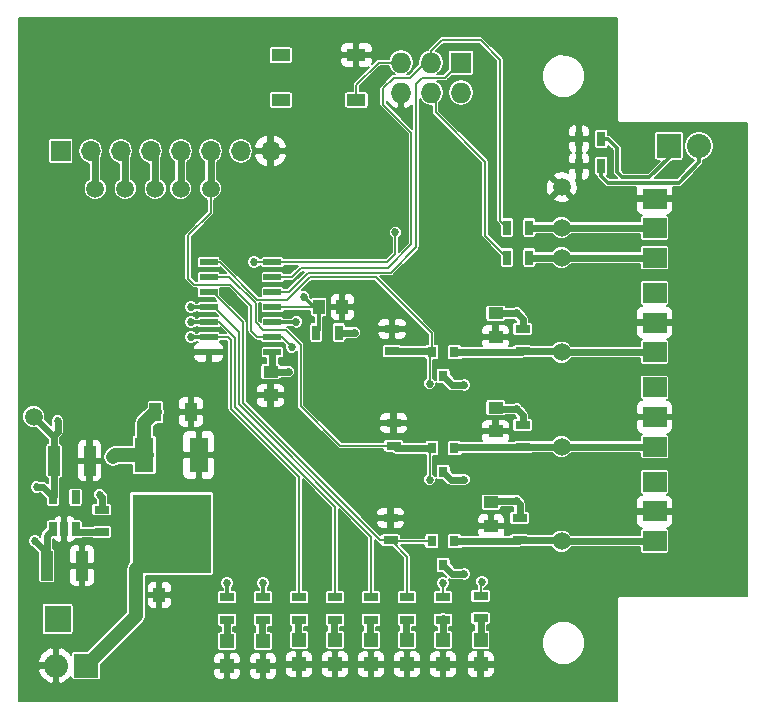
<source format=gtl>
G04 #@! TF.FileFunction,Copper,L1,Top,Signal*
%FSLAX46Y46*%
G04 Gerber Fmt 4.6, Leading zero omitted, Abs format (unit mm)*
G04 Created by KiCad (PCBNEW 4.0.2-4+6225~38~ubuntu14.04.1-stable) date Thu 05 Jan 2017 08:44:10 PM CET*
%MOMM*%
G01*
G04 APERTURE LIST*
%ADD10C,0.100000*%
%ADD11C,1.500000*%
%ADD12R,1.500000X0.600000*%
%ADD13R,1.300000X0.700000*%
%ADD14R,1.198880X1.198880*%
%ADD15R,1.250000X1.000000*%
%ADD16R,1.000000X1.250000*%
%ADD17R,1.000000X2.500000*%
%ADD18R,2.032000X2.032000*%
%ADD19O,2.032000X2.032000*%
%ADD20R,1.727200X1.727200*%
%ADD21O,1.727200X1.727200*%
%ADD22R,0.800000X0.900000*%
%ADD23R,0.700000X1.300000*%
%ADD24R,1.600000X1.000000*%
%ADD25R,6.700000X6.700000*%
%ADD26R,1.600000X3.000000*%
%ADD27R,0.740000X1.190000*%
%ADD28R,2.235200X2.235200*%
%ADD29R,1.000000X1.600000*%
%ADD30R,2.000000X1.700000*%
%ADD31R,1.700000X1.700000*%
%ADD32O,1.700000X1.700000*%
%ADD33C,0.685800*%
%ADD34C,1.219200*%
%ADD35C,0.152400*%
%ADD36C,0.609600*%
%ADD37C,0.304800*%
G04 APERTURE END LIST*
D10*
D11*
X104521000Y-135382000D03*
D12*
X114460000Y-149225000D03*
X114460000Y-147955000D03*
X114460000Y-146685000D03*
X114460000Y-145415000D03*
X114460000Y-144145000D03*
X114460000Y-142875000D03*
X114460000Y-141605000D03*
X109060000Y-141605000D03*
X109060000Y-142875000D03*
X109060000Y-144145000D03*
X109060000Y-145415000D03*
X109060000Y-146685000D03*
X109060000Y-147955000D03*
X109060000Y-149225000D03*
D13*
X116713000Y-169992000D03*
X116713000Y-171892000D03*
D14*
X116713000Y-173575980D03*
X116713000Y-175674020D03*
D15*
X114300000Y-150892000D03*
X114300000Y-152892000D03*
D16*
X102886000Y-169799000D03*
X104886000Y-169799000D03*
D17*
X95337500Y-167322500D03*
X98337500Y-167322500D03*
X95972500Y-158432500D03*
X98972500Y-158432500D03*
D15*
X132969000Y-163941000D03*
X132969000Y-161941000D03*
X133350000Y-155940000D03*
X133350000Y-153940000D03*
X133350000Y-147939000D03*
X133350000Y-145939000D03*
D14*
X110617000Y-173702980D03*
X110617000Y-175801020D03*
X113665000Y-173702980D03*
X113665000Y-175801020D03*
X125857000Y-173575980D03*
X125857000Y-175674020D03*
X128905000Y-173575980D03*
X128905000Y-175674020D03*
X132080000Y-173575980D03*
X132080000Y-175674020D03*
D18*
X98679000Y-175768000D03*
D19*
X96139000Y-175768000D03*
D18*
X148031200Y-131775200D03*
D19*
X150571200Y-131775200D03*
D20*
X130429000Y-124714000D03*
D21*
X130429000Y-127254000D03*
X127889000Y-124714000D03*
X127889000Y-127254000D03*
X125349000Y-124714000D03*
X125349000Y-127254000D03*
D22*
X129855000Y-165243000D03*
X127955000Y-165243000D03*
X128905000Y-167243000D03*
X129855000Y-157369000D03*
X127955000Y-157369000D03*
X128905000Y-159369000D03*
X129855000Y-149241000D03*
X127955000Y-149241000D03*
X128905000Y-151241000D03*
D23*
X118176000Y-147574000D03*
X120076000Y-147574000D03*
X136205000Y-138684000D03*
X134305000Y-138684000D03*
X136205000Y-141224000D03*
X134305000Y-141224000D03*
X140401000Y-131191000D03*
X142301000Y-131191000D03*
X140401000Y-133477000D03*
X142301000Y-133477000D03*
D13*
X100012500Y-164462500D03*
X100012500Y-162562500D03*
X110617000Y-169992000D03*
X110617000Y-171892000D03*
X113665000Y-169992000D03*
X113665000Y-171892000D03*
X124460000Y-163261000D03*
X124460000Y-165161000D03*
X124714000Y-155260000D03*
X124714000Y-157160000D03*
X124587000Y-147259000D03*
X124587000Y-149159000D03*
X125857000Y-171892000D03*
X125857000Y-169992000D03*
X128905000Y-171892000D03*
X128905000Y-169992000D03*
X132080000Y-171765000D03*
X132080000Y-169865000D03*
X135382000Y-165161000D03*
X135382000Y-163261000D03*
X135636000Y-157287000D03*
X135636000Y-155387000D03*
X135636000Y-149159000D03*
X135636000Y-147259000D03*
D24*
X121564000Y-127884000D03*
X115164000Y-127884000D03*
X121564000Y-124084000D03*
X115164000Y-124084000D03*
D11*
X138938000Y-135280400D03*
X138938000Y-138684000D03*
X138938000Y-141224000D03*
X94234000Y-154686000D03*
X138938000Y-165227000D03*
X138938000Y-157226000D03*
X138938000Y-149225000D03*
D25*
X105918000Y-164592000D03*
D26*
X103618000Y-157942000D03*
X108218000Y-157942000D03*
D27*
X95887500Y-161527500D03*
X97787500Y-161527500D03*
X96837500Y-164227500D03*
X95887500Y-164227500D03*
X97787500Y-164227500D03*
D14*
X119761000Y-173575980D03*
X119761000Y-175674020D03*
X122809000Y-173575980D03*
X122809000Y-175674020D03*
D13*
X119761000Y-169992000D03*
X119761000Y-171892000D03*
X122809000Y-169992000D03*
X122809000Y-171892000D03*
D28*
X96266000Y-171831000D03*
D11*
X99441000Y-135382000D03*
X101981000Y-135382000D03*
D29*
X104545000Y-154305000D03*
X107545000Y-154305000D03*
D16*
X118380000Y-145415000D03*
X120380000Y-145415000D03*
D30*
X146812000Y-141224000D03*
X146812000Y-138724000D03*
X146812000Y-136224000D03*
X146812000Y-144224000D03*
X146812000Y-146724000D03*
X146812000Y-149224000D03*
X146812000Y-152224000D03*
X146812000Y-154724000D03*
X146812000Y-157224000D03*
X146812000Y-160224000D03*
X146812000Y-162724000D03*
X146812000Y-165224000D03*
D31*
X96520000Y-132207000D03*
D32*
X99060000Y-132207000D03*
X101600000Y-132207000D03*
X104140000Y-132207000D03*
X106680000Y-132207000D03*
X109220000Y-132207000D03*
X111760000Y-132207000D03*
X114300000Y-132207000D03*
D11*
X106680000Y-135382000D03*
X109220000Y-135382000D03*
D33*
X128905000Y-168783000D03*
X127762000Y-160020000D03*
X132207000Y-168656000D03*
X127762000Y-151892000D03*
X116484400Y-146659600D03*
X107569000Y-145415000D03*
X107569000Y-146685000D03*
X107569000Y-147955000D03*
X135128000Y-154051000D03*
X135128000Y-145923000D03*
X110617000Y-168783000D03*
X135128000Y-161798000D03*
X100965000Y-158115000D03*
X94361000Y-165227000D03*
X99822000Y-161290000D03*
X130683000Y-160020000D03*
X130683000Y-152019000D03*
X113665000Y-168783000D03*
X130683000Y-168021000D03*
X115824000Y-150876000D03*
X96266000Y-155067000D03*
X94488000Y-160655000D03*
X121412000Y-147574000D03*
X117094000Y-144526000D03*
X116078000Y-148793200D03*
X112903000Y-141605000D03*
X124866400Y-139090400D03*
D34*
X102886000Y-169799000D02*
X102886000Y-167624000D01*
X102886000Y-167624000D02*
X105918000Y-164592000D01*
X98679000Y-175768000D02*
X102886000Y-171561000D01*
X102886000Y-171561000D02*
X102886000Y-169799000D01*
X103648000Y-166862000D02*
X105918000Y-164592000D01*
D35*
X109060000Y-144145000D02*
X109397800Y-144145000D01*
X109397800Y-144145000D02*
X111963200Y-146710400D01*
X123606600Y-165161000D02*
X124460000Y-165161000D01*
X111963200Y-153517600D02*
X123606600Y-165161000D01*
X111963200Y-146710400D02*
X111963200Y-153517600D01*
X109060000Y-144145000D02*
X109510000Y-144145000D01*
X124460000Y-165161000D02*
X125857000Y-166558000D01*
X125857000Y-166558000D02*
X125857000Y-169992000D01*
X127955000Y-165243000D02*
X124542000Y-165243000D01*
X124542000Y-165243000D02*
X124460000Y-165161000D01*
X109060000Y-144145000D02*
X109728000Y-144145000D01*
X109060000Y-142875000D02*
X110820944Y-142875000D01*
X120203000Y-157160000D02*
X124714000Y-157160000D01*
X113665000Y-147320000D02*
X115570000Y-147320000D01*
X115570000Y-147320000D02*
X116840000Y-148590000D01*
X116840000Y-148590000D02*
X116840000Y-153797000D01*
X116840000Y-153797000D02*
X120203000Y-157160000D01*
X113030746Y-146685746D02*
X113665000Y-147320000D01*
X113030746Y-145084802D02*
X113030746Y-146685746D01*
X110820944Y-142875000D02*
X113030746Y-145084802D01*
X128905000Y-169992000D02*
X128905000Y-168783000D01*
X127762000Y-160020000D02*
X127762000Y-157562000D01*
X127762000Y-157562000D02*
X127955000Y-157369000D01*
D36*
X124714000Y-157160000D02*
X124923000Y-157369000D01*
X124923000Y-157369000D02*
X127955000Y-157369000D01*
D35*
X109060000Y-142875000D02*
X109220000Y-142875000D01*
X117602000Y-142875000D02*
X119761000Y-142875000D01*
X109982000Y-141605000D02*
X113157000Y-144780000D01*
X113157000Y-144780000D02*
X115697000Y-144780000D01*
X115697000Y-144780000D02*
X117602000Y-142875000D01*
X109060000Y-141605000D02*
X109982000Y-141605000D01*
X127955000Y-147640000D02*
X127955000Y-149241000D01*
X123190000Y-142875000D02*
X127955000Y-147640000D01*
X119761000Y-142875000D02*
X123190000Y-142875000D01*
X132207000Y-168656000D02*
X132080000Y-168783000D01*
X132080000Y-169865000D02*
X132080000Y-168783000D01*
X127762000Y-151892000D02*
X127762000Y-149434000D01*
X127762000Y-149434000D02*
X127955000Y-149241000D01*
D36*
X127955000Y-149241000D02*
X127873000Y-149159000D01*
X127873000Y-149159000D02*
X124587000Y-149159000D01*
D35*
X127889000Y-127254000D02*
X128270000Y-127635000D01*
X128270000Y-127635000D02*
X128270000Y-128905000D01*
X132461000Y-139380000D02*
X134305000Y-141224000D01*
X132461000Y-133096000D02*
X132461000Y-139380000D01*
X128270000Y-128905000D02*
X132461000Y-133096000D01*
X127889000Y-127254000D02*
X128143000Y-127254000D01*
D37*
X116459000Y-146685000D02*
X114460000Y-146685000D01*
X116484400Y-146659600D02*
X116459000Y-146685000D01*
D35*
X130429000Y-124714000D02*
X130302000Y-124714000D01*
X130302000Y-124714000D02*
X129032000Y-125984000D01*
X129032000Y-125984000D02*
X127127000Y-125984000D01*
X127127000Y-125984000D02*
X126619000Y-126492000D01*
X126619000Y-126492000D02*
X126619000Y-140335000D01*
X126619000Y-140335000D02*
X124460000Y-142494000D01*
X124460000Y-142494000D02*
X117475000Y-142494000D01*
X117475000Y-142494000D02*
X115824000Y-144145000D01*
X115824000Y-144145000D02*
X114460000Y-144145000D01*
X133731000Y-124460000D02*
X133731000Y-136525000D01*
X132080000Y-122809000D02*
X133731000Y-124460000D01*
X128778000Y-122809000D02*
X132080000Y-122809000D01*
X127889000Y-123698000D02*
X128778000Y-122809000D01*
X127889000Y-124714000D02*
X127889000Y-123698000D01*
X133731000Y-138110000D02*
X134305000Y-138684000D01*
X133731000Y-136525000D02*
X133731000Y-138110000D01*
X127889000Y-124714000D02*
X127381000Y-124714000D01*
X127381000Y-124714000D02*
X126111000Y-125984000D01*
X116078000Y-142875000D02*
X114460000Y-142875000D01*
X116840000Y-142113000D02*
X116078000Y-142875000D01*
X124206000Y-142113000D02*
X116840000Y-142113000D01*
X126212972Y-140106028D02*
X124206000Y-142113000D01*
X126212972Y-130657972D02*
X126212972Y-140106028D01*
X123825000Y-128270000D02*
X126212972Y-130657972D01*
X123825000Y-126873000D02*
X123825000Y-128270000D01*
X124714000Y-125984000D02*
X123825000Y-126873000D01*
X126111000Y-125984000D02*
X124714000Y-125984000D01*
D36*
X136205000Y-141224000D02*
X138938000Y-141224000D01*
X138938000Y-141224000D02*
X146812000Y-141224000D01*
X138938000Y-138684000D02*
X146772000Y-138684000D01*
X146772000Y-138684000D02*
X146812000Y-138724000D01*
X136205000Y-138684000D02*
X138938000Y-138684000D01*
X135382000Y-165161000D02*
X135300000Y-165243000D01*
X135300000Y-165243000D02*
X129855000Y-165243000D01*
X138938000Y-165227000D02*
X138872000Y-165161000D01*
X138872000Y-165161000D02*
X135382000Y-165161000D01*
X146939000Y-165161000D02*
X146873000Y-165227000D01*
X146873000Y-165227000D02*
X138938000Y-165227000D01*
X138938000Y-157226000D02*
X138940000Y-157224000D01*
X138940000Y-157224000D02*
X146812000Y-157224000D01*
X135636000Y-157287000D02*
X135697000Y-157226000D01*
X135697000Y-157226000D02*
X138938000Y-157226000D01*
X129855000Y-157369000D02*
X129937000Y-157287000D01*
X129937000Y-157287000D02*
X135636000Y-157287000D01*
X135636000Y-149159000D02*
X135554000Y-149241000D01*
X135554000Y-149241000D02*
X129855000Y-149241000D01*
X138938000Y-149225000D02*
X138872000Y-149159000D01*
X138872000Y-149159000D02*
X135636000Y-149159000D01*
X146812000Y-149224000D02*
X146811000Y-149225000D01*
X146811000Y-149225000D02*
X138938000Y-149225000D01*
X97787500Y-164227500D02*
X98022500Y-164462500D01*
X98022500Y-164462500D02*
X100012500Y-164462500D01*
D35*
X109060000Y-145415000D02*
X109510000Y-145415000D01*
X122809000Y-169489600D02*
X122809000Y-169992000D01*
X122809000Y-164846000D02*
X122809000Y-169489600D01*
X111607622Y-153644622D02*
X122809000Y-164846000D01*
X111607622Y-147512622D02*
X111607622Y-153644622D01*
X109510000Y-145415000D02*
X111607622Y-147512622D01*
D37*
X107569000Y-145415000D02*
X109060000Y-145415000D01*
D36*
X104521000Y-132207000D02*
X104521000Y-135382000D01*
X104521000Y-132207000D02*
X104521000Y-132715000D01*
D35*
X119761000Y-162306000D02*
X119761000Y-169489600D01*
X109060000Y-146685000D02*
X109962400Y-146685000D01*
X111302811Y-148025411D02*
X111302811Y-153847811D01*
X111302811Y-153847811D02*
X119761000Y-162306000D01*
X119761000Y-169489600D02*
X119761000Y-169992000D01*
X109962400Y-146685000D02*
X111302811Y-148025411D01*
D37*
X107569000Y-146685000D02*
X109060000Y-146685000D01*
D36*
X101981000Y-132207000D02*
X101981000Y-135382000D01*
X101981000Y-132207000D02*
X101981000Y-132715000D01*
D35*
X109060000Y-147955000D02*
X110718600Y-147955000D01*
X116713000Y-159791400D02*
X116713000Y-169992000D01*
X110947200Y-154025600D02*
X116713000Y-159791400D01*
X110947200Y-148183600D02*
X110947200Y-154025600D01*
X110718600Y-147955000D02*
X110947200Y-148183600D01*
D37*
X109060000Y-147955000D02*
X107569000Y-147955000D01*
D36*
X99441000Y-132207000D02*
X99441000Y-135382000D01*
X99441000Y-132207000D02*
X99441000Y-132715000D01*
X135128000Y-154051000D02*
X135636000Y-154559000D01*
X133461000Y-154051000D02*
X135128000Y-154051000D01*
X135636000Y-154559000D02*
X135636000Y-155387000D01*
X133350000Y-153940000D02*
X133461000Y-154051000D01*
X135128000Y-145923000D02*
X135636000Y-146431000D01*
X135112000Y-145939000D02*
X135128000Y-145923000D01*
X133350000Y-145939000D02*
X135112000Y-145939000D01*
X135636000Y-146431000D02*
X135636000Y-147259000D01*
D37*
X110617000Y-169992000D02*
X110617000Y-168783000D01*
D36*
X135128000Y-161798000D02*
X135382000Y-162052000D01*
X133112000Y-161798000D02*
X135128000Y-161798000D01*
X135382000Y-162052000D02*
X135382000Y-163261000D01*
X132969000Y-161941000D02*
X133112000Y-161798000D01*
D34*
X103618000Y-157942000D02*
X103618000Y-155232000D01*
X103618000Y-155232000D02*
X104545000Y-154305000D01*
X103618000Y-157942000D02*
X101138000Y-157942000D01*
X101138000Y-157942000D02*
X100965000Y-158115000D01*
X103618000Y-157942000D02*
X103805000Y-157942000D01*
D36*
X95337500Y-167322500D02*
X95337500Y-166203500D01*
X95337500Y-166203500D02*
X94361000Y-165227000D01*
X95337500Y-167322500D02*
X95337500Y-164777500D01*
X95337500Y-164777500D02*
X95887500Y-164227500D01*
X100012500Y-162562500D02*
X100012500Y-161480500D01*
X100012500Y-161480500D02*
X99822000Y-161290000D01*
X128905000Y-159369000D02*
X129556000Y-160020000D01*
X129556000Y-160020000D02*
X130683000Y-160020000D01*
X128905000Y-151241000D02*
X129683000Y-152019000D01*
X129683000Y-152019000D02*
X130683000Y-152019000D01*
D37*
X113665000Y-169992000D02*
X113665000Y-168783000D01*
D36*
X128905000Y-167243000D02*
X129683000Y-168021000D01*
X129683000Y-168021000D02*
X130683000Y-168021000D01*
X114300000Y-150892000D02*
X114316000Y-150876000D01*
X114316000Y-150876000D02*
X115824000Y-150876000D01*
X114460000Y-149225000D02*
X114460000Y-150732000D01*
X114460000Y-150732000D02*
X114300000Y-150892000D01*
X95885000Y-156337000D02*
X96266000Y-155956000D01*
X96266000Y-155956000D02*
X96266000Y-155067000D01*
X94234000Y-154686000D02*
X95885000Y-156337000D01*
X95885000Y-156337000D02*
X95972500Y-156424500D01*
X95972500Y-156424500D02*
X95972500Y-158432500D01*
X95887500Y-161527500D02*
X95015000Y-160655000D01*
X95015000Y-160655000D02*
X94488000Y-160655000D01*
X95887500Y-161527500D02*
X95972500Y-161442500D01*
X95972500Y-161442500D02*
X95972500Y-158432500D01*
X120076000Y-147574000D02*
X121412000Y-147574000D01*
X125730000Y-171892000D02*
X125730000Y-173575980D01*
X128905000Y-171765000D02*
X128905000Y-173575980D01*
X132080000Y-171765000D02*
X132080000Y-173575980D01*
X110617000Y-171892000D02*
X110617000Y-173702980D01*
X113538000Y-171892000D02*
X113538000Y-173575980D01*
D37*
X118380000Y-145415000D02*
X117983000Y-145415000D01*
X117983000Y-145415000D02*
X117094000Y-144526000D01*
X118380000Y-145415000D02*
X118380000Y-147370000D01*
X118380000Y-147370000D02*
X118176000Y-147574000D01*
D35*
X114460000Y-145415000D02*
X118380000Y-145415000D01*
X125349000Y-124714000D02*
X123444000Y-124714000D01*
X121564000Y-126594000D02*
X121564000Y-127884000D01*
X123444000Y-124714000D02*
X121564000Y-126594000D01*
D36*
X116586000Y-171892000D02*
X116586000Y-173575980D01*
X119634000Y-171892000D02*
X119634000Y-173575980D01*
X122682000Y-171892000D02*
X122682000Y-173575980D01*
D35*
X109220000Y-135382000D02*
X109220000Y-137414000D01*
X113157000Y-147955000D02*
X114460000Y-147955000D01*
X112649000Y-147447000D02*
X113157000Y-147955000D01*
X112649000Y-145288000D02*
X112649000Y-147447000D01*
X110871000Y-143510000D02*
X112649000Y-145288000D01*
X107823000Y-143510000D02*
X110871000Y-143510000D01*
X107315000Y-143002000D02*
X107823000Y-143510000D01*
X107315000Y-139319000D02*
X107315000Y-143002000D01*
X109220000Y-137414000D02*
X107315000Y-139319000D01*
D36*
X109220000Y-132207000D02*
X109220000Y-135382000D01*
D37*
X150571200Y-131775200D02*
X150571200Y-133146800D01*
X142301000Y-134300000D02*
X142301000Y-133477000D01*
X142875000Y-134874000D02*
X142301000Y-134300000D01*
X148844000Y-134874000D02*
X142875000Y-134874000D01*
X150571200Y-133146800D02*
X148844000Y-134874000D01*
D35*
X114460000Y-147955000D02*
X115239800Y-147955000D01*
X115239800Y-147955000D02*
X116078000Y-148793200D01*
X115189000Y-147955000D02*
X114460000Y-147955000D01*
D36*
X150571200Y-131775200D02*
X150622000Y-131826000D01*
D35*
X112903000Y-141605000D02*
X114460000Y-141605000D01*
D36*
X106680000Y-132207000D02*
X106680000Y-135382000D01*
D37*
X148031200Y-131775200D02*
X148031200Y-132765800D01*
X148031200Y-132765800D02*
X146380202Y-134416798D01*
X142875000Y-131191000D02*
X142301000Y-131191000D01*
X143637000Y-131953000D02*
X142875000Y-131191000D01*
X143637000Y-133985000D02*
X143637000Y-131953000D01*
X144068798Y-134416798D02*
X143637000Y-133985000D01*
X146380202Y-134416798D02*
X144068798Y-134416798D01*
D35*
X114460000Y-141605000D02*
X124180600Y-141605000D01*
X124866400Y-140919200D02*
X124866400Y-139090400D01*
X124180600Y-141605000D02*
X124866400Y-140919200D01*
D36*
X148031200Y-131775200D02*
X147472400Y-131216400D01*
D35*
X114460000Y-141605000D02*
X114173000Y-141605000D01*
G36*
X143608400Y-129540000D02*
X143631510Y-129656183D01*
X143697322Y-129754678D01*
X143795817Y-129820490D01*
X143912000Y-129843600D01*
X154636400Y-129843600D01*
X154636400Y-169876400D01*
X143912000Y-169876400D01*
X143795817Y-169899510D01*
X143697322Y-169965322D01*
X143631510Y-170063817D01*
X143608400Y-170180000D01*
X143608400Y-178766400D01*
X93013600Y-178766400D01*
X93013600Y-176192389D01*
X94596089Y-176192389D01*
X94875943Y-176750531D01*
X95348086Y-177159091D01*
X95714613Y-177310899D01*
X95961200Y-177211239D01*
X95961200Y-175945800D01*
X94694746Y-175945800D01*
X94596089Y-176192389D01*
X93013600Y-176192389D01*
X93013600Y-175343611D01*
X94596089Y-175343611D01*
X94694746Y-175590200D01*
X95961200Y-175590200D01*
X95961200Y-174324761D01*
X96316800Y-174324761D01*
X96316800Y-175590200D01*
X96336800Y-175590200D01*
X96336800Y-175945800D01*
X96316800Y-175945800D01*
X96316800Y-177211239D01*
X96563387Y-177310899D01*
X96929914Y-177159091D01*
X97402057Y-176750531D01*
X97429922Y-176694957D01*
X97429922Y-176784000D01*
X97445862Y-176868714D01*
X97495928Y-176946518D01*
X97572320Y-176998715D01*
X97663000Y-177017078D01*
X99695000Y-177017078D01*
X99779714Y-177001138D01*
X99857518Y-176951072D01*
X99909715Y-176874680D01*
X99928078Y-176784000D01*
X99928078Y-176124870D01*
X109433360Y-176124870D01*
X109433360Y-176516665D01*
X109522299Y-176731383D01*
X109686638Y-176895721D01*
X109901356Y-176984660D01*
X110293150Y-176984660D01*
X110439200Y-176838610D01*
X110439200Y-175978820D01*
X110794800Y-175978820D01*
X110794800Y-176838610D01*
X110940850Y-176984660D01*
X111332644Y-176984660D01*
X111547362Y-176895721D01*
X111711701Y-176731383D01*
X111800640Y-176516665D01*
X111800640Y-176124870D01*
X112481360Y-176124870D01*
X112481360Y-176516665D01*
X112570299Y-176731383D01*
X112734638Y-176895721D01*
X112949356Y-176984660D01*
X113341150Y-176984660D01*
X113487200Y-176838610D01*
X113487200Y-175978820D01*
X113842800Y-175978820D01*
X113842800Y-176838610D01*
X113988850Y-176984660D01*
X114380644Y-176984660D01*
X114595362Y-176895721D01*
X114759701Y-176731383D01*
X114848640Y-176516665D01*
X114848640Y-176124870D01*
X114721640Y-175997870D01*
X115529360Y-175997870D01*
X115529360Y-176389665D01*
X115618299Y-176604383D01*
X115782638Y-176768721D01*
X115997356Y-176857660D01*
X116389150Y-176857660D01*
X116535200Y-176711610D01*
X116535200Y-175851820D01*
X116890800Y-175851820D01*
X116890800Y-176711610D01*
X117036850Y-176857660D01*
X117428644Y-176857660D01*
X117643362Y-176768721D01*
X117807701Y-176604383D01*
X117896640Y-176389665D01*
X117896640Y-175997870D01*
X118577360Y-175997870D01*
X118577360Y-176389665D01*
X118666299Y-176604383D01*
X118830638Y-176768721D01*
X119045356Y-176857660D01*
X119437150Y-176857660D01*
X119583200Y-176711610D01*
X119583200Y-175851820D01*
X119938800Y-175851820D01*
X119938800Y-176711610D01*
X120084850Y-176857660D01*
X120476644Y-176857660D01*
X120691362Y-176768721D01*
X120855701Y-176604383D01*
X120944640Y-176389665D01*
X120944640Y-175997870D01*
X121625360Y-175997870D01*
X121625360Y-176389665D01*
X121714299Y-176604383D01*
X121878638Y-176768721D01*
X122093356Y-176857660D01*
X122485150Y-176857660D01*
X122631200Y-176711610D01*
X122631200Y-175851820D01*
X122986800Y-175851820D01*
X122986800Y-176711610D01*
X123132850Y-176857660D01*
X123524644Y-176857660D01*
X123739362Y-176768721D01*
X123903701Y-176604383D01*
X123992640Y-176389665D01*
X123992640Y-175997870D01*
X124673360Y-175997870D01*
X124673360Y-176389665D01*
X124762299Y-176604383D01*
X124926638Y-176768721D01*
X125141356Y-176857660D01*
X125533150Y-176857660D01*
X125679200Y-176711610D01*
X125679200Y-175851820D01*
X126034800Y-175851820D01*
X126034800Y-176711610D01*
X126180850Y-176857660D01*
X126572644Y-176857660D01*
X126787362Y-176768721D01*
X126951701Y-176604383D01*
X127040640Y-176389665D01*
X127040640Y-175997870D01*
X127721360Y-175997870D01*
X127721360Y-176389665D01*
X127810299Y-176604383D01*
X127974638Y-176768721D01*
X128189356Y-176857660D01*
X128581150Y-176857660D01*
X128727200Y-176711610D01*
X128727200Y-175851820D01*
X129082800Y-175851820D01*
X129082800Y-176711610D01*
X129228850Y-176857660D01*
X129620644Y-176857660D01*
X129835362Y-176768721D01*
X129999701Y-176604383D01*
X130088640Y-176389665D01*
X130088640Y-175997870D01*
X130896360Y-175997870D01*
X130896360Y-176389665D01*
X130985299Y-176604383D01*
X131149638Y-176768721D01*
X131364356Y-176857660D01*
X131756150Y-176857660D01*
X131902200Y-176711610D01*
X131902200Y-175851820D01*
X132257800Y-175851820D01*
X132257800Y-176711610D01*
X132403850Y-176857660D01*
X132795644Y-176857660D01*
X133010362Y-176768721D01*
X133174701Y-176604383D01*
X133263640Y-176389665D01*
X133263640Y-175997870D01*
X133117590Y-175851820D01*
X132257800Y-175851820D01*
X131902200Y-175851820D01*
X131042410Y-175851820D01*
X130896360Y-175997870D01*
X130088640Y-175997870D01*
X129942590Y-175851820D01*
X129082800Y-175851820D01*
X128727200Y-175851820D01*
X127867410Y-175851820D01*
X127721360Y-175997870D01*
X127040640Y-175997870D01*
X126894590Y-175851820D01*
X126034800Y-175851820D01*
X125679200Y-175851820D01*
X124819410Y-175851820D01*
X124673360Y-175997870D01*
X123992640Y-175997870D01*
X123846590Y-175851820D01*
X122986800Y-175851820D01*
X122631200Y-175851820D01*
X121771410Y-175851820D01*
X121625360Y-175997870D01*
X120944640Y-175997870D01*
X120798590Y-175851820D01*
X119938800Y-175851820D01*
X119583200Y-175851820D01*
X118723410Y-175851820D01*
X118577360Y-175997870D01*
X117896640Y-175997870D01*
X117750590Y-175851820D01*
X116890800Y-175851820D01*
X116535200Y-175851820D01*
X115675410Y-175851820D01*
X115529360Y-175997870D01*
X114721640Y-175997870D01*
X114702590Y-175978820D01*
X113842800Y-175978820D01*
X113487200Y-175978820D01*
X112627410Y-175978820D01*
X112481360Y-176124870D01*
X111800640Y-176124870D01*
X111654590Y-175978820D01*
X110794800Y-175978820D01*
X110439200Y-175978820D01*
X109579410Y-175978820D01*
X109433360Y-176124870D01*
X99928078Y-176124870D01*
X99928078Y-175704316D01*
X100547019Y-175085375D01*
X109433360Y-175085375D01*
X109433360Y-175477170D01*
X109579410Y-175623220D01*
X110439200Y-175623220D01*
X110439200Y-174763430D01*
X110794800Y-174763430D01*
X110794800Y-175623220D01*
X111654590Y-175623220D01*
X111800640Y-175477170D01*
X111800640Y-175085375D01*
X112481360Y-175085375D01*
X112481360Y-175477170D01*
X112627410Y-175623220D01*
X113487200Y-175623220D01*
X113487200Y-174763430D01*
X113842800Y-174763430D01*
X113842800Y-175623220D01*
X114702590Y-175623220D01*
X114848640Y-175477170D01*
X114848640Y-175085375D01*
X114796035Y-174958375D01*
X115529360Y-174958375D01*
X115529360Y-175350170D01*
X115675410Y-175496220D01*
X116535200Y-175496220D01*
X116535200Y-174636430D01*
X116890800Y-174636430D01*
X116890800Y-175496220D01*
X117750590Y-175496220D01*
X117896640Y-175350170D01*
X117896640Y-174958375D01*
X118577360Y-174958375D01*
X118577360Y-175350170D01*
X118723410Y-175496220D01*
X119583200Y-175496220D01*
X119583200Y-174636430D01*
X119938800Y-174636430D01*
X119938800Y-175496220D01*
X120798590Y-175496220D01*
X120944640Y-175350170D01*
X120944640Y-174958375D01*
X121625360Y-174958375D01*
X121625360Y-175350170D01*
X121771410Y-175496220D01*
X122631200Y-175496220D01*
X122631200Y-174636430D01*
X122986800Y-174636430D01*
X122986800Y-175496220D01*
X123846590Y-175496220D01*
X123992640Y-175350170D01*
X123992640Y-174958375D01*
X124673360Y-174958375D01*
X124673360Y-175350170D01*
X124819410Y-175496220D01*
X125679200Y-175496220D01*
X125679200Y-174636430D01*
X126034800Y-174636430D01*
X126034800Y-175496220D01*
X126894590Y-175496220D01*
X127040640Y-175350170D01*
X127040640Y-174958375D01*
X127721360Y-174958375D01*
X127721360Y-175350170D01*
X127867410Y-175496220D01*
X128727200Y-175496220D01*
X128727200Y-174636430D01*
X129082800Y-174636430D01*
X129082800Y-175496220D01*
X129942590Y-175496220D01*
X130088640Y-175350170D01*
X130088640Y-174958375D01*
X130896360Y-174958375D01*
X130896360Y-175350170D01*
X131042410Y-175496220D01*
X131902200Y-175496220D01*
X131902200Y-174636430D01*
X132257800Y-174636430D01*
X132257800Y-175496220D01*
X133117590Y-175496220D01*
X133263640Y-175350170D01*
X133263640Y-174958375D01*
X133174701Y-174743657D01*
X133010362Y-174579319D01*
X132795644Y-174490380D01*
X132403850Y-174490380D01*
X132257800Y-174636430D01*
X131902200Y-174636430D01*
X131756150Y-174490380D01*
X131364356Y-174490380D01*
X131149638Y-174579319D01*
X130985299Y-174743657D01*
X130896360Y-174958375D01*
X130088640Y-174958375D01*
X129999701Y-174743657D01*
X129835362Y-174579319D01*
X129620644Y-174490380D01*
X129228850Y-174490380D01*
X129082800Y-174636430D01*
X128727200Y-174636430D01*
X128581150Y-174490380D01*
X128189356Y-174490380D01*
X127974638Y-174579319D01*
X127810299Y-174743657D01*
X127721360Y-174958375D01*
X127040640Y-174958375D01*
X126951701Y-174743657D01*
X126787362Y-174579319D01*
X126572644Y-174490380D01*
X126180850Y-174490380D01*
X126034800Y-174636430D01*
X125679200Y-174636430D01*
X125533150Y-174490380D01*
X125141356Y-174490380D01*
X124926638Y-174579319D01*
X124762299Y-174743657D01*
X124673360Y-174958375D01*
X123992640Y-174958375D01*
X123903701Y-174743657D01*
X123739362Y-174579319D01*
X123524644Y-174490380D01*
X123132850Y-174490380D01*
X122986800Y-174636430D01*
X122631200Y-174636430D01*
X122485150Y-174490380D01*
X122093356Y-174490380D01*
X121878638Y-174579319D01*
X121714299Y-174743657D01*
X121625360Y-174958375D01*
X120944640Y-174958375D01*
X120855701Y-174743657D01*
X120691362Y-174579319D01*
X120476644Y-174490380D01*
X120084850Y-174490380D01*
X119938800Y-174636430D01*
X119583200Y-174636430D01*
X119437150Y-174490380D01*
X119045356Y-174490380D01*
X118830638Y-174579319D01*
X118666299Y-174743657D01*
X118577360Y-174958375D01*
X117896640Y-174958375D01*
X117807701Y-174743657D01*
X117643362Y-174579319D01*
X117428644Y-174490380D01*
X117036850Y-174490380D01*
X116890800Y-174636430D01*
X116535200Y-174636430D01*
X116389150Y-174490380D01*
X115997356Y-174490380D01*
X115782638Y-174579319D01*
X115618299Y-174743657D01*
X115529360Y-174958375D01*
X114796035Y-174958375D01*
X114759701Y-174870657D01*
X114595362Y-174706319D01*
X114380644Y-174617380D01*
X113988850Y-174617380D01*
X113842800Y-174763430D01*
X113487200Y-174763430D01*
X113341150Y-174617380D01*
X112949356Y-174617380D01*
X112734638Y-174706319D01*
X112570299Y-174870657D01*
X112481360Y-175085375D01*
X111800640Y-175085375D01*
X111711701Y-174870657D01*
X111547362Y-174706319D01*
X111332644Y-174617380D01*
X110940850Y-174617380D01*
X110794800Y-174763430D01*
X110439200Y-174763430D01*
X110293150Y-174617380D01*
X109901356Y-174617380D01*
X109686638Y-174706319D01*
X109522299Y-174870657D01*
X109433360Y-175085375D01*
X100547019Y-175085375D01*
X103478697Y-172153697D01*
X103660395Y-171881766D01*
X103660396Y-171881765D01*
X103724200Y-171561000D01*
X103724200Y-171542000D01*
X109733922Y-171542000D01*
X109733922Y-172242000D01*
X109749862Y-172326714D01*
X109799928Y-172404518D01*
X109876320Y-172456715D01*
X109967000Y-172475078D01*
X110083600Y-172475078D01*
X110083600Y-172870462D01*
X110017560Y-172870462D01*
X109932846Y-172886402D01*
X109855042Y-172936468D01*
X109802845Y-173012860D01*
X109784482Y-173103540D01*
X109784482Y-174302420D01*
X109800422Y-174387134D01*
X109850488Y-174464938D01*
X109926880Y-174517135D01*
X110017560Y-174535498D01*
X111216440Y-174535498D01*
X111301154Y-174519558D01*
X111378958Y-174469492D01*
X111431155Y-174393100D01*
X111449518Y-174302420D01*
X111449518Y-173103540D01*
X111433578Y-173018826D01*
X111383512Y-172941022D01*
X111307120Y-172888825D01*
X111216440Y-172870462D01*
X111150400Y-172870462D01*
X111150400Y-172475078D01*
X111267000Y-172475078D01*
X111351714Y-172459138D01*
X111429518Y-172409072D01*
X111481715Y-172332680D01*
X111500078Y-172242000D01*
X111500078Y-171542000D01*
X112781922Y-171542000D01*
X112781922Y-172242000D01*
X112797862Y-172326714D01*
X112847928Y-172404518D01*
X112924320Y-172456715D01*
X113004600Y-172472972D01*
X113004600Y-172881932D01*
X112980846Y-172886402D01*
X112903042Y-172936468D01*
X112850845Y-173012860D01*
X112832482Y-173103540D01*
X112832482Y-174302420D01*
X112848422Y-174387134D01*
X112898488Y-174464938D01*
X112974880Y-174517135D01*
X113065560Y-174535498D01*
X114264440Y-174535498D01*
X114349154Y-174519558D01*
X114426958Y-174469492D01*
X114479155Y-174393100D01*
X114497518Y-174302420D01*
X114497518Y-173103540D01*
X114481578Y-173018826D01*
X114431512Y-172941022D01*
X114355120Y-172888825D01*
X114264440Y-172870462D01*
X114071400Y-172870462D01*
X114071400Y-172475078D01*
X114315000Y-172475078D01*
X114399714Y-172459138D01*
X114477518Y-172409072D01*
X114529715Y-172332680D01*
X114548078Y-172242000D01*
X114548078Y-171542000D01*
X115829922Y-171542000D01*
X115829922Y-172242000D01*
X115845862Y-172326714D01*
X115895928Y-172404518D01*
X115972320Y-172456715D01*
X116052600Y-172472972D01*
X116052600Y-172754932D01*
X116028846Y-172759402D01*
X115951042Y-172809468D01*
X115898845Y-172885860D01*
X115880482Y-172976540D01*
X115880482Y-174175420D01*
X115896422Y-174260134D01*
X115946488Y-174337938D01*
X116022880Y-174390135D01*
X116113560Y-174408498D01*
X117312440Y-174408498D01*
X117397154Y-174392558D01*
X117474958Y-174342492D01*
X117527155Y-174266100D01*
X117545518Y-174175420D01*
X117545518Y-172976540D01*
X117529578Y-172891826D01*
X117479512Y-172814022D01*
X117403120Y-172761825D01*
X117312440Y-172743462D01*
X117119400Y-172743462D01*
X117119400Y-172475078D01*
X117363000Y-172475078D01*
X117447714Y-172459138D01*
X117525518Y-172409072D01*
X117577715Y-172332680D01*
X117596078Y-172242000D01*
X117596078Y-171542000D01*
X118877922Y-171542000D01*
X118877922Y-172242000D01*
X118893862Y-172326714D01*
X118943928Y-172404518D01*
X119020320Y-172456715D01*
X119100600Y-172472972D01*
X119100600Y-172754932D01*
X119076846Y-172759402D01*
X118999042Y-172809468D01*
X118946845Y-172885860D01*
X118928482Y-172976540D01*
X118928482Y-174175420D01*
X118944422Y-174260134D01*
X118994488Y-174337938D01*
X119070880Y-174390135D01*
X119161560Y-174408498D01*
X120360440Y-174408498D01*
X120445154Y-174392558D01*
X120522958Y-174342492D01*
X120575155Y-174266100D01*
X120593518Y-174175420D01*
X120593518Y-172976540D01*
X120577578Y-172891826D01*
X120527512Y-172814022D01*
X120451120Y-172761825D01*
X120360440Y-172743462D01*
X120167400Y-172743462D01*
X120167400Y-172475078D01*
X120411000Y-172475078D01*
X120495714Y-172459138D01*
X120573518Y-172409072D01*
X120625715Y-172332680D01*
X120644078Y-172242000D01*
X120644078Y-171542000D01*
X121925922Y-171542000D01*
X121925922Y-172242000D01*
X121941862Y-172326714D01*
X121991928Y-172404518D01*
X122068320Y-172456715D01*
X122148600Y-172472972D01*
X122148600Y-172754932D01*
X122124846Y-172759402D01*
X122047042Y-172809468D01*
X121994845Y-172885860D01*
X121976482Y-172976540D01*
X121976482Y-174175420D01*
X121992422Y-174260134D01*
X122042488Y-174337938D01*
X122118880Y-174390135D01*
X122209560Y-174408498D01*
X123408440Y-174408498D01*
X123493154Y-174392558D01*
X123570958Y-174342492D01*
X123623155Y-174266100D01*
X123641518Y-174175420D01*
X123641518Y-172976540D01*
X123625578Y-172891826D01*
X123575512Y-172814022D01*
X123499120Y-172761825D01*
X123408440Y-172743462D01*
X123215400Y-172743462D01*
X123215400Y-172475078D01*
X123459000Y-172475078D01*
X123543714Y-172459138D01*
X123621518Y-172409072D01*
X123673715Y-172332680D01*
X123692078Y-172242000D01*
X123692078Y-171542000D01*
X124973922Y-171542000D01*
X124973922Y-172242000D01*
X124989862Y-172326714D01*
X125039928Y-172404518D01*
X125116320Y-172456715D01*
X125196600Y-172472972D01*
X125196600Y-172754932D01*
X125172846Y-172759402D01*
X125095042Y-172809468D01*
X125042845Y-172885860D01*
X125024482Y-172976540D01*
X125024482Y-174175420D01*
X125040422Y-174260134D01*
X125090488Y-174337938D01*
X125166880Y-174390135D01*
X125257560Y-174408498D01*
X126456440Y-174408498D01*
X126541154Y-174392558D01*
X126618958Y-174342492D01*
X126671155Y-174266100D01*
X126689518Y-174175420D01*
X126689518Y-172976540D01*
X126673578Y-172891826D01*
X126623512Y-172814022D01*
X126547120Y-172761825D01*
X126456440Y-172743462D01*
X126263400Y-172743462D01*
X126263400Y-172475078D01*
X126507000Y-172475078D01*
X126591714Y-172459138D01*
X126669518Y-172409072D01*
X126721715Y-172332680D01*
X126740078Y-172242000D01*
X126740078Y-171542000D01*
X128021922Y-171542000D01*
X128021922Y-172242000D01*
X128037862Y-172326714D01*
X128087928Y-172404518D01*
X128164320Y-172456715D01*
X128255000Y-172475078D01*
X128371600Y-172475078D01*
X128371600Y-172743462D01*
X128305560Y-172743462D01*
X128220846Y-172759402D01*
X128143042Y-172809468D01*
X128090845Y-172885860D01*
X128072482Y-172976540D01*
X128072482Y-174175420D01*
X128088422Y-174260134D01*
X128138488Y-174337938D01*
X128214880Y-174390135D01*
X128305560Y-174408498D01*
X129504440Y-174408498D01*
X129589154Y-174392558D01*
X129666958Y-174342492D01*
X129719155Y-174266100D01*
X129737518Y-174175420D01*
X129737518Y-172976540D01*
X129721578Y-172891826D01*
X129671512Y-172814022D01*
X129595120Y-172761825D01*
X129504440Y-172743462D01*
X129438400Y-172743462D01*
X129438400Y-172475078D01*
X129555000Y-172475078D01*
X129639714Y-172459138D01*
X129717518Y-172409072D01*
X129769715Y-172332680D01*
X129788078Y-172242000D01*
X129788078Y-171542000D01*
X129772138Y-171457286D01*
X129744928Y-171415000D01*
X131196922Y-171415000D01*
X131196922Y-172115000D01*
X131212862Y-172199714D01*
X131262928Y-172277518D01*
X131339320Y-172329715D01*
X131430000Y-172348078D01*
X131546600Y-172348078D01*
X131546600Y-172743462D01*
X131480560Y-172743462D01*
X131395846Y-172759402D01*
X131318042Y-172809468D01*
X131265845Y-172885860D01*
X131247482Y-172976540D01*
X131247482Y-174175420D01*
X131263422Y-174260134D01*
X131313488Y-174337938D01*
X131389880Y-174390135D01*
X131480560Y-174408498D01*
X132679440Y-174408498D01*
X132764154Y-174392558D01*
X132841958Y-174342492D01*
X132894155Y-174266100D01*
X132903058Y-174222135D01*
X137257084Y-174222135D01*
X137534885Y-174894465D01*
X138048829Y-175409307D01*
X138720673Y-175688282D01*
X139448135Y-175688916D01*
X140120465Y-175411115D01*
X140635307Y-174897171D01*
X140914282Y-174225327D01*
X140914916Y-173497865D01*
X140637115Y-172825535D01*
X140123171Y-172310693D01*
X139451327Y-172031718D01*
X138723865Y-172031084D01*
X138051535Y-172308885D01*
X137536693Y-172822829D01*
X137257718Y-173494673D01*
X137257084Y-174222135D01*
X132903058Y-174222135D01*
X132912518Y-174175420D01*
X132912518Y-172976540D01*
X132896578Y-172891826D01*
X132846512Y-172814022D01*
X132770120Y-172761825D01*
X132679440Y-172743462D01*
X132613400Y-172743462D01*
X132613400Y-172348078D01*
X132730000Y-172348078D01*
X132814714Y-172332138D01*
X132892518Y-172282072D01*
X132944715Y-172205680D01*
X132963078Y-172115000D01*
X132963078Y-171415000D01*
X132947138Y-171330286D01*
X132897072Y-171252482D01*
X132820680Y-171200285D01*
X132730000Y-171181922D01*
X131430000Y-171181922D01*
X131345286Y-171197862D01*
X131267482Y-171247928D01*
X131215285Y-171324320D01*
X131196922Y-171415000D01*
X129744928Y-171415000D01*
X129722072Y-171379482D01*
X129645680Y-171327285D01*
X129555000Y-171308922D01*
X129164077Y-171308922D01*
X129109123Y-171272203D01*
X128905000Y-171231600D01*
X128700877Y-171272203D01*
X128645923Y-171308922D01*
X128255000Y-171308922D01*
X128170286Y-171324862D01*
X128092482Y-171374928D01*
X128040285Y-171451320D01*
X128021922Y-171542000D01*
X126740078Y-171542000D01*
X126724138Y-171457286D01*
X126674072Y-171379482D01*
X126597680Y-171327285D01*
X126507000Y-171308922D01*
X125207000Y-171308922D01*
X125122286Y-171324862D01*
X125044482Y-171374928D01*
X124992285Y-171451320D01*
X124973922Y-171542000D01*
X123692078Y-171542000D01*
X123676138Y-171457286D01*
X123626072Y-171379482D01*
X123549680Y-171327285D01*
X123459000Y-171308922D01*
X122159000Y-171308922D01*
X122074286Y-171324862D01*
X121996482Y-171374928D01*
X121944285Y-171451320D01*
X121925922Y-171542000D01*
X120644078Y-171542000D01*
X120628138Y-171457286D01*
X120578072Y-171379482D01*
X120501680Y-171327285D01*
X120411000Y-171308922D01*
X119111000Y-171308922D01*
X119026286Y-171324862D01*
X118948482Y-171374928D01*
X118896285Y-171451320D01*
X118877922Y-171542000D01*
X117596078Y-171542000D01*
X117580138Y-171457286D01*
X117530072Y-171379482D01*
X117453680Y-171327285D01*
X117363000Y-171308922D01*
X116063000Y-171308922D01*
X115978286Y-171324862D01*
X115900482Y-171374928D01*
X115848285Y-171451320D01*
X115829922Y-171542000D01*
X114548078Y-171542000D01*
X114532138Y-171457286D01*
X114482072Y-171379482D01*
X114405680Y-171327285D01*
X114315000Y-171308922D01*
X113015000Y-171308922D01*
X112930286Y-171324862D01*
X112852482Y-171374928D01*
X112800285Y-171451320D01*
X112781922Y-171542000D01*
X111500078Y-171542000D01*
X111484138Y-171457286D01*
X111434072Y-171379482D01*
X111357680Y-171327285D01*
X111267000Y-171308922D01*
X109967000Y-171308922D01*
X109882286Y-171324862D01*
X109804482Y-171374928D01*
X109752285Y-171451320D01*
X109733922Y-171542000D01*
X103724200Y-171542000D01*
X103724200Y-170122850D01*
X103801800Y-170122850D01*
X103801800Y-170540204D01*
X103890739Y-170754922D01*
X104055077Y-170919261D01*
X104269795Y-171008200D01*
X104562150Y-171008200D01*
X104708200Y-170862150D01*
X104708200Y-169976800D01*
X105063800Y-169976800D01*
X105063800Y-170862150D01*
X105209850Y-171008200D01*
X105502205Y-171008200D01*
X105716923Y-170919261D01*
X105881261Y-170754922D01*
X105970200Y-170540204D01*
X105970200Y-170122850D01*
X105824150Y-169976800D01*
X105063800Y-169976800D01*
X104708200Y-169976800D01*
X103947850Y-169976800D01*
X103801800Y-170122850D01*
X103724200Y-170122850D01*
X103724200Y-169642000D01*
X109733922Y-169642000D01*
X109733922Y-170342000D01*
X109749862Y-170426714D01*
X109799928Y-170504518D01*
X109876320Y-170556715D01*
X109967000Y-170575078D01*
X111267000Y-170575078D01*
X111351714Y-170559138D01*
X111429518Y-170509072D01*
X111481715Y-170432680D01*
X111500078Y-170342000D01*
X111500078Y-169642000D01*
X112781922Y-169642000D01*
X112781922Y-170342000D01*
X112797862Y-170426714D01*
X112847928Y-170504518D01*
X112924320Y-170556715D01*
X113015000Y-170575078D01*
X114315000Y-170575078D01*
X114399714Y-170559138D01*
X114477518Y-170509072D01*
X114529715Y-170432680D01*
X114548078Y-170342000D01*
X114548078Y-169642000D01*
X114532138Y-169557286D01*
X114482072Y-169479482D01*
X114405680Y-169427285D01*
X114315000Y-169408922D01*
X114046000Y-169408922D01*
X114046000Y-169210182D01*
X114149211Y-169107151D01*
X114236400Y-168897177D01*
X114236599Y-168669820D01*
X114149776Y-168459694D01*
X113989151Y-168298789D01*
X113779177Y-168211600D01*
X113551820Y-168211401D01*
X113341694Y-168298224D01*
X113180789Y-168458849D01*
X113093600Y-168668823D01*
X113093401Y-168896180D01*
X113180224Y-169106306D01*
X113284000Y-169210263D01*
X113284000Y-169408922D01*
X113015000Y-169408922D01*
X112930286Y-169424862D01*
X112852482Y-169474928D01*
X112800285Y-169551320D01*
X112781922Y-169642000D01*
X111500078Y-169642000D01*
X111484138Y-169557286D01*
X111434072Y-169479482D01*
X111357680Y-169427285D01*
X111267000Y-169408922D01*
X110998000Y-169408922D01*
X110998000Y-169210182D01*
X111101211Y-169107151D01*
X111188400Y-168897177D01*
X111188599Y-168669820D01*
X111101776Y-168459694D01*
X110941151Y-168298789D01*
X110731177Y-168211600D01*
X110503820Y-168211401D01*
X110293694Y-168298224D01*
X110132789Y-168458849D01*
X110045600Y-168668823D01*
X110045401Y-168896180D01*
X110132224Y-169106306D01*
X110236000Y-169210263D01*
X110236000Y-169408922D01*
X109967000Y-169408922D01*
X109882286Y-169424862D01*
X109804482Y-169474928D01*
X109752285Y-169551320D01*
X109733922Y-169642000D01*
X103724200Y-169642000D01*
X103724200Y-169057796D01*
X103801800Y-169057796D01*
X103801800Y-169475150D01*
X103947850Y-169621200D01*
X104708200Y-169621200D01*
X104708200Y-168735850D01*
X105063800Y-168735850D01*
X105063800Y-169621200D01*
X105824150Y-169621200D01*
X105970200Y-169475150D01*
X105970200Y-169057796D01*
X105881261Y-168843078D01*
X105716923Y-168678739D01*
X105502205Y-168589800D01*
X105209850Y-168589800D01*
X105063800Y-168735850D01*
X104708200Y-168735850D01*
X104562150Y-168589800D01*
X104269795Y-168589800D01*
X104055077Y-168678739D01*
X103890739Y-168843078D01*
X103801800Y-169057796D01*
X103724200Y-169057796D01*
X103724200Y-168175078D01*
X109268000Y-168175078D01*
X109352714Y-168159138D01*
X109430518Y-168109072D01*
X109482715Y-168032680D01*
X109501078Y-167942000D01*
X109501078Y-161242000D01*
X109485138Y-161157286D01*
X109435072Y-161079482D01*
X109358680Y-161027285D01*
X109268000Y-161008922D01*
X102568000Y-161008922D01*
X102483286Y-161024862D01*
X102405482Y-161074928D01*
X102353285Y-161151320D01*
X102334922Y-161242000D01*
X102334922Y-166989684D01*
X102293303Y-167031303D01*
X102111604Y-167303234D01*
X102111604Y-167303235D01*
X102047800Y-167624000D01*
X102047800Y-171213806D01*
X98742684Y-174518922D01*
X97663000Y-174518922D01*
X97578286Y-174534862D01*
X97500482Y-174584928D01*
X97448285Y-174661320D01*
X97429922Y-174752000D01*
X97429922Y-174841043D01*
X97402057Y-174785469D01*
X96929914Y-174376909D01*
X96563387Y-174225101D01*
X96316800Y-174324761D01*
X95961200Y-174324761D01*
X95714613Y-174225101D01*
X95348086Y-174376909D01*
X94875943Y-174785469D01*
X94596089Y-175343611D01*
X93013600Y-175343611D01*
X93013600Y-170713400D01*
X94915322Y-170713400D01*
X94915322Y-172948600D01*
X94931262Y-173033314D01*
X94981328Y-173111118D01*
X95057720Y-173163315D01*
X95148400Y-173181678D01*
X97383600Y-173181678D01*
X97468314Y-173165738D01*
X97546118Y-173115672D01*
X97598315Y-173039280D01*
X97616678Y-172948600D01*
X97616678Y-170713400D01*
X97600738Y-170628686D01*
X97550672Y-170550882D01*
X97474280Y-170498685D01*
X97383600Y-170480322D01*
X95148400Y-170480322D01*
X95063686Y-170496262D01*
X94985882Y-170546328D01*
X94933685Y-170622720D01*
X94915322Y-170713400D01*
X93013600Y-170713400D01*
X93013600Y-165340180D01*
X93789401Y-165340180D01*
X93876224Y-165550306D01*
X94036849Y-165711211D01*
X94129229Y-165749570D01*
X94604422Y-166224763D01*
X94604422Y-168572500D01*
X94620362Y-168657214D01*
X94670428Y-168735018D01*
X94746820Y-168787215D01*
X94837500Y-168805578D01*
X95837500Y-168805578D01*
X95922214Y-168789638D01*
X96000018Y-168739572D01*
X96052215Y-168663180D01*
X96070578Y-168572500D01*
X96070578Y-167646350D01*
X97253300Y-167646350D01*
X97253300Y-168688704D01*
X97342239Y-168903422D01*
X97506577Y-169067761D01*
X97721295Y-169156700D01*
X98013650Y-169156700D01*
X98159700Y-169010650D01*
X98159700Y-167500300D01*
X98515300Y-167500300D01*
X98515300Y-169010650D01*
X98661350Y-169156700D01*
X98953705Y-169156700D01*
X99168423Y-169067761D01*
X99332761Y-168903422D01*
X99421700Y-168688704D01*
X99421700Y-167646350D01*
X99275650Y-167500300D01*
X98515300Y-167500300D01*
X98159700Y-167500300D01*
X97399350Y-167500300D01*
X97253300Y-167646350D01*
X96070578Y-167646350D01*
X96070578Y-166072500D01*
X96054638Y-165987786D01*
X96034375Y-165956296D01*
X97253300Y-165956296D01*
X97253300Y-166998650D01*
X97399350Y-167144700D01*
X98159700Y-167144700D01*
X98159700Y-165634350D01*
X98515300Y-165634350D01*
X98515300Y-167144700D01*
X99275650Y-167144700D01*
X99421700Y-166998650D01*
X99421700Y-165956296D01*
X99332761Y-165741578D01*
X99168423Y-165577239D01*
X98953705Y-165488300D01*
X98661350Y-165488300D01*
X98515300Y-165634350D01*
X98159700Y-165634350D01*
X98013650Y-165488300D01*
X97721295Y-165488300D01*
X97506577Y-165577239D01*
X97342239Y-165741578D01*
X97253300Y-165956296D01*
X96034375Y-165956296D01*
X96004572Y-165909982D01*
X95928180Y-165857785D01*
X95870900Y-165846186D01*
X95870900Y-165055578D01*
X95931711Y-165055578D01*
X95972239Y-165153422D01*
X96136577Y-165317761D01*
X96351295Y-165406700D01*
X96513650Y-165406700D01*
X96659700Y-165260650D01*
X96659700Y-164405300D01*
X96639700Y-164405300D01*
X96639700Y-164049700D01*
X96659700Y-164049700D01*
X96659700Y-163194350D01*
X97015300Y-163194350D01*
X97015300Y-164049700D01*
X97035300Y-164049700D01*
X97035300Y-164405300D01*
X97015300Y-164405300D01*
X97015300Y-165260650D01*
X97161350Y-165406700D01*
X97323705Y-165406700D01*
X97538423Y-165317761D01*
X97702761Y-165153422D01*
X97743289Y-165055578D01*
X98157500Y-165055578D01*
X98242214Y-165039638D01*
X98310184Y-164995900D01*
X99225989Y-164995900D01*
X99271820Y-165027215D01*
X99362500Y-165045578D01*
X100662500Y-165045578D01*
X100747214Y-165029638D01*
X100825018Y-164979572D01*
X100877215Y-164903180D01*
X100895578Y-164812500D01*
X100895578Y-164112500D01*
X100879638Y-164027786D01*
X100829572Y-163949982D01*
X100753180Y-163897785D01*
X100662500Y-163879422D01*
X99362500Y-163879422D01*
X99277786Y-163895362D01*
X99225356Y-163929100D01*
X98390578Y-163929100D01*
X98390578Y-163632500D01*
X98374638Y-163547786D01*
X98324572Y-163469982D01*
X98248180Y-163417785D01*
X98157500Y-163399422D01*
X97743289Y-163399422D01*
X97702761Y-163301578D01*
X97538423Y-163137239D01*
X97323705Y-163048300D01*
X97161350Y-163048300D01*
X97015300Y-163194350D01*
X96659700Y-163194350D01*
X96513650Y-163048300D01*
X96351295Y-163048300D01*
X96136577Y-163137239D01*
X95972239Y-163301578D01*
X95931711Y-163399422D01*
X95517500Y-163399422D01*
X95432786Y-163415362D01*
X95354982Y-163465428D01*
X95302785Y-163541820D01*
X95284422Y-163632500D01*
X95284422Y-164076237D01*
X94960329Y-164400329D01*
X94844703Y-164573377D01*
X94804100Y-164777500D01*
X94804100Y-164861945D01*
X94685151Y-164742789D01*
X94475177Y-164655600D01*
X94247820Y-164655401D01*
X94037694Y-164742224D01*
X93876789Y-164902849D01*
X93789600Y-165112823D01*
X93789401Y-165340180D01*
X93013600Y-165340180D01*
X93013600Y-154879802D01*
X93255230Y-154879802D01*
X93403899Y-155239608D01*
X93678944Y-155515133D01*
X94038490Y-155664430D01*
X94427802Y-155664770D01*
X94449474Y-155655815D01*
X95439100Y-156645441D01*
X95439100Y-156955707D01*
X95387786Y-156965362D01*
X95309982Y-157015428D01*
X95257785Y-157091820D01*
X95239422Y-157182500D01*
X95239422Y-159682500D01*
X95255362Y-159767214D01*
X95305428Y-159845018D01*
X95381820Y-159897215D01*
X95439100Y-159908814D01*
X95439100Y-160324758D01*
X95392171Y-160277829D01*
X95219123Y-160162203D01*
X95015000Y-160121600D01*
X94693691Y-160121600D01*
X94602177Y-160083600D01*
X94374820Y-160083401D01*
X94164694Y-160170224D01*
X94003789Y-160330849D01*
X93916600Y-160540823D01*
X93916401Y-160768180D01*
X94003224Y-160978306D01*
X94163849Y-161139211D01*
X94373823Y-161226400D01*
X94601180Y-161226599D01*
X94693628Y-161188400D01*
X94794058Y-161188400D01*
X95284422Y-161678764D01*
X95284422Y-162122500D01*
X95300362Y-162207214D01*
X95350428Y-162285018D01*
X95426820Y-162337215D01*
X95517500Y-162355578D01*
X96257500Y-162355578D01*
X96342214Y-162339638D01*
X96420018Y-162289572D01*
X96472215Y-162213180D01*
X96490578Y-162122500D01*
X96490578Y-161519528D01*
X96505900Y-161442500D01*
X96505900Y-160932500D01*
X97184422Y-160932500D01*
X97184422Y-162122500D01*
X97200362Y-162207214D01*
X97250428Y-162285018D01*
X97326820Y-162337215D01*
X97417500Y-162355578D01*
X98157500Y-162355578D01*
X98242214Y-162339638D01*
X98320018Y-162289572D01*
X98372215Y-162213180D01*
X98372352Y-162212500D01*
X99129422Y-162212500D01*
X99129422Y-162912500D01*
X99145362Y-162997214D01*
X99195428Y-163075018D01*
X99271820Y-163127215D01*
X99362500Y-163145578D01*
X100662500Y-163145578D01*
X100747214Y-163129638D01*
X100825018Y-163079572D01*
X100877215Y-163003180D01*
X100895578Y-162912500D01*
X100895578Y-162212500D01*
X100879638Y-162127786D01*
X100829572Y-162049982D01*
X100753180Y-161997785D01*
X100662500Y-161979422D01*
X100545900Y-161979422D01*
X100545900Y-161480505D01*
X100545901Y-161480500D01*
X100505297Y-161276377D01*
X100389671Y-161103329D01*
X100344617Y-161058275D01*
X100306776Y-160966694D01*
X100146151Y-160805789D01*
X99936177Y-160718600D01*
X99708820Y-160718401D01*
X99498694Y-160805224D01*
X99337789Y-160965849D01*
X99250600Y-161175823D01*
X99250401Y-161403180D01*
X99337224Y-161613306D01*
X99479100Y-161755429D01*
X99479100Y-161979422D01*
X99362500Y-161979422D01*
X99277786Y-161995362D01*
X99199982Y-162045428D01*
X99147785Y-162121820D01*
X99129422Y-162212500D01*
X98372352Y-162212500D01*
X98390578Y-162122500D01*
X98390578Y-160932500D01*
X98374638Y-160847786D01*
X98324572Y-160769982D01*
X98248180Y-160717785D01*
X98157500Y-160699422D01*
X97417500Y-160699422D01*
X97332786Y-160715362D01*
X97254982Y-160765428D01*
X97202785Y-160841820D01*
X97184422Y-160932500D01*
X96505900Y-160932500D01*
X96505900Y-159909293D01*
X96557214Y-159899638D01*
X96635018Y-159849572D01*
X96687215Y-159773180D01*
X96705578Y-159682500D01*
X96705578Y-158756350D01*
X97888300Y-158756350D01*
X97888300Y-159798704D01*
X97977239Y-160013422D01*
X98141577Y-160177761D01*
X98356295Y-160266700D01*
X98648650Y-160266700D01*
X98794700Y-160120650D01*
X98794700Y-158610300D01*
X99150300Y-158610300D01*
X99150300Y-160120650D01*
X99296350Y-160266700D01*
X99588705Y-160266700D01*
X99803423Y-160177761D01*
X99967761Y-160013422D01*
X100056700Y-159798704D01*
X100056700Y-158756350D01*
X99910650Y-158610300D01*
X99150300Y-158610300D01*
X98794700Y-158610300D01*
X98034350Y-158610300D01*
X97888300Y-158756350D01*
X96705578Y-158756350D01*
X96705578Y-157182500D01*
X96689638Y-157097786D01*
X96669375Y-157066296D01*
X97888300Y-157066296D01*
X97888300Y-158108650D01*
X98034350Y-158254700D01*
X98794700Y-158254700D01*
X98794700Y-156744350D01*
X99150300Y-156744350D01*
X99150300Y-158254700D01*
X99910650Y-158254700D01*
X100050350Y-158115000D01*
X100126800Y-158115000D01*
X100190604Y-158435766D01*
X100372303Y-158707697D01*
X100644234Y-158889396D01*
X100965000Y-158953200D01*
X101285766Y-158889396D01*
X101449189Y-158780200D01*
X102584922Y-158780200D01*
X102584922Y-159442000D01*
X102600862Y-159526714D01*
X102650928Y-159604518D01*
X102727320Y-159656715D01*
X102818000Y-159675078D01*
X104418000Y-159675078D01*
X104502714Y-159659138D01*
X104580518Y-159609072D01*
X104632715Y-159532680D01*
X104651078Y-159442000D01*
X104651078Y-158265850D01*
X106833800Y-158265850D01*
X106833800Y-159558205D01*
X106922739Y-159772923D01*
X107087078Y-159937261D01*
X107301796Y-160026200D01*
X107894150Y-160026200D01*
X108040200Y-159880150D01*
X108040200Y-158119800D01*
X108395800Y-158119800D01*
X108395800Y-159880150D01*
X108541850Y-160026200D01*
X109134204Y-160026200D01*
X109348922Y-159937261D01*
X109513261Y-159772923D01*
X109602200Y-159558205D01*
X109602200Y-158265850D01*
X109456150Y-158119800D01*
X108395800Y-158119800D01*
X108040200Y-158119800D01*
X106979850Y-158119800D01*
X106833800Y-158265850D01*
X104651078Y-158265850D01*
X104651078Y-156442000D01*
X104635138Y-156357286D01*
X104614874Y-156325795D01*
X106833800Y-156325795D01*
X106833800Y-157618150D01*
X106979850Y-157764200D01*
X108040200Y-157764200D01*
X108040200Y-156003850D01*
X108395800Y-156003850D01*
X108395800Y-157764200D01*
X109456150Y-157764200D01*
X109602200Y-157618150D01*
X109602200Y-156325795D01*
X109513261Y-156111077D01*
X109348922Y-155946739D01*
X109134204Y-155857800D01*
X108541850Y-155857800D01*
X108395800Y-156003850D01*
X108040200Y-156003850D01*
X107894150Y-155857800D01*
X107301796Y-155857800D01*
X107087078Y-155946739D01*
X106922739Y-156111077D01*
X106833800Y-156325795D01*
X104614874Y-156325795D01*
X104585072Y-156279482D01*
X104508680Y-156227285D01*
X104456200Y-156216658D01*
X104456200Y-155579194D01*
X104697316Y-155338078D01*
X105045000Y-155338078D01*
X105129714Y-155322138D01*
X105207518Y-155272072D01*
X105259715Y-155195680D01*
X105278078Y-155105000D01*
X105278078Y-154687603D01*
X105317335Y-154628850D01*
X106460800Y-154628850D01*
X106460800Y-155221204D01*
X106549739Y-155435922D01*
X106714077Y-155600261D01*
X106928795Y-155689200D01*
X107221150Y-155689200D01*
X107367200Y-155543150D01*
X107367200Y-154482800D01*
X107722800Y-154482800D01*
X107722800Y-155543150D01*
X107868850Y-155689200D01*
X108161205Y-155689200D01*
X108375923Y-155600261D01*
X108540261Y-155435922D01*
X108629200Y-155221204D01*
X108629200Y-154628850D01*
X108483150Y-154482800D01*
X107722800Y-154482800D01*
X107367200Y-154482800D01*
X106606850Y-154482800D01*
X106460800Y-154628850D01*
X105317335Y-154628850D01*
X105319396Y-154625766D01*
X105383200Y-154305000D01*
X105319396Y-153984234D01*
X105278078Y-153922397D01*
X105278078Y-153505000D01*
X105262138Y-153420286D01*
X105241875Y-153388796D01*
X106460800Y-153388796D01*
X106460800Y-153981150D01*
X106606850Y-154127200D01*
X107367200Y-154127200D01*
X107367200Y-153066850D01*
X107722800Y-153066850D01*
X107722800Y-154127200D01*
X108483150Y-154127200D01*
X108629200Y-153981150D01*
X108629200Y-153388796D01*
X108540261Y-153174078D01*
X108375923Y-153009739D01*
X108161205Y-152920800D01*
X107868850Y-152920800D01*
X107722800Y-153066850D01*
X107367200Y-153066850D01*
X107221150Y-152920800D01*
X106928795Y-152920800D01*
X106714077Y-153009739D01*
X106549739Y-153174078D01*
X106460800Y-153388796D01*
X105241875Y-153388796D01*
X105212072Y-153342482D01*
X105135680Y-153290285D01*
X105045000Y-153271922D01*
X104045000Y-153271922D01*
X103960286Y-153287862D01*
X103882482Y-153337928D01*
X103830285Y-153414320D01*
X103811922Y-153505000D01*
X103811922Y-153852684D01*
X103025303Y-154639303D01*
X102843604Y-154911234D01*
X102813382Y-155063171D01*
X102779800Y-155232000D01*
X102779800Y-156216110D01*
X102733286Y-156224862D01*
X102655482Y-156274928D01*
X102603285Y-156351320D01*
X102584922Y-156442000D01*
X102584922Y-157103800D01*
X101138000Y-157103800D01*
X100817234Y-157167604D01*
X100545303Y-157349303D01*
X100372303Y-157522303D01*
X100190604Y-157794234D01*
X100126800Y-158115000D01*
X100050350Y-158115000D01*
X100056700Y-158108650D01*
X100056700Y-157066296D01*
X99967761Y-156851578D01*
X99803423Y-156687239D01*
X99588705Y-156598300D01*
X99296350Y-156598300D01*
X99150300Y-156744350D01*
X98794700Y-156744350D01*
X98648650Y-156598300D01*
X98356295Y-156598300D01*
X98141577Y-156687239D01*
X97977239Y-156851578D01*
X97888300Y-157066296D01*
X96669375Y-157066296D01*
X96639572Y-157019982D01*
X96563180Y-156967785D01*
X96505900Y-156956186D01*
X96505900Y-156470441D01*
X96643168Y-156333173D01*
X96643171Y-156333171D01*
X96736028Y-156194200D01*
X96758797Y-156160124D01*
X96799400Y-155956000D01*
X96799400Y-155272691D01*
X96837400Y-155181177D01*
X96837599Y-154953820D01*
X96750776Y-154743694D01*
X96590151Y-154582789D01*
X96380177Y-154495600D01*
X96152820Y-154495401D01*
X95942694Y-154582224D01*
X95781789Y-154742849D01*
X95694600Y-154952823D01*
X95694401Y-155180180D01*
X95732600Y-155272628D01*
X95732600Y-155430259D01*
X95204045Y-154901703D01*
X95212430Y-154881510D01*
X95212770Y-154492198D01*
X95064101Y-154132392D01*
X94789056Y-153856867D01*
X94429510Y-153707570D01*
X94040198Y-153707230D01*
X93680392Y-153855899D01*
X93404867Y-154130944D01*
X93255570Y-154490490D01*
X93255230Y-154879802D01*
X93013600Y-154879802D01*
X93013600Y-149521050D01*
X107725800Y-149521050D01*
X107725800Y-149641204D01*
X107814739Y-149855922D01*
X107979077Y-150020261D01*
X108193795Y-150109200D01*
X108736150Y-150109200D01*
X108882200Y-149963150D01*
X108882200Y-149375000D01*
X109237800Y-149375000D01*
X109237800Y-149963150D01*
X109383850Y-150109200D01*
X109926205Y-150109200D01*
X110140923Y-150020261D01*
X110305261Y-149855922D01*
X110394200Y-149641204D01*
X110394200Y-149521050D01*
X110248150Y-149375000D01*
X109237800Y-149375000D01*
X108882200Y-149375000D01*
X107871850Y-149375000D01*
X107725800Y-149521050D01*
X93013600Y-149521050D01*
X93013600Y-145528180D01*
X106997401Y-145528180D01*
X107084224Y-145738306D01*
X107244849Y-145899211D01*
X107454823Y-145986400D01*
X107682180Y-145986599D01*
X107892306Y-145899776D01*
X107996263Y-145796000D01*
X108092163Y-145796000D01*
X108092862Y-145799714D01*
X108142928Y-145877518D01*
X108219320Y-145929715D01*
X108310000Y-145948078D01*
X109612026Y-145948078D01*
X109817361Y-146153413D01*
X109810000Y-146151922D01*
X108310000Y-146151922D01*
X108225286Y-146167862D01*
X108147482Y-146217928D01*
X108095285Y-146294320D01*
X108093325Y-146304000D01*
X107996182Y-146304000D01*
X107893151Y-146200789D01*
X107683177Y-146113600D01*
X107455820Y-146113401D01*
X107245694Y-146200224D01*
X107084789Y-146360849D01*
X106997600Y-146570823D01*
X106997401Y-146798180D01*
X107084224Y-147008306D01*
X107244849Y-147169211D01*
X107454823Y-147256400D01*
X107682180Y-147256599D01*
X107892306Y-147169776D01*
X107996263Y-147066000D01*
X108092163Y-147066000D01*
X108092862Y-147069714D01*
X108142928Y-147147518D01*
X108219320Y-147199715D01*
X108310000Y-147218078D01*
X109810000Y-147218078D01*
X109894714Y-147202138D01*
X109972518Y-147152072D01*
X109983032Y-147136684D01*
X110496548Y-147650200D01*
X110042175Y-147650200D01*
X110027138Y-147570286D01*
X109977072Y-147492482D01*
X109900680Y-147440285D01*
X109810000Y-147421922D01*
X108310000Y-147421922D01*
X108225286Y-147437862D01*
X108147482Y-147487928D01*
X108095285Y-147564320D01*
X108093325Y-147574000D01*
X107996182Y-147574000D01*
X107893151Y-147470789D01*
X107683177Y-147383600D01*
X107455820Y-147383401D01*
X107245694Y-147470224D01*
X107084789Y-147630849D01*
X106997600Y-147840823D01*
X106997401Y-148068180D01*
X107084224Y-148278306D01*
X107244849Y-148439211D01*
X107454823Y-148526400D01*
X107682180Y-148526599D01*
X107892306Y-148439776D01*
X107996263Y-148336000D01*
X108092163Y-148336000D01*
X108092862Y-148339714D01*
X108114655Y-148373581D01*
X107979077Y-148429739D01*
X107814739Y-148594078D01*
X107725800Y-148808796D01*
X107725800Y-148928950D01*
X107871850Y-149075000D01*
X108882200Y-149075000D01*
X108882200Y-149027200D01*
X109237800Y-149027200D01*
X109237800Y-149075000D01*
X110248150Y-149075000D01*
X110394200Y-148928950D01*
X110394200Y-148808796D01*
X110305261Y-148594078D01*
X110140923Y-148429739D01*
X110005583Y-148373680D01*
X110024715Y-148345680D01*
X110042106Y-148259800D01*
X110592348Y-148259800D01*
X110642400Y-148309852D01*
X110642400Y-154025600D01*
X110665602Y-154142242D01*
X110731674Y-154241126D01*
X116408200Y-159917652D01*
X116408200Y-169408922D01*
X116063000Y-169408922D01*
X115978286Y-169424862D01*
X115900482Y-169474928D01*
X115848285Y-169551320D01*
X115829922Y-169642000D01*
X115829922Y-170342000D01*
X115845862Y-170426714D01*
X115895928Y-170504518D01*
X115972320Y-170556715D01*
X116063000Y-170575078D01*
X117363000Y-170575078D01*
X117447714Y-170559138D01*
X117525518Y-170509072D01*
X117577715Y-170432680D01*
X117596078Y-170342000D01*
X117596078Y-169642000D01*
X117580138Y-169557286D01*
X117530072Y-169479482D01*
X117453680Y-169427285D01*
X117363000Y-169408922D01*
X117017800Y-169408922D01*
X117017800Y-159993852D01*
X119456200Y-162432252D01*
X119456200Y-169408922D01*
X119111000Y-169408922D01*
X119026286Y-169424862D01*
X118948482Y-169474928D01*
X118896285Y-169551320D01*
X118877922Y-169642000D01*
X118877922Y-170342000D01*
X118893862Y-170426714D01*
X118943928Y-170504518D01*
X119020320Y-170556715D01*
X119111000Y-170575078D01*
X120411000Y-170575078D01*
X120495714Y-170559138D01*
X120573518Y-170509072D01*
X120625715Y-170432680D01*
X120644078Y-170342000D01*
X120644078Y-169642000D01*
X120628138Y-169557286D01*
X120578072Y-169479482D01*
X120501680Y-169427285D01*
X120411000Y-169408922D01*
X120065800Y-169408922D01*
X120065800Y-162533852D01*
X122504200Y-164972252D01*
X122504200Y-169408922D01*
X122159000Y-169408922D01*
X122074286Y-169424862D01*
X121996482Y-169474928D01*
X121944285Y-169551320D01*
X121925922Y-169642000D01*
X121925922Y-170342000D01*
X121941862Y-170426714D01*
X121991928Y-170504518D01*
X122068320Y-170556715D01*
X122159000Y-170575078D01*
X123459000Y-170575078D01*
X123543714Y-170559138D01*
X123621518Y-170509072D01*
X123673715Y-170432680D01*
X123692078Y-170342000D01*
X123692078Y-169642000D01*
X123676138Y-169557286D01*
X123626072Y-169479482D01*
X123549680Y-169427285D01*
X123459000Y-169408922D01*
X123113800Y-169408922D01*
X123113800Y-165099252D01*
X123391074Y-165376526D01*
X123489958Y-165442598D01*
X123576922Y-165459897D01*
X123576922Y-165511000D01*
X123592862Y-165595714D01*
X123642928Y-165673518D01*
X123719320Y-165725715D01*
X123810000Y-165744078D01*
X124612026Y-165744078D01*
X125552200Y-166684252D01*
X125552200Y-169408922D01*
X125207000Y-169408922D01*
X125122286Y-169424862D01*
X125044482Y-169474928D01*
X124992285Y-169551320D01*
X124973922Y-169642000D01*
X124973922Y-170342000D01*
X124989862Y-170426714D01*
X125039928Y-170504518D01*
X125116320Y-170556715D01*
X125207000Y-170575078D01*
X126507000Y-170575078D01*
X126591714Y-170559138D01*
X126669518Y-170509072D01*
X126721715Y-170432680D01*
X126740078Y-170342000D01*
X126740078Y-169642000D01*
X128021922Y-169642000D01*
X128021922Y-170342000D01*
X128037862Y-170426714D01*
X128087928Y-170504518D01*
X128164320Y-170556715D01*
X128255000Y-170575078D01*
X129555000Y-170575078D01*
X129639714Y-170559138D01*
X129717518Y-170509072D01*
X129769715Y-170432680D01*
X129788078Y-170342000D01*
X129788078Y-169642000D01*
X129772138Y-169557286D01*
X129744928Y-169515000D01*
X131196922Y-169515000D01*
X131196922Y-170215000D01*
X131212862Y-170299714D01*
X131262928Y-170377518D01*
X131339320Y-170429715D01*
X131430000Y-170448078D01*
X132730000Y-170448078D01*
X132814714Y-170432138D01*
X132892518Y-170382072D01*
X132944715Y-170305680D01*
X132963078Y-170215000D01*
X132963078Y-169515000D01*
X132947138Y-169430286D01*
X132897072Y-169352482D01*
X132820680Y-169300285D01*
X132730000Y-169281922D01*
X132384800Y-169281922D01*
X132384800Y-169200898D01*
X132530306Y-169140776D01*
X132691211Y-168980151D01*
X132778400Y-168770177D01*
X132778599Y-168542820D01*
X132691776Y-168332694D01*
X132531151Y-168171789D01*
X132321177Y-168084600D01*
X132093820Y-168084401D01*
X131883694Y-168171224D01*
X131722789Y-168331849D01*
X131635600Y-168541823D01*
X131635401Y-168769180D01*
X131722224Y-168979306D01*
X131775200Y-169032374D01*
X131775200Y-169281922D01*
X131430000Y-169281922D01*
X131345286Y-169297862D01*
X131267482Y-169347928D01*
X131215285Y-169424320D01*
X131196922Y-169515000D01*
X129744928Y-169515000D01*
X129722072Y-169479482D01*
X129645680Y-169427285D01*
X129555000Y-169408922D01*
X129209800Y-169408922D01*
X129209800Y-169275423D01*
X129228306Y-169267776D01*
X129389211Y-169107151D01*
X129476400Y-168897177D01*
X129476599Y-168669820D01*
X129389776Y-168459694D01*
X129373492Y-168443382D01*
X129478877Y-168513797D01*
X129683000Y-168554400D01*
X130477309Y-168554400D01*
X130568823Y-168592400D01*
X130796180Y-168592599D01*
X131006306Y-168505776D01*
X131167211Y-168345151D01*
X131254400Y-168135177D01*
X131254599Y-167907820D01*
X131167776Y-167697694D01*
X131007151Y-167536789D01*
X130797177Y-167449600D01*
X130569820Y-167449401D01*
X130477372Y-167487600D01*
X129903942Y-167487600D01*
X129538078Y-167121736D01*
X129538078Y-166793000D01*
X129522138Y-166708286D01*
X129472072Y-166630482D01*
X129395680Y-166578285D01*
X129305000Y-166559922D01*
X128505000Y-166559922D01*
X128420286Y-166575862D01*
X128342482Y-166625928D01*
X128290285Y-166702320D01*
X128271922Y-166793000D01*
X128271922Y-167693000D01*
X128287862Y-167777714D01*
X128337928Y-167855518D01*
X128414320Y-167907715D01*
X128505000Y-167926078D01*
X128833736Y-167926078D01*
X129190325Y-168282667D01*
X129019177Y-168211600D01*
X128791820Y-168211401D01*
X128581694Y-168298224D01*
X128420789Y-168458849D01*
X128333600Y-168668823D01*
X128333401Y-168896180D01*
X128420224Y-169106306D01*
X128580849Y-169267211D01*
X128600200Y-169275246D01*
X128600200Y-169408922D01*
X128255000Y-169408922D01*
X128170286Y-169424862D01*
X128092482Y-169474928D01*
X128040285Y-169551320D01*
X128021922Y-169642000D01*
X126740078Y-169642000D01*
X126724138Y-169557286D01*
X126674072Y-169479482D01*
X126597680Y-169427285D01*
X126507000Y-169408922D01*
X126161800Y-169408922D01*
X126161800Y-166558000D01*
X126138598Y-166441358D01*
X126072526Y-166342474D01*
X125325897Y-165595845D01*
X125335626Y-165547800D01*
X127321922Y-165547800D01*
X127321922Y-165693000D01*
X127337862Y-165777714D01*
X127387928Y-165855518D01*
X127464320Y-165907715D01*
X127555000Y-165926078D01*
X128355000Y-165926078D01*
X128439714Y-165910138D01*
X128517518Y-165860072D01*
X128569715Y-165783680D01*
X128588078Y-165693000D01*
X128588078Y-164793000D01*
X129221922Y-164793000D01*
X129221922Y-165693000D01*
X129237862Y-165777714D01*
X129287928Y-165855518D01*
X129364320Y-165907715D01*
X129455000Y-165926078D01*
X130255000Y-165926078D01*
X130339714Y-165910138D01*
X130417518Y-165860072D01*
X130469715Y-165783680D01*
X130471189Y-165776400D01*
X135300000Y-165776400D01*
X135462492Y-165744078D01*
X136032000Y-165744078D01*
X136116714Y-165728138D01*
X136169144Y-165694400D01*
X138072279Y-165694400D01*
X138107899Y-165780608D01*
X138382944Y-166056133D01*
X138742490Y-166205430D01*
X139131802Y-166205770D01*
X139491608Y-166057101D01*
X139767133Y-165782056D01*
X139776125Y-165760400D01*
X145578922Y-165760400D01*
X145578922Y-166074000D01*
X145594862Y-166158714D01*
X145644928Y-166236518D01*
X145721320Y-166288715D01*
X145812000Y-166307078D01*
X147812000Y-166307078D01*
X147896714Y-166291138D01*
X147974518Y-166241072D01*
X148026715Y-166164680D01*
X148045078Y-166074000D01*
X148045078Y-164374000D01*
X148029138Y-164289286D01*
X147979072Y-164211482D01*
X147902680Y-164159285D01*
X147897322Y-164158200D01*
X147928205Y-164158200D01*
X148142923Y-164069261D01*
X148307261Y-163904922D01*
X148396200Y-163690204D01*
X148396200Y-163047850D01*
X148250150Y-162901800D01*
X146989800Y-162901800D01*
X146989800Y-162921800D01*
X146634200Y-162921800D01*
X146634200Y-162901800D01*
X145373850Y-162901800D01*
X145227800Y-163047850D01*
X145227800Y-163690204D01*
X145316739Y-163904922D01*
X145481077Y-164069261D01*
X145695795Y-164158200D01*
X145725207Y-164158200D01*
X145649482Y-164206928D01*
X145597285Y-164283320D01*
X145578922Y-164374000D01*
X145578922Y-164693600D01*
X139776451Y-164693600D01*
X139768101Y-164673392D01*
X139493056Y-164397867D01*
X139133510Y-164248570D01*
X138744198Y-164248230D01*
X138384392Y-164396899D01*
X138153288Y-164627600D01*
X136168511Y-164627600D01*
X136122680Y-164596285D01*
X136032000Y-164577922D01*
X134732000Y-164577922D01*
X134647286Y-164593862D01*
X134569482Y-164643928D01*
X134524610Y-164709600D01*
X134115076Y-164709600D01*
X134178200Y-164557205D01*
X134178200Y-164264850D01*
X134032150Y-164118800D01*
X133146800Y-164118800D01*
X133146800Y-164138800D01*
X132791200Y-164138800D01*
X132791200Y-164118800D01*
X131905850Y-164118800D01*
X131759800Y-164264850D01*
X131759800Y-164557205D01*
X131822924Y-164709600D01*
X130472385Y-164709600D01*
X130472138Y-164708286D01*
X130422072Y-164630482D01*
X130345680Y-164578285D01*
X130255000Y-164559922D01*
X129455000Y-164559922D01*
X129370286Y-164575862D01*
X129292482Y-164625928D01*
X129240285Y-164702320D01*
X129221922Y-164793000D01*
X128588078Y-164793000D01*
X128572138Y-164708286D01*
X128522072Y-164630482D01*
X128445680Y-164578285D01*
X128355000Y-164559922D01*
X127555000Y-164559922D01*
X127470286Y-164575862D01*
X127392482Y-164625928D01*
X127340285Y-164702320D01*
X127321922Y-164793000D01*
X127321922Y-164938200D01*
X125343078Y-164938200D01*
X125343078Y-164811000D01*
X125327138Y-164726286D01*
X125277072Y-164648482D01*
X125200680Y-164596285D01*
X125110000Y-164577922D01*
X123810000Y-164577922D01*
X123725286Y-164593862D01*
X123647482Y-164643928D01*
X123595970Y-164719318D01*
X122458702Y-163582050D01*
X123225800Y-163582050D01*
X123225800Y-163727205D01*
X123314739Y-163941923D01*
X123479078Y-164106261D01*
X123693796Y-164195200D01*
X124136150Y-164195200D01*
X124282200Y-164049150D01*
X124282200Y-163436000D01*
X124637800Y-163436000D01*
X124637800Y-164049150D01*
X124783850Y-164195200D01*
X125226204Y-164195200D01*
X125440922Y-164106261D01*
X125605261Y-163941923D01*
X125694200Y-163727205D01*
X125694200Y-163582050D01*
X125548150Y-163436000D01*
X124637800Y-163436000D01*
X124282200Y-163436000D01*
X123371850Y-163436000D01*
X123225800Y-163582050D01*
X122458702Y-163582050D01*
X122201447Y-163324795D01*
X131759800Y-163324795D01*
X131759800Y-163617150D01*
X131905850Y-163763200D01*
X132791200Y-163763200D01*
X132791200Y-163002850D01*
X133146800Y-163002850D01*
X133146800Y-163763200D01*
X134032150Y-163763200D01*
X134178200Y-163617150D01*
X134178200Y-163324795D01*
X134089261Y-163110077D01*
X133924922Y-162945739D01*
X133710204Y-162856800D01*
X133292850Y-162856800D01*
X133146800Y-163002850D01*
X132791200Y-163002850D01*
X132645150Y-162856800D01*
X132227796Y-162856800D01*
X132013078Y-162945739D01*
X131848739Y-163110077D01*
X131759800Y-163324795D01*
X122201447Y-163324795D01*
X121671447Y-162794795D01*
X123225800Y-162794795D01*
X123225800Y-162939950D01*
X123371850Y-163086000D01*
X124282200Y-163086000D01*
X124282200Y-162472850D01*
X124637800Y-162472850D01*
X124637800Y-163086000D01*
X125548150Y-163086000D01*
X125694200Y-162939950D01*
X125694200Y-162794795D01*
X125605261Y-162580077D01*
X125440922Y-162415739D01*
X125226204Y-162326800D01*
X124783850Y-162326800D01*
X124637800Y-162472850D01*
X124282200Y-162472850D01*
X124136150Y-162326800D01*
X123693796Y-162326800D01*
X123479078Y-162415739D01*
X123314739Y-162580077D01*
X123225800Y-162794795D01*
X121671447Y-162794795D01*
X120317652Y-161441000D01*
X132110922Y-161441000D01*
X132110922Y-162441000D01*
X132126862Y-162525714D01*
X132176928Y-162603518D01*
X132253320Y-162655715D01*
X132344000Y-162674078D01*
X133594000Y-162674078D01*
X133678714Y-162658138D01*
X133756518Y-162608072D01*
X133808715Y-162531680D01*
X133827078Y-162441000D01*
X133827078Y-162331400D01*
X134848600Y-162331400D01*
X134848600Y-162677922D01*
X134732000Y-162677922D01*
X134647286Y-162693862D01*
X134569482Y-162743928D01*
X134517285Y-162820320D01*
X134498922Y-162911000D01*
X134498922Y-163611000D01*
X134514862Y-163695714D01*
X134564928Y-163773518D01*
X134641320Y-163825715D01*
X134732000Y-163844078D01*
X136032000Y-163844078D01*
X136116714Y-163828138D01*
X136194518Y-163778072D01*
X136246715Y-163701680D01*
X136265078Y-163611000D01*
X136265078Y-162911000D01*
X136249138Y-162826286D01*
X136199072Y-162748482D01*
X136122680Y-162696285D01*
X136032000Y-162677922D01*
X135915400Y-162677922D01*
X135915400Y-162052000D01*
X135874797Y-161847877D01*
X135874797Y-161847876D01*
X135814608Y-161757796D01*
X145227800Y-161757796D01*
X145227800Y-162400150D01*
X145373850Y-162546200D01*
X146634200Y-162546200D01*
X146634200Y-162526200D01*
X146989800Y-162526200D01*
X146989800Y-162546200D01*
X148250150Y-162546200D01*
X148396200Y-162400150D01*
X148396200Y-161757796D01*
X148307261Y-161543078D01*
X148142923Y-161378739D01*
X147928205Y-161289800D01*
X147898793Y-161289800D01*
X147974518Y-161241072D01*
X148026715Y-161164680D01*
X148045078Y-161074000D01*
X148045078Y-159374000D01*
X148029138Y-159289286D01*
X147979072Y-159211482D01*
X147902680Y-159159285D01*
X147812000Y-159140922D01*
X145812000Y-159140922D01*
X145727286Y-159156862D01*
X145649482Y-159206928D01*
X145597285Y-159283320D01*
X145578922Y-159374000D01*
X145578922Y-161074000D01*
X145594862Y-161158714D01*
X145644928Y-161236518D01*
X145721320Y-161288715D01*
X145726678Y-161289800D01*
X145695795Y-161289800D01*
X145481077Y-161378739D01*
X145316739Y-161543078D01*
X145227800Y-161757796D01*
X135814608Y-161757796D01*
X135759171Y-161674829D01*
X135650617Y-161566275D01*
X135612776Y-161474694D01*
X135452151Y-161313789D01*
X135242177Y-161226600D01*
X135014820Y-161226401D01*
X134922372Y-161264600D01*
X133740755Y-161264600D01*
X133684680Y-161226285D01*
X133594000Y-161207922D01*
X132344000Y-161207922D01*
X132259286Y-161223862D01*
X132181482Y-161273928D01*
X132129285Y-161350320D01*
X132110922Y-161441000D01*
X120317652Y-161441000D01*
X112268000Y-153391348D01*
X112268000Y-153215850D01*
X113090800Y-153215850D01*
X113090800Y-153508205D01*
X113179739Y-153722923D01*
X113344078Y-153887261D01*
X113558796Y-153976200D01*
X113976150Y-153976200D01*
X114122200Y-153830150D01*
X114122200Y-153069800D01*
X114477800Y-153069800D01*
X114477800Y-153830150D01*
X114623850Y-153976200D01*
X115041204Y-153976200D01*
X115255922Y-153887261D01*
X115420261Y-153722923D01*
X115509200Y-153508205D01*
X115509200Y-153215850D01*
X115363150Y-153069800D01*
X114477800Y-153069800D01*
X114122200Y-153069800D01*
X113236850Y-153069800D01*
X113090800Y-153215850D01*
X112268000Y-153215850D01*
X112268000Y-152275795D01*
X113090800Y-152275795D01*
X113090800Y-152568150D01*
X113236850Y-152714200D01*
X114122200Y-152714200D01*
X114122200Y-151953850D01*
X114477800Y-151953850D01*
X114477800Y-152714200D01*
X115363150Y-152714200D01*
X115509200Y-152568150D01*
X115509200Y-152275795D01*
X115420261Y-152061077D01*
X115255922Y-151896739D01*
X115041204Y-151807800D01*
X114623850Y-151807800D01*
X114477800Y-151953850D01*
X114122200Y-151953850D01*
X113976150Y-151807800D01*
X113558796Y-151807800D01*
X113344078Y-151896739D01*
X113179739Y-152061077D01*
X113090800Y-152275795D01*
X112268000Y-152275795D01*
X112268000Y-150392000D01*
X113441922Y-150392000D01*
X113441922Y-151392000D01*
X113457862Y-151476714D01*
X113507928Y-151554518D01*
X113584320Y-151606715D01*
X113675000Y-151625078D01*
X114925000Y-151625078D01*
X115009714Y-151609138D01*
X115087518Y-151559072D01*
X115139715Y-151482680D01*
X115154554Y-151409400D01*
X115618309Y-151409400D01*
X115709823Y-151447400D01*
X115937180Y-151447599D01*
X116147306Y-151360776D01*
X116308211Y-151200151D01*
X116395400Y-150990177D01*
X116395599Y-150762820D01*
X116308776Y-150552694D01*
X116148151Y-150391789D01*
X115938177Y-150304600D01*
X115710820Y-150304401D01*
X115618372Y-150342600D01*
X115148783Y-150342600D01*
X115142138Y-150307286D01*
X115092072Y-150229482D01*
X115015680Y-150177285D01*
X114993400Y-150172773D01*
X114993400Y-149758078D01*
X115210000Y-149758078D01*
X115294714Y-149742138D01*
X115372518Y-149692072D01*
X115424715Y-149615680D01*
X115443078Y-149525000D01*
X115443078Y-148925000D01*
X115427138Y-148840286D01*
X115377072Y-148762482D01*
X115300680Y-148710285D01*
X115210000Y-148691922D01*
X114461619Y-148691922D01*
X114460000Y-148691600D01*
X114458381Y-148691922D01*
X113710000Y-148691922D01*
X113625286Y-148707862D01*
X113547482Y-148757928D01*
X113495285Y-148834320D01*
X113476922Y-148925000D01*
X113476922Y-149525000D01*
X113492862Y-149609714D01*
X113542928Y-149687518D01*
X113619320Y-149739715D01*
X113710000Y-149758078D01*
X113926600Y-149758078D01*
X113926600Y-150158922D01*
X113675000Y-150158922D01*
X113590286Y-150174862D01*
X113512482Y-150224928D01*
X113460285Y-150301320D01*
X113441922Y-150392000D01*
X112268000Y-150392000D01*
X112268000Y-146710400D01*
X112244798Y-146593758D01*
X112178726Y-146494874D01*
X110043078Y-144359226D01*
X110043078Y-143845000D01*
X110037395Y-143814800D01*
X110744748Y-143814800D01*
X112344200Y-145414252D01*
X112344200Y-147447000D01*
X112367402Y-147563642D01*
X112433474Y-147662526D01*
X112941474Y-148170526D01*
X113040358Y-148236598D01*
X113157000Y-148259800D01*
X113477825Y-148259800D01*
X113492862Y-148339714D01*
X113542928Y-148417518D01*
X113619320Y-148469715D01*
X113710000Y-148488078D01*
X115210000Y-148488078D01*
X115294714Y-148472138D01*
X115313681Y-148459933D01*
X115514279Y-148660531D01*
X115506600Y-148679023D01*
X115506401Y-148906380D01*
X115593224Y-149116506D01*
X115753849Y-149277411D01*
X115963823Y-149364600D01*
X116191180Y-149364799D01*
X116401306Y-149277976D01*
X116535200Y-149144315D01*
X116535200Y-153797000D01*
X116558402Y-153913642D01*
X116624474Y-154012526D01*
X119987474Y-157375526D01*
X120086358Y-157441598D01*
X120203000Y-157464800D01*
X123830922Y-157464800D01*
X123830922Y-157510000D01*
X123846862Y-157594714D01*
X123896928Y-157672518D01*
X123973320Y-157724715D01*
X124064000Y-157743078D01*
X124542737Y-157743078D01*
X124545827Y-157746168D01*
X124545829Y-157746171D01*
X124691640Y-157843598D01*
X124718877Y-157861797D01*
X124923000Y-157902401D01*
X124923005Y-157902400D01*
X127337615Y-157902400D01*
X127337862Y-157903714D01*
X127387928Y-157981518D01*
X127457200Y-158028850D01*
X127457200Y-159527577D01*
X127438694Y-159535224D01*
X127277789Y-159695849D01*
X127190600Y-159905823D01*
X127190401Y-160133180D01*
X127277224Y-160343306D01*
X127437849Y-160504211D01*
X127647823Y-160591400D01*
X127875180Y-160591599D01*
X128085306Y-160504776D01*
X128246211Y-160344151D01*
X128333400Y-160134177D01*
X128333540Y-159974698D01*
X128337928Y-159981518D01*
X128414320Y-160033715D01*
X128505000Y-160052078D01*
X128833736Y-160052078D01*
X129178829Y-160397171D01*
X129351877Y-160512797D01*
X129556000Y-160553400D01*
X130477309Y-160553400D01*
X130568823Y-160591400D01*
X130796180Y-160591599D01*
X131006306Y-160504776D01*
X131167211Y-160344151D01*
X131254400Y-160134177D01*
X131254599Y-159906820D01*
X131167776Y-159696694D01*
X131007151Y-159535789D01*
X130797177Y-159448600D01*
X130569820Y-159448401D01*
X130477372Y-159486600D01*
X129776942Y-159486600D01*
X129538078Y-159247736D01*
X129538078Y-158919000D01*
X129522138Y-158834286D01*
X129472072Y-158756482D01*
X129395680Y-158704285D01*
X129305000Y-158685922D01*
X128505000Y-158685922D01*
X128420286Y-158701862D01*
X128342482Y-158751928D01*
X128290285Y-158828320D01*
X128271922Y-158919000D01*
X128271922Y-159757551D01*
X128246776Y-159696694D01*
X128086151Y-159535789D01*
X128066800Y-159527754D01*
X128066800Y-158052078D01*
X128355000Y-158052078D01*
X128439714Y-158036138D01*
X128517518Y-157986072D01*
X128569715Y-157909680D01*
X128588078Y-157819000D01*
X128588078Y-156919000D01*
X129221922Y-156919000D01*
X129221922Y-157819000D01*
X129237862Y-157903714D01*
X129287928Y-157981518D01*
X129364320Y-158033715D01*
X129455000Y-158052078D01*
X130255000Y-158052078D01*
X130339714Y-158036138D01*
X130417518Y-157986072D01*
X130469715Y-157909680D01*
X130487794Y-157820400D01*
X134849489Y-157820400D01*
X134895320Y-157851715D01*
X134986000Y-157870078D01*
X136286000Y-157870078D01*
X136370714Y-157854138D01*
X136448518Y-157804072D01*
X136479041Y-157759400D01*
X138099549Y-157759400D01*
X138107899Y-157779608D01*
X138382944Y-158055133D01*
X138742490Y-158204430D01*
X139131802Y-158204770D01*
X139491608Y-158056101D01*
X139767133Y-157781056D01*
X139776956Y-157757400D01*
X145578922Y-157757400D01*
X145578922Y-158074000D01*
X145594862Y-158158714D01*
X145644928Y-158236518D01*
X145721320Y-158288715D01*
X145812000Y-158307078D01*
X147812000Y-158307078D01*
X147896714Y-158291138D01*
X147974518Y-158241072D01*
X148026715Y-158164680D01*
X148045078Y-158074000D01*
X148045078Y-156374000D01*
X148029138Y-156289286D01*
X147979072Y-156211482D01*
X147902680Y-156159285D01*
X147897322Y-156158200D01*
X147928205Y-156158200D01*
X148142923Y-156069261D01*
X148307261Y-155904922D01*
X148396200Y-155690204D01*
X148396200Y-155047850D01*
X148250150Y-154901800D01*
X146989800Y-154901800D01*
X146989800Y-154921800D01*
X146634200Y-154921800D01*
X146634200Y-154901800D01*
X145373850Y-154901800D01*
X145227800Y-155047850D01*
X145227800Y-155690204D01*
X145316739Y-155904922D01*
X145481077Y-156069261D01*
X145695795Y-156158200D01*
X145725207Y-156158200D01*
X145649482Y-156206928D01*
X145597285Y-156283320D01*
X145578922Y-156374000D01*
X145578922Y-156690600D01*
X139775624Y-156690600D01*
X139768101Y-156672392D01*
X139493056Y-156396867D01*
X139133510Y-156247570D01*
X138744198Y-156247230D01*
X138384392Y-156395899D01*
X138108867Y-156670944D01*
X138099875Y-156692600D01*
X135697000Y-156692600D01*
X135640081Y-156703922D01*
X134986000Y-156703922D01*
X134901286Y-156719862D01*
X134848856Y-156753600D01*
X134477436Y-156753600D01*
X134559200Y-156556205D01*
X134559200Y-156263850D01*
X134413150Y-156117800D01*
X133527800Y-156117800D01*
X133527800Y-156137800D01*
X133172200Y-156137800D01*
X133172200Y-156117800D01*
X132286850Y-156117800D01*
X132140800Y-156263850D01*
X132140800Y-156556205D01*
X132222564Y-156753600D01*
X130417854Y-156753600D01*
X130345680Y-156704285D01*
X130255000Y-156685922D01*
X129455000Y-156685922D01*
X129370286Y-156701862D01*
X129292482Y-156751928D01*
X129240285Y-156828320D01*
X129221922Y-156919000D01*
X128588078Y-156919000D01*
X128572138Y-156834286D01*
X128522072Y-156756482D01*
X128445680Y-156704285D01*
X128355000Y-156685922D01*
X127555000Y-156685922D01*
X127470286Y-156701862D01*
X127392482Y-156751928D01*
X127340285Y-156828320D01*
X127338811Y-156835600D01*
X125597078Y-156835600D01*
X125597078Y-156810000D01*
X125581138Y-156725286D01*
X125531072Y-156647482D01*
X125454680Y-156595285D01*
X125364000Y-156576922D01*
X124064000Y-156576922D01*
X123979286Y-156592862D01*
X123901482Y-156642928D01*
X123849285Y-156719320D01*
X123830922Y-156810000D01*
X123830922Y-156855200D01*
X120329252Y-156855200D01*
X119055102Y-155581050D01*
X123479800Y-155581050D01*
X123479800Y-155726205D01*
X123568739Y-155940923D01*
X123733078Y-156105261D01*
X123947796Y-156194200D01*
X124390150Y-156194200D01*
X124536200Y-156048150D01*
X124536200Y-155435000D01*
X124891800Y-155435000D01*
X124891800Y-156048150D01*
X125037850Y-156194200D01*
X125480204Y-156194200D01*
X125694922Y-156105261D01*
X125859261Y-155940923D01*
X125948200Y-155726205D01*
X125948200Y-155581050D01*
X125802150Y-155435000D01*
X124891800Y-155435000D01*
X124536200Y-155435000D01*
X123625850Y-155435000D01*
X123479800Y-155581050D01*
X119055102Y-155581050D01*
X118797847Y-155323795D01*
X132140800Y-155323795D01*
X132140800Y-155616150D01*
X132286850Y-155762200D01*
X133172200Y-155762200D01*
X133172200Y-155001850D01*
X133527800Y-155001850D01*
X133527800Y-155762200D01*
X134413150Y-155762200D01*
X134559200Y-155616150D01*
X134559200Y-155323795D01*
X134470261Y-155109077D01*
X134305922Y-154944739D01*
X134091204Y-154855800D01*
X133673850Y-154855800D01*
X133527800Y-155001850D01*
X133172200Y-155001850D01*
X133026150Y-154855800D01*
X132608796Y-154855800D01*
X132394078Y-154944739D01*
X132229739Y-155109077D01*
X132140800Y-155323795D01*
X118797847Y-155323795D01*
X118267847Y-154793795D01*
X123479800Y-154793795D01*
X123479800Y-154938950D01*
X123625850Y-155085000D01*
X124536200Y-155085000D01*
X124536200Y-154471850D01*
X124891800Y-154471850D01*
X124891800Y-155085000D01*
X125802150Y-155085000D01*
X125948200Y-154938950D01*
X125948200Y-154793795D01*
X125859261Y-154579077D01*
X125694922Y-154414739D01*
X125480204Y-154325800D01*
X125037850Y-154325800D01*
X124891800Y-154471850D01*
X124536200Y-154471850D01*
X124390150Y-154325800D01*
X123947796Y-154325800D01*
X123733078Y-154414739D01*
X123568739Y-154579077D01*
X123479800Y-154793795D01*
X118267847Y-154793795D01*
X117144800Y-153670748D01*
X117144800Y-153440000D01*
X132491922Y-153440000D01*
X132491922Y-154440000D01*
X132507862Y-154524714D01*
X132557928Y-154602518D01*
X132634320Y-154654715D01*
X132725000Y-154673078D01*
X133975000Y-154673078D01*
X134059714Y-154657138D01*
X134137518Y-154607072D01*
X134153009Y-154584400D01*
X134907058Y-154584400D01*
X135102600Y-154779941D01*
X135102600Y-154803922D01*
X134986000Y-154803922D01*
X134901286Y-154819862D01*
X134823482Y-154869928D01*
X134771285Y-154946320D01*
X134752922Y-155037000D01*
X134752922Y-155737000D01*
X134768862Y-155821714D01*
X134818928Y-155899518D01*
X134895320Y-155951715D01*
X134986000Y-155970078D01*
X136286000Y-155970078D01*
X136370714Y-155954138D01*
X136448518Y-155904072D01*
X136500715Y-155827680D01*
X136519078Y-155737000D01*
X136519078Y-155037000D01*
X136503138Y-154952286D01*
X136453072Y-154874482D01*
X136376680Y-154822285D01*
X136286000Y-154803922D01*
X136169400Y-154803922D01*
X136169400Y-154559000D01*
X136143376Y-154428171D01*
X136128797Y-154354876D01*
X136082484Y-154285563D01*
X136013171Y-154181829D01*
X136013168Y-154181827D01*
X135650617Y-153819275D01*
X135625215Y-153757796D01*
X145227800Y-153757796D01*
X145227800Y-154400150D01*
X145373850Y-154546200D01*
X146634200Y-154546200D01*
X146634200Y-154526200D01*
X146989800Y-154526200D01*
X146989800Y-154546200D01*
X148250150Y-154546200D01*
X148396200Y-154400150D01*
X148396200Y-153757796D01*
X148307261Y-153543078D01*
X148142923Y-153378739D01*
X147928205Y-153289800D01*
X147898793Y-153289800D01*
X147974518Y-153241072D01*
X148026715Y-153164680D01*
X148045078Y-153074000D01*
X148045078Y-151374000D01*
X148029138Y-151289286D01*
X147979072Y-151211482D01*
X147902680Y-151159285D01*
X147812000Y-151140922D01*
X145812000Y-151140922D01*
X145727286Y-151156862D01*
X145649482Y-151206928D01*
X145597285Y-151283320D01*
X145578922Y-151374000D01*
X145578922Y-153074000D01*
X145594862Y-153158714D01*
X145644928Y-153236518D01*
X145721320Y-153288715D01*
X145726678Y-153289800D01*
X145695795Y-153289800D01*
X145481077Y-153378739D01*
X145316739Y-153543078D01*
X145227800Y-153757796D01*
X135625215Y-153757796D01*
X135612776Y-153727694D01*
X135452151Y-153566789D01*
X135242177Y-153479600D01*
X135014820Y-153479401D01*
X134922372Y-153517600D01*
X134208078Y-153517600D01*
X134208078Y-153440000D01*
X134192138Y-153355286D01*
X134142072Y-153277482D01*
X134065680Y-153225285D01*
X133975000Y-153206922D01*
X132725000Y-153206922D01*
X132640286Y-153222862D01*
X132562482Y-153272928D01*
X132510285Y-153349320D01*
X132491922Y-153440000D01*
X117144800Y-153440000D01*
X117144800Y-148590000D01*
X117121598Y-148473358D01*
X117055526Y-148374474D01*
X115785526Y-147104474D01*
X115727945Y-147066000D01*
X116082573Y-147066000D01*
X116160249Y-147143811D01*
X116370223Y-147231000D01*
X116597580Y-147231199D01*
X116807706Y-147144376D01*
X116968611Y-146983751D01*
X117055800Y-146773777D01*
X117055999Y-146546420D01*
X116969176Y-146336294D01*
X116808551Y-146175389D01*
X116598577Y-146088200D01*
X116371220Y-146088001D01*
X116161094Y-146174824D01*
X116031693Y-146304000D01*
X115427837Y-146304000D01*
X115427138Y-146300286D01*
X115377072Y-146222482D01*
X115300680Y-146170285D01*
X115210000Y-146151922D01*
X113710000Y-146151922D01*
X113625286Y-146167862D01*
X113547482Y-146217928D01*
X113495285Y-146294320D01*
X113476922Y-146385000D01*
X113476922Y-146700870D01*
X113335546Y-146559494D01*
X113335546Y-145084800D01*
X113483038Y-145084800D01*
X113476922Y-145115000D01*
X113476922Y-145715000D01*
X113492862Y-145799714D01*
X113542928Y-145877518D01*
X113619320Y-145929715D01*
X113710000Y-145948078D01*
X115210000Y-145948078D01*
X115294714Y-145932138D01*
X115372518Y-145882072D01*
X115424715Y-145805680D01*
X115442106Y-145719800D01*
X117646922Y-145719800D01*
X117646922Y-146040000D01*
X117662862Y-146124714D01*
X117712928Y-146202518D01*
X117789320Y-146254715D01*
X117880000Y-146273078D01*
X117999000Y-146273078D01*
X117999000Y-146690922D01*
X117826000Y-146690922D01*
X117741286Y-146706862D01*
X117663482Y-146756928D01*
X117611285Y-146833320D01*
X117592922Y-146924000D01*
X117592922Y-148224000D01*
X117608862Y-148308714D01*
X117658928Y-148386518D01*
X117735320Y-148438715D01*
X117826000Y-148457078D01*
X118526000Y-148457078D01*
X118610714Y-148441138D01*
X118688518Y-148391072D01*
X118740715Y-148314680D01*
X118759078Y-148224000D01*
X118759078Y-147379667D01*
X118761001Y-147370000D01*
X118761000Y-147369995D01*
X118761000Y-146924000D01*
X119492922Y-146924000D01*
X119492922Y-148224000D01*
X119508862Y-148308714D01*
X119558928Y-148386518D01*
X119635320Y-148438715D01*
X119726000Y-148457078D01*
X120426000Y-148457078D01*
X120510714Y-148441138D01*
X120588518Y-148391072D01*
X120640715Y-148314680D01*
X120659078Y-148224000D01*
X120659078Y-148107400D01*
X121206309Y-148107400D01*
X121297823Y-148145400D01*
X121525180Y-148145599D01*
X121735306Y-148058776D01*
X121896211Y-147898151D01*
X121983400Y-147688177D01*
X121983494Y-147580050D01*
X123352800Y-147580050D01*
X123352800Y-147725205D01*
X123441739Y-147939923D01*
X123606078Y-148104261D01*
X123820796Y-148193200D01*
X124263150Y-148193200D01*
X124409200Y-148047150D01*
X124409200Y-147434000D01*
X124764800Y-147434000D01*
X124764800Y-148047150D01*
X124910850Y-148193200D01*
X125353204Y-148193200D01*
X125567922Y-148104261D01*
X125732261Y-147939923D01*
X125821200Y-147725205D01*
X125821200Y-147580050D01*
X125675150Y-147434000D01*
X124764800Y-147434000D01*
X124409200Y-147434000D01*
X123498850Y-147434000D01*
X123352800Y-147580050D01*
X121983494Y-147580050D01*
X121983599Y-147460820D01*
X121896776Y-147250694D01*
X121736151Y-147089789D01*
X121526177Y-147002600D01*
X121298820Y-147002401D01*
X121206372Y-147040600D01*
X120659078Y-147040600D01*
X120659078Y-146924000D01*
X120643138Y-146839286D01*
X120613222Y-146792795D01*
X123352800Y-146792795D01*
X123352800Y-146937950D01*
X123498850Y-147084000D01*
X124409200Y-147084000D01*
X124409200Y-146470850D01*
X124764800Y-146470850D01*
X124764800Y-147084000D01*
X125675150Y-147084000D01*
X125821200Y-146937950D01*
X125821200Y-146792795D01*
X125732261Y-146578077D01*
X125567922Y-146413739D01*
X125353204Y-146324800D01*
X124910850Y-146324800D01*
X124764800Y-146470850D01*
X124409200Y-146470850D01*
X124263150Y-146324800D01*
X123820796Y-146324800D01*
X123606078Y-146413739D01*
X123441739Y-146578077D01*
X123352800Y-146792795D01*
X120613222Y-146792795D01*
X120593072Y-146761482D01*
X120516680Y-146709285D01*
X120426000Y-146690922D01*
X119726000Y-146690922D01*
X119641286Y-146706862D01*
X119563482Y-146756928D01*
X119511285Y-146833320D01*
X119492922Y-146924000D01*
X118761000Y-146924000D01*
X118761000Y-146273078D01*
X118880000Y-146273078D01*
X118964714Y-146257138D01*
X119042518Y-146207072D01*
X119094715Y-146130680D01*
X119113078Y-146040000D01*
X119113078Y-145738850D01*
X119295800Y-145738850D01*
X119295800Y-146156204D01*
X119384739Y-146370922D01*
X119549077Y-146535261D01*
X119763795Y-146624200D01*
X120056150Y-146624200D01*
X120202200Y-146478150D01*
X120202200Y-145592800D01*
X120557800Y-145592800D01*
X120557800Y-146478150D01*
X120703850Y-146624200D01*
X120996205Y-146624200D01*
X121210923Y-146535261D01*
X121375261Y-146370922D01*
X121464200Y-146156204D01*
X121464200Y-145738850D01*
X121318150Y-145592800D01*
X120557800Y-145592800D01*
X120202200Y-145592800D01*
X119441850Y-145592800D01*
X119295800Y-145738850D01*
X119113078Y-145738850D01*
X119113078Y-144790000D01*
X119097138Y-144705286D01*
X119076875Y-144673796D01*
X119295800Y-144673796D01*
X119295800Y-145091150D01*
X119441850Y-145237200D01*
X120202200Y-145237200D01*
X120202200Y-144351850D01*
X120557800Y-144351850D01*
X120557800Y-145237200D01*
X121318150Y-145237200D01*
X121464200Y-145091150D01*
X121464200Y-144673796D01*
X121375261Y-144459078D01*
X121210923Y-144294739D01*
X120996205Y-144205800D01*
X120703850Y-144205800D01*
X120557800Y-144351850D01*
X120202200Y-144351850D01*
X120056150Y-144205800D01*
X119763795Y-144205800D01*
X119549077Y-144294739D01*
X119384739Y-144459078D01*
X119295800Y-144673796D01*
X119076875Y-144673796D01*
X119047072Y-144627482D01*
X118970680Y-144575285D01*
X118880000Y-144556922D01*
X117880000Y-144556922D01*
X117795286Y-144572862D01*
X117724943Y-144618127D01*
X117665471Y-144558655D01*
X117665599Y-144412820D01*
X117578776Y-144202694D01*
X117418151Y-144041789D01*
X117208177Y-143954600D01*
X116980820Y-143954401D01*
X116934520Y-143973532D01*
X117728252Y-143179800D01*
X123063748Y-143179800D01*
X127650200Y-147766252D01*
X127650200Y-148557922D01*
X127555000Y-148557922D01*
X127470286Y-148573862D01*
X127392482Y-148623928D01*
X127391340Y-148625600D01*
X125373511Y-148625600D01*
X125327680Y-148594285D01*
X125237000Y-148575922D01*
X123937000Y-148575922D01*
X123852286Y-148591862D01*
X123774482Y-148641928D01*
X123722285Y-148718320D01*
X123703922Y-148809000D01*
X123703922Y-149509000D01*
X123719862Y-149593714D01*
X123769928Y-149671518D01*
X123846320Y-149723715D01*
X123937000Y-149742078D01*
X125237000Y-149742078D01*
X125321714Y-149726138D01*
X125374144Y-149692400D01*
X127322185Y-149692400D01*
X127337862Y-149775714D01*
X127387928Y-149853518D01*
X127457200Y-149900850D01*
X127457200Y-151399577D01*
X127438694Y-151407224D01*
X127277789Y-151567849D01*
X127190600Y-151777823D01*
X127190401Y-152005180D01*
X127277224Y-152215306D01*
X127437849Y-152376211D01*
X127647823Y-152463400D01*
X127875180Y-152463599D01*
X128085306Y-152376776D01*
X128246211Y-152216151D01*
X128333400Y-152006177D01*
X128333540Y-151846698D01*
X128337928Y-151853518D01*
X128414320Y-151905715D01*
X128505000Y-151924078D01*
X128833736Y-151924078D01*
X129305829Y-152396171D01*
X129478877Y-152511797D01*
X129683000Y-152552400D01*
X130477309Y-152552400D01*
X130568823Y-152590400D01*
X130796180Y-152590599D01*
X131006306Y-152503776D01*
X131167211Y-152343151D01*
X131254400Y-152133177D01*
X131254599Y-151905820D01*
X131167776Y-151695694D01*
X131007151Y-151534789D01*
X130797177Y-151447600D01*
X130569820Y-151447401D01*
X130477372Y-151485600D01*
X129903942Y-151485600D01*
X129538078Y-151119736D01*
X129538078Y-150791000D01*
X129522138Y-150706286D01*
X129472072Y-150628482D01*
X129395680Y-150576285D01*
X129305000Y-150557922D01*
X128505000Y-150557922D01*
X128420286Y-150573862D01*
X128342482Y-150623928D01*
X128290285Y-150700320D01*
X128271922Y-150791000D01*
X128271922Y-151629551D01*
X128246776Y-151568694D01*
X128086151Y-151407789D01*
X128066800Y-151399754D01*
X128066800Y-149924078D01*
X128355000Y-149924078D01*
X128439714Y-149908138D01*
X128517518Y-149858072D01*
X128569715Y-149781680D01*
X128588078Y-149691000D01*
X128588078Y-148791000D01*
X129221922Y-148791000D01*
X129221922Y-149691000D01*
X129237862Y-149775714D01*
X129287928Y-149853518D01*
X129364320Y-149905715D01*
X129455000Y-149924078D01*
X130255000Y-149924078D01*
X130339714Y-149908138D01*
X130417518Y-149858072D01*
X130469715Y-149781680D01*
X130471189Y-149774400D01*
X135554000Y-149774400D01*
X135716492Y-149742078D01*
X136286000Y-149742078D01*
X136370714Y-149726138D01*
X136423144Y-149692400D01*
X138072279Y-149692400D01*
X138107899Y-149778608D01*
X138382944Y-150054133D01*
X138742490Y-150203430D01*
X139131802Y-150203770D01*
X139491608Y-150055101D01*
X139767133Y-149780056D01*
X139776125Y-149758400D01*
X145578922Y-149758400D01*
X145578922Y-150074000D01*
X145594862Y-150158714D01*
X145644928Y-150236518D01*
X145721320Y-150288715D01*
X145812000Y-150307078D01*
X147812000Y-150307078D01*
X147896714Y-150291138D01*
X147974518Y-150241072D01*
X148026715Y-150164680D01*
X148045078Y-150074000D01*
X148045078Y-148374000D01*
X148029138Y-148289286D01*
X147979072Y-148211482D01*
X147902680Y-148159285D01*
X147897322Y-148158200D01*
X147928205Y-148158200D01*
X148142923Y-148069261D01*
X148307261Y-147904922D01*
X148396200Y-147690204D01*
X148396200Y-147047850D01*
X148250150Y-146901800D01*
X146989800Y-146901800D01*
X146989800Y-146921800D01*
X146634200Y-146921800D01*
X146634200Y-146901800D01*
X145373850Y-146901800D01*
X145227800Y-147047850D01*
X145227800Y-147690204D01*
X145316739Y-147904922D01*
X145481077Y-148069261D01*
X145695795Y-148158200D01*
X145725207Y-148158200D01*
X145649482Y-148206928D01*
X145597285Y-148283320D01*
X145578922Y-148374000D01*
X145578922Y-148691600D01*
X139776451Y-148691600D01*
X139768101Y-148671392D01*
X139493056Y-148395867D01*
X139133510Y-148246570D01*
X138744198Y-148246230D01*
X138384392Y-148394899D01*
X138153288Y-148625600D01*
X136422511Y-148625600D01*
X136376680Y-148594285D01*
X136286000Y-148575922D01*
X134986000Y-148575922D01*
X134901286Y-148591862D01*
X134823482Y-148641928D01*
X134778610Y-148707600D01*
X134496076Y-148707600D01*
X134559200Y-148555205D01*
X134559200Y-148262850D01*
X134413150Y-148116800D01*
X133527800Y-148116800D01*
X133527800Y-148136800D01*
X133172200Y-148136800D01*
X133172200Y-148116800D01*
X132286850Y-148116800D01*
X132140800Y-148262850D01*
X132140800Y-148555205D01*
X132203924Y-148707600D01*
X130472385Y-148707600D01*
X130472138Y-148706286D01*
X130422072Y-148628482D01*
X130345680Y-148576285D01*
X130255000Y-148557922D01*
X129455000Y-148557922D01*
X129370286Y-148573862D01*
X129292482Y-148623928D01*
X129240285Y-148700320D01*
X129221922Y-148791000D01*
X128588078Y-148791000D01*
X128572138Y-148706286D01*
X128522072Y-148628482D01*
X128445680Y-148576285D01*
X128355000Y-148557922D01*
X128259800Y-148557922D01*
X128259800Y-147640000D01*
X128236598Y-147523358D01*
X128170526Y-147424474D01*
X128068847Y-147322795D01*
X132140800Y-147322795D01*
X132140800Y-147615150D01*
X132286850Y-147761200D01*
X133172200Y-147761200D01*
X133172200Y-147000850D01*
X133527800Y-147000850D01*
X133527800Y-147761200D01*
X134413150Y-147761200D01*
X134559200Y-147615150D01*
X134559200Y-147322795D01*
X134470261Y-147108077D01*
X134305922Y-146943739D01*
X134091204Y-146854800D01*
X133673850Y-146854800D01*
X133527800Y-147000850D01*
X133172200Y-147000850D01*
X133026150Y-146854800D01*
X132608796Y-146854800D01*
X132394078Y-146943739D01*
X132229739Y-147108077D01*
X132140800Y-147322795D01*
X128068847Y-147322795D01*
X126185052Y-145439000D01*
X132491922Y-145439000D01*
X132491922Y-146439000D01*
X132507862Y-146523714D01*
X132557928Y-146601518D01*
X132634320Y-146653715D01*
X132725000Y-146672078D01*
X133975000Y-146672078D01*
X134059714Y-146656138D01*
X134137518Y-146606072D01*
X134189715Y-146529680D01*
X134201314Y-146472400D01*
X134923058Y-146472400D01*
X135102600Y-146651941D01*
X135102600Y-146675922D01*
X134986000Y-146675922D01*
X134901286Y-146691862D01*
X134823482Y-146741928D01*
X134771285Y-146818320D01*
X134752922Y-146909000D01*
X134752922Y-147609000D01*
X134768862Y-147693714D01*
X134818928Y-147771518D01*
X134895320Y-147823715D01*
X134986000Y-147842078D01*
X136286000Y-147842078D01*
X136370714Y-147826138D01*
X136448518Y-147776072D01*
X136500715Y-147699680D01*
X136519078Y-147609000D01*
X136519078Y-146909000D01*
X136503138Y-146824286D01*
X136453072Y-146746482D01*
X136376680Y-146694285D01*
X136286000Y-146675922D01*
X136169400Y-146675922D01*
X136169400Y-146431000D01*
X136163910Y-146403402D01*
X136128797Y-146226876D01*
X136064521Y-146130680D01*
X136013171Y-146053829D01*
X136013168Y-146053827D01*
X135717138Y-145757796D01*
X145227800Y-145757796D01*
X145227800Y-146400150D01*
X145373850Y-146546200D01*
X146634200Y-146546200D01*
X146634200Y-146526200D01*
X146989800Y-146526200D01*
X146989800Y-146546200D01*
X148250150Y-146546200D01*
X148396200Y-146400150D01*
X148396200Y-145757796D01*
X148307261Y-145543078D01*
X148142923Y-145378739D01*
X147928205Y-145289800D01*
X147898793Y-145289800D01*
X147974518Y-145241072D01*
X148026715Y-145164680D01*
X148045078Y-145074000D01*
X148045078Y-143374000D01*
X148029138Y-143289286D01*
X147979072Y-143211482D01*
X147902680Y-143159285D01*
X147812000Y-143140922D01*
X145812000Y-143140922D01*
X145727286Y-143156862D01*
X145649482Y-143206928D01*
X145597285Y-143283320D01*
X145578922Y-143374000D01*
X145578922Y-145074000D01*
X145594862Y-145158714D01*
X145644928Y-145236518D01*
X145721320Y-145288715D01*
X145726678Y-145289800D01*
X145695795Y-145289800D01*
X145481077Y-145378739D01*
X145316739Y-145543078D01*
X145227800Y-145757796D01*
X135717138Y-145757796D01*
X135650617Y-145691275D01*
X135612776Y-145599694D01*
X135452151Y-145438789D01*
X135242177Y-145351600D01*
X135014820Y-145351401D01*
X134883649Y-145405600D01*
X134201793Y-145405600D01*
X134192138Y-145354286D01*
X134142072Y-145276482D01*
X134065680Y-145224285D01*
X133975000Y-145205922D01*
X132725000Y-145205922D01*
X132640286Y-145221862D01*
X132562482Y-145271928D01*
X132510285Y-145348320D01*
X132491922Y-145439000D01*
X126185052Y-145439000D01*
X123544852Y-142798800D01*
X124460000Y-142798800D01*
X124576642Y-142775598D01*
X124675526Y-142709526D01*
X126834526Y-140550526D01*
X126900598Y-140451642D01*
X126923800Y-140335000D01*
X126923800Y-127759007D01*
X127116698Y-128047699D01*
X127471033Y-128284458D01*
X127889000Y-128367597D01*
X127965200Y-128352440D01*
X127965200Y-128905000D01*
X127988402Y-129021642D01*
X128054474Y-129120526D01*
X132156200Y-133222252D01*
X132156200Y-139380000D01*
X132179402Y-139496642D01*
X132245474Y-139595526D01*
X133721922Y-141071974D01*
X133721922Y-141874000D01*
X133737862Y-141958714D01*
X133787928Y-142036518D01*
X133864320Y-142088715D01*
X133955000Y-142107078D01*
X134655000Y-142107078D01*
X134739714Y-142091138D01*
X134817518Y-142041072D01*
X134869715Y-141964680D01*
X134888078Y-141874000D01*
X134888078Y-140574000D01*
X135621922Y-140574000D01*
X135621922Y-141874000D01*
X135637862Y-141958714D01*
X135687928Y-142036518D01*
X135764320Y-142088715D01*
X135855000Y-142107078D01*
X136555000Y-142107078D01*
X136639714Y-142091138D01*
X136717518Y-142041072D01*
X136769715Y-141964680D01*
X136788078Y-141874000D01*
X136788078Y-141757400D01*
X138099549Y-141757400D01*
X138107899Y-141777608D01*
X138382944Y-142053133D01*
X138742490Y-142202430D01*
X139131802Y-142202770D01*
X139491608Y-142054101D01*
X139767133Y-141779056D01*
X139776125Y-141757400D01*
X145578922Y-141757400D01*
X145578922Y-142074000D01*
X145594862Y-142158714D01*
X145644928Y-142236518D01*
X145721320Y-142288715D01*
X145812000Y-142307078D01*
X147812000Y-142307078D01*
X147896714Y-142291138D01*
X147974518Y-142241072D01*
X148026715Y-142164680D01*
X148045078Y-142074000D01*
X148045078Y-140374000D01*
X148029138Y-140289286D01*
X147979072Y-140211482D01*
X147902680Y-140159285D01*
X147812000Y-140140922D01*
X145812000Y-140140922D01*
X145727286Y-140156862D01*
X145649482Y-140206928D01*
X145597285Y-140283320D01*
X145578922Y-140374000D01*
X145578922Y-140690600D01*
X139776451Y-140690600D01*
X139768101Y-140670392D01*
X139493056Y-140394867D01*
X139133510Y-140245570D01*
X138744198Y-140245230D01*
X138384392Y-140393899D01*
X138108867Y-140668944D01*
X138099875Y-140690600D01*
X136788078Y-140690600D01*
X136788078Y-140574000D01*
X136772138Y-140489286D01*
X136722072Y-140411482D01*
X136645680Y-140359285D01*
X136555000Y-140340922D01*
X135855000Y-140340922D01*
X135770286Y-140356862D01*
X135692482Y-140406928D01*
X135640285Y-140483320D01*
X135621922Y-140574000D01*
X134888078Y-140574000D01*
X134872138Y-140489286D01*
X134822072Y-140411482D01*
X134745680Y-140359285D01*
X134655000Y-140340922D01*
X133955000Y-140340922D01*
X133870286Y-140356862D01*
X133869451Y-140357399D01*
X132765800Y-139253748D01*
X132765800Y-133096000D01*
X132742598Y-132979358D01*
X132676526Y-132880474D01*
X128574800Y-128778748D01*
X128574800Y-128105498D01*
X128661302Y-128047699D01*
X128898061Y-127693364D01*
X128981200Y-127275397D01*
X128981200Y-127232603D01*
X129336800Y-127232603D01*
X129336800Y-127275397D01*
X129419939Y-127693364D01*
X129656698Y-128047699D01*
X130011033Y-128284458D01*
X130429000Y-128367597D01*
X130846967Y-128284458D01*
X131201302Y-128047699D01*
X131438061Y-127693364D01*
X131521200Y-127275397D01*
X131521200Y-127232603D01*
X131438061Y-126814636D01*
X131201302Y-126460301D01*
X130846967Y-126223542D01*
X130429000Y-126140403D01*
X130011033Y-126223542D01*
X129656698Y-126460301D01*
X129419939Y-126814636D01*
X129336800Y-127232603D01*
X128981200Y-127232603D01*
X128898061Y-126814636D01*
X128661302Y-126460301D01*
X128404633Y-126288800D01*
X129032000Y-126288800D01*
X129148642Y-126265598D01*
X129247526Y-126199526D01*
X129636374Y-125810678D01*
X131292600Y-125810678D01*
X131377314Y-125794738D01*
X131455118Y-125744672D01*
X131507315Y-125668280D01*
X131525678Y-125577600D01*
X131525678Y-123850400D01*
X131509738Y-123765686D01*
X131459672Y-123687882D01*
X131383280Y-123635685D01*
X131292600Y-123617322D01*
X129565400Y-123617322D01*
X129480686Y-123633262D01*
X129402882Y-123683328D01*
X129350685Y-123759720D01*
X129332322Y-123850400D01*
X129332322Y-125252626D01*
X128905748Y-125679200D01*
X128404633Y-125679200D01*
X128661302Y-125507699D01*
X128898061Y-125153364D01*
X128981200Y-124735397D01*
X128981200Y-124692603D01*
X128898061Y-124274636D01*
X128661302Y-123920301D01*
X128323478Y-123694574D01*
X128904252Y-123113800D01*
X131953748Y-123113800D01*
X133426200Y-124586252D01*
X133426200Y-138110000D01*
X133449402Y-138226642D01*
X133515474Y-138325526D01*
X133721922Y-138531974D01*
X133721922Y-139334000D01*
X133737862Y-139418714D01*
X133787928Y-139496518D01*
X133864320Y-139548715D01*
X133955000Y-139567078D01*
X134655000Y-139567078D01*
X134739714Y-139551138D01*
X134817518Y-139501072D01*
X134869715Y-139424680D01*
X134888078Y-139334000D01*
X134888078Y-138034000D01*
X135621922Y-138034000D01*
X135621922Y-139334000D01*
X135637862Y-139418714D01*
X135687928Y-139496518D01*
X135764320Y-139548715D01*
X135855000Y-139567078D01*
X136555000Y-139567078D01*
X136639714Y-139551138D01*
X136717518Y-139501072D01*
X136769715Y-139424680D01*
X136788078Y-139334000D01*
X136788078Y-139217400D01*
X138099549Y-139217400D01*
X138107899Y-139237608D01*
X138382944Y-139513133D01*
X138742490Y-139662430D01*
X139131802Y-139662770D01*
X139491608Y-139514101D01*
X139767133Y-139239056D01*
X139776125Y-139217400D01*
X145578922Y-139217400D01*
X145578922Y-139574000D01*
X145594862Y-139658714D01*
X145644928Y-139736518D01*
X145721320Y-139788715D01*
X145812000Y-139807078D01*
X147812000Y-139807078D01*
X147896714Y-139791138D01*
X147974518Y-139741072D01*
X148026715Y-139664680D01*
X148045078Y-139574000D01*
X148045078Y-137874000D01*
X148029138Y-137789286D01*
X147979072Y-137711482D01*
X147902680Y-137659285D01*
X147897322Y-137658200D01*
X147928205Y-137658200D01*
X148142923Y-137569261D01*
X148307261Y-137404922D01*
X148396200Y-137190204D01*
X148396200Y-136547850D01*
X148250150Y-136401800D01*
X146989800Y-136401800D01*
X146989800Y-136421800D01*
X146634200Y-136421800D01*
X146634200Y-136401800D01*
X145373850Y-136401800D01*
X145227800Y-136547850D01*
X145227800Y-137190204D01*
X145316739Y-137404922D01*
X145481077Y-137569261D01*
X145695795Y-137658200D01*
X145725207Y-137658200D01*
X145649482Y-137706928D01*
X145597285Y-137783320D01*
X145578922Y-137874000D01*
X145578922Y-138150600D01*
X139776451Y-138150600D01*
X139768101Y-138130392D01*
X139493056Y-137854867D01*
X139133510Y-137705570D01*
X138744198Y-137705230D01*
X138384392Y-137853899D01*
X138108867Y-138128944D01*
X138099875Y-138150600D01*
X136788078Y-138150600D01*
X136788078Y-138034000D01*
X136772138Y-137949286D01*
X136722072Y-137871482D01*
X136645680Y-137819285D01*
X136555000Y-137800922D01*
X135855000Y-137800922D01*
X135770286Y-137816862D01*
X135692482Y-137866928D01*
X135640285Y-137943320D01*
X135621922Y-138034000D01*
X134888078Y-138034000D01*
X134872138Y-137949286D01*
X134822072Y-137871482D01*
X134745680Y-137819285D01*
X134655000Y-137800922D01*
X134035800Y-137800922D01*
X134035800Y-136255501D01*
X138214346Y-136255501D01*
X138289115Y-136476004D01*
X138796046Y-136633312D01*
X139324589Y-136584651D01*
X139586885Y-136476004D01*
X139661654Y-136255501D01*
X138938000Y-135531847D01*
X138214346Y-136255501D01*
X134035800Y-136255501D01*
X134035800Y-135138446D01*
X137585088Y-135138446D01*
X137633749Y-135666989D01*
X137742396Y-135929285D01*
X137962899Y-136004054D01*
X138686553Y-135280400D01*
X137962899Y-134556746D01*
X137742396Y-134631515D01*
X137585088Y-135138446D01*
X134035800Y-135138446D01*
X134035800Y-134305299D01*
X138214346Y-134305299D01*
X138938000Y-135028953D01*
X138952143Y-135014811D01*
X139203590Y-135266258D01*
X139189447Y-135280400D01*
X139913101Y-136004054D01*
X140133604Y-135929285D01*
X140290912Y-135422354D01*
X140242251Y-134893811D01*
X140141228Y-134649922D01*
X140226000Y-134565150D01*
X140226000Y-133654800D01*
X140576000Y-133654800D01*
X140576000Y-134565150D01*
X140722050Y-134711200D01*
X140867205Y-134711200D01*
X141081923Y-134622261D01*
X141246261Y-134457922D01*
X141335200Y-134243204D01*
X141335200Y-133800850D01*
X141189150Y-133654800D01*
X140576000Y-133654800D01*
X140226000Y-133654800D01*
X139612850Y-133654800D01*
X139466800Y-133800850D01*
X139466800Y-134047532D01*
X139079954Y-133927488D01*
X138551411Y-133976149D01*
X138289115Y-134084796D01*
X138214346Y-134305299D01*
X134035800Y-134305299D01*
X134035800Y-131514850D01*
X139466800Y-131514850D01*
X139466800Y-131957204D01*
X139555739Y-132171922D01*
X139717816Y-132334000D01*
X139555739Y-132496078D01*
X139466800Y-132710796D01*
X139466800Y-133153150D01*
X139612850Y-133299200D01*
X140226000Y-133299200D01*
X140226000Y-132388850D01*
X140171150Y-132334000D01*
X140226000Y-132279150D01*
X140226000Y-131368800D01*
X140576000Y-131368800D01*
X140576000Y-132279150D01*
X140630850Y-132334000D01*
X140576000Y-132388850D01*
X140576000Y-133299200D01*
X141189150Y-133299200D01*
X141335200Y-133153150D01*
X141335200Y-132710796D01*
X141246261Y-132496078D01*
X141084184Y-132334000D01*
X141246261Y-132171922D01*
X141335200Y-131957204D01*
X141335200Y-131514850D01*
X141189150Y-131368800D01*
X140576000Y-131368800D01*
X140226000Y-131368800D01*
X139612850Y-131368800D01*
X139466800Y-131514850D01*
X134035800Y-131514850D01*
X134035800Y-130424796D01*
X139466800Y-130424796D01*
X139466800Y-130867150D01*
X139612850Y-131013200D01*
X140226000Y-131013200D01*
X140226000Y-130102850D01*
X140576000Y-130102850D01*
X140576000Y-131013200D01*
X141189150Y-131013200D01*
X141335200Y-130867150D01*
X141335200Y-130541000D01*
X141717922Y-130541000D01*
X141717922Y-131841000D01*
X141733862Y-131925714D01*
X141783928Y-132003518D01*
X141860320Y-132055715D01*
X141951000Y-132074078D01*
X142651000Y-132074078D01*
X142735714Y-132058138D01*
X142813518Y-132008072D01*
X142865715Y-131931680D01*
X142884078Y-131841000D01*
X142884078Y-131738894D01*
X143256000Y-132110815D01*
X143256000Y-133985000D01*
X143285002Y-134130803D01*
X143367592Y-134254408D01*
X143606185Y-134493000D01*
X143032815Y-134493000D01*
X142821786Y-134281971D01*
X142865715Y-134217680D01*
X142884078Y-134127000D01*
X142884078Y-132827000D01*
X142868138Y-132742286D01*
X142818072Y-132664482D01*
X142741680Y-132612285D01*
X142651000Y-132593922D01*
X141951000Y-132593922D01*
X141866286Y-132609862D01*
X141788482Y-132659928D01*
X141736285Y-132736320D01*
X141717922Y-132827000D01*
X141717922Y-134127000D01*
X141733862Y-134211714D01*
X141783928Y-134289518D01*
X141860320Y-134341715D01*
X141931151Y-134356058D01*
X141949002Y-134445803D01*
X142031592Y-134569408D01*
X142605590Y-135143405D01*
X142605592Y-135143408D01*
X142672626Y-135188198D01*
X142729198Y-135225998D01*
X142875000Y-135255001D01*
X142875005Y-135255000D01*
X145228958Y-135255000D01*
X145227800Y-135257796D01*
X145227800Y-135900150D01*
X145373850Y-136046200D01*
X146634200Y-136046200D01*
X146634200Y-136026200D01*
X146989800Y-136026200D01*
X146989800Y-136046200D01*
X148250150Y-136046200D01*
X148396200Y-135900150D01*
X148396200Y-135257796D01*
X148395042Y-135255000D01*
X148844000Y-135255000D01*
X148989803Y-135225998D01*
X149113408Y-135143408D01*
X150840605Y-133416210D01*
X150840608Y-133416208D01*
X150923198Y-133292602D01*
X150927353Y-133271715D01*
X150952201Y-133146800D01*
X150952200Y-133146795D01*
X150952200Y-132968397D01*
X151047488Y-132949443D01*
X151451265Y-132679648D01*
X151721060Y-132275871D01*
X151815800Y-131799583D01*
X151815800Y-131750817D01*
X151721060Y-131274529D01*
X151451265Y-130870752D01*
X151047488Y-130600957D01*
X150571200Y-130506217D01*
X150094912Y-130600957D01*
X149691135Y-130870752D01*
X149421340Y-131274529D01*
X149326600Y-131750817D01*
X149326600Y-131799583D01*
X149421340Y-132275871D01*
X149691135Y-132679648D01*
X150094912Y-132949443D01*
X150190200Y-132968397D01*
X150190200Y-132988985D01*
X148686184Y-134493000D01*
X146842816Y-134493000D01*
X148300608Y-133035208D01*
X148307911Y-133024278D01*
X149047200Y-133024278D01*
X149131914Y-133008338D01*
X149209718Y-132958272D01*
X149261915Y-132881880D01*
X149280278Y-132791200D01*
X149280278Y-130759200D01*
X149264338Y-130674486D01*
X149214272Y-130596682D01*
X149137880Y-130544485D01*
X149047200Y-130526122D01*
X147015200Y-130526122D01*
X146930486Y-130542062D01*
X146852682Y-130592128D01*
X146800485Y-130668520D01*
X146782122Y-130759200D01*
X146782122Y-132791200D01*
X146798062Y-132875914D01*
X146848128Y-132953718D01*
X146924520Y-133005915D01*
X147015200Y-133024278D01*
X147233906Y-133024278D01*
X146222386Y-134035798D01*
X144226613Y-134035798D01*
X144018000Y-133827184D01*
X144018000Y-131953005D01*
X144018001Y-131953000D01*
X143988998Y-131807198D01*
X143926861Y-131714203D01*
X143906408Y-131683592D01*
X143906405Y-131683590D01*
X143144408Y-130921592D01*
X143020803Y-130839002D01*
X142884078Y-130811806D01*
X142884078Y-130541000D01*
X142868138Y-130456286D01*
X142818072Y-130378482D01*
X142741680Y-130326285D01*
X142651000Y-130307922D01*
X141951000Y-130307922D01*
X141866286Y-130323862D01*
X141788482Y-130373928D01*
X141736285Y-130450320D01*
X141717922Y-130541000D01*
X141335200Y-130541000D01*
X141335200Y-130424796D01*
X141246261Y-130210078D01*
X141081923Y-130045739D01*
X140867205Y-129956800D01*
X140722050Y-129956800D01*
X140576000Y-130102850D01*
X140226000Y-130102850D01*
X140079950Y-129956800D01*
X139934795Y-129956800D01*
X139720077Y-130045739D01*
X139555739Y-130210078D01*
X139466800Y-130424796D01*
X134035800Y-130424796D01*
X134035800Y-126222135D01*
X137257084Y-126222135D01*
X137534885Y-126894465D01*
X138048829Y-127409307D01*
X138720673Y-127688282D01*
X139448135Y-127688916D01*
X140120465Y-127411115D01*
X140635307Y-126897171D01*
X140914282Y-126225327D01*
X140914916Y-125497865D01*
X140637115Y-124825535D01*
X140123171Y-124310693D01*
X139451327Y-124031718D01*
X138723865Y-124031084D01*
X138051535Y-124308885D01*
X137536693Y-124822829D01*
X137257718Y-125494673D01*
X137257084Y-126222135D01*
X134035800Y-126222135D01*
X134035800Y-124460000D01*
X134012598Y-124343358D01*
X133946526Y-124244474D01*
X132295526Y-122593474D01*
X132196642Y-122527402D01*
X132080000Y-122504200D01*
X128778000Y-122504200D01*
X128661358Y-122527402D01*
X128562474Y-122593474D01*
X127673474Y-123482474D01*
X127607402Y-123581358D01*
X127591857Y-123659509D01*
X127471033Y-123683542D01*
X127116698Y-123920301D01*
X126879939Y-124274636D01*
X126796800Y-124692603D01*
X126796800Y-124735397D01*
X126818659Y-124845289D01*
X125984748Y-125679200D01*
X125864633Y-125679200D01*
X126121302Y-125507699D01*
X126358061Y-125153364D01*
X126441200Y-124735397D01*
X126441200Y-124692603D01*
X126358061Y-124274636D01*
X126121302Y-123920301D01*
X125766967Y-123683542D01*
X125349000Y-123600403D01*
X124931033Y-123683542D01*
X124576698Y-123920301D01*
X124339939Y-124274636D01*
X124313172Y-124409200D01*
X123444000Y-124409200D01*
X123327358Y-124432402D01*
X123228474Y-124498474D01*
X122892661Y-124834287D01*
X122948200Y-124700204D01*
X122948200Y-124407850D01*
X122802150Y-124261800D01*
X121741800Y-124261800D01*
X121741800Y-125022150D01*
X121887850Y-125168200D01*
X122480205Y-125168200D01*
X122614286Y-125112662D01*
X121348474Y-126378474D01*
X121282402Y-126477358D01*
X121259200Y-126594000D01*
X121259200Y-127150922D01*
X120764000Y-127150922D01*
X120679286Y-127166862D01*
X120601482Y-127216928D01*
X120549285Y-127293320D01*
X120530922Y-127384000D01*
X120530922Y-128384000D01*
X120546862Y-128468714D01*
X120596928Y-128546518D01*
X120673320Y-128598715D01*
X120764000Y-128617078D01*
X122364000Y-128617078D01*
X122448714Y-128601138D01*
X122526518Y-128551072D01*
X122578715Y-128474680D01*
X122597078Y-128384000D01*
X122597078Y-127384000D01*
X122581138Y-127299286D01*
X122531072Y-127221482D01*
X122454680Y-127169285D01*
X122364000Y-127150922D01*
X121868800Y-127150922D01*
X121868800Y-126720252D01*
X123570252Y-125018800D01*
X124313172Y-125018800D01*
X124339939Y-125153364D01*
X124576698Y-125507699D01*
X124833367Y-125679200D01*
X124714000Y-125679200D01*
X124597358Y-125702402D01*
X124498474Y-125768474D01*
X123609474Y-126657474D01*
X123543402Y-126756358D01*
X123520200Y-126873000D01*
X123520200Y-128270000D01*
X123543402Y-128386642D01*
X123609474Y-128485526D01*
X125908172Y-130784224D01*
X125908172Y-139979776D01*
X125171200Y-140716748D01*
X125171200Y-139582823D01*
X125189706Y-139575176D01*
X125350611Y-139414551D01*
X125437800Y-139204577D01*
X125437999Y-138977220D01*
X125351176Y-138767094D01*
X125190551Y-138606189D01*
X124980577Y-138519000D01*
X124753220Y-138518801D01*
X124543094Y-138605624D01*
X124382189Y-138766249D01*
X124295000Y-138976223D01*
X124294801Y-139203580D01*
X124381624Y-139413706D01*
X124542249Y-139574611D01*
X124561600Y-139582646D01*
X124561600Y-140792948D01*
X124054348Y-141300200D01*
X115442175Y-141300200D01*
X115427138Y-141220286D01*
X115377072Y-141142482D01*
X115300680Y-141090285D01*
X115210000Y-141071922D01*
X113710000Y-141071922D01*
X113625286Y-141087862D01*
X113547482Y-141137928D01*
X113495285Y-141214320D01*
X113477894Y-141300200D01*
X113395423Y-141300200D01*
X113387776Y-141281694D01*
X113227151Y-141120789D01*
X113017177Y-141033600D01*
X112789820Y-141033401D01*
X112579694Y-141120224D01*
X112418789Y-141280849D01*
X112331600Y-141490823D01*
X112331401Y-141718180D01*
X112418224Y-141928306D01*
X112578849Y-142089211D01*
X112788823Y-142176400D01*
X113016180Y-142176599D01*
X113226306Y-142089776D01*
X113387211Y-141929151D01*
X113395246Y-141909800D01*
X113477825Y-141909800D01*
X113492862Y-141989714D01*
X113542928Y-142067518D01*
X113619320Y-142119715D01*
X113710000Y-142138078D01*
X115210000Y-142138078D01*
X115294714Y-142122138D01*
X115372518Y-142072072D01*
X115424715Y-141995680D01*
X115442106Y-141909800D01*
X116612148Y-141909800D01*
X115951748Y-142570200D01*
X115442175Y-142570200D01*
X115427138Y-142490286D01*
X115377072Y-142412482D01*
X115300680Y-142360285D01*
X115210000Y-142341922D01*
X113710000Y-142341922D01*
X113625286Y-142357862D01*
X113547482Y-142407928D01*
X113495285Y-142484320D01*
X113476922Y-142575000D01*
X113476922Y-143175000D01*
X113492862Y-143259714D01*
X113542928Y-143337518D01*
X113619320Y-143389715D01*
X113710000Y-143408078D01*
X115210000Y-143408078D01*
X115294714Y-143392138D01*
X115372518Y-143342072D01*
X115424715Y-143265680D01*
X115442106Y-143179800D01*
X116078000Y-143179800D01*
X116194642Y-143156598D01*
X116293526Y-143090526D01*
X116966252Y-142417800D01*
X117120148Y-142417800D01*
X115697748Y-143840200D01*
X115442175Y-143840200D01*
X115427138Y-143760286D01*
X115377072Y-143682482D01*
X115300680Y-143630285D01*
X115210000Y-143611922D01*
X113710000Y-143611922D01*
X113625286Y-143627862D01*
X113547482Y-143677928D01*
X113495285Y-143754320D01*
X113476922Y-143845000D01*
X113476922Y-144445000D01*
X113482605Y-144475200D01*
X113283252Y-144475200D01*
X110197526Y-141389474D01*
X110098642Y-141323402D01*
X110043078Y-141312349D01*
X110043078Y-141305000D01*
X110027138Y-141220286D01*
X109977072Y-141142482D01*
X109900680Y-141090285D01*
X109810000Y-141071922D01*
X108310000Y-141071922D01*
X108225286Y-141087862D01*
X108147482Y-141137928D01*
X108095285Y-141214320D01*
X108076922Y-141305000D01*
X108076922Y-141905000D01*
X108092862Y-141989714D01*
X108142928Y-142067518D01*
X108219320Y-142119715D01*
X108310000Y-142138078D01*
X109810000Y-142138078D01*
X109894714Y-142122138D01*
X109972518Y-142072072D01*
X109990988Y-142045040D01*
X110516148Y-142570200D01*
X110042175Y-142570200D01*
X110027138Y-142490286D01*
X109977072Y-142412482D01*
X109900680Y-142360285D01*
X109810000Y-142341922D01*
X108310000Y-142341922D01*
X108225286Y-142357862D01*
X108147482Y-142407928D01*
X108095285Y-142484320D01*
X108076922Y-142575000D01*
X108076922Y-143175000D01*
X108082605Y-143205200D01*
X107949252Y-143205200D01*
X107619800Y-142875748D01*
X107619800Y-139445252D01*
X109435526Y-137629526D01*
X109501598Y-137530642D01*
X109524800Y-137414000D01*
X109524800Y-136314907D01*
X109773608Y-136212101D01*
X110049133Y-135937056D01*
X110198430Y-135577510D01*
X110198770Y-135188198D01*
X110050101Y-134828392D01*
X109775056Y-134552867D01*
X109753400Y-134543875D01*
X109753400Y-133144019D01*
X109982685Y-132990816D01*
X110216496Y-132640893D01*
X110298600Y-132228131D01*
X110298600Y-132185869D01*
X110681400Y-132185869D01*
X110681400Y-132228131D01*
X110763504Y-132640893D01*
X110997315Y-132990816D01*
X111347238Y-133224627D01*
X111760000Y-133306731D01*
X112172762Y-133224627D01*
X112522685Y-132990816D01*
X112756496Y-132640893D01*
X112763587Y-132605241D01*
X112922185Y-132605241D01*
X113179465Y-133102194D01*
X113607337Y-133462862D01*
X113901761Y-133584801D01*
X114122200Y-133482820D01*
X114122200Y-132384800D01*
X114477800Y-132384800D01*
X114477800Y-133482820D01*
X114698239Y-133584801D01*
X114992663Y-133462862D01*
X115420535Y-133102194D01*
X115677815Y-132605241D01*
X115577100Y-132384800D01*
X114477800Y-132384800D01*
X114122200Y-132384800D01*
X113022900Y-132384800D01*
X112922185Y-132605241D01*
X112763587Y-132605241D01*
X112838600Y-132228131D01*
X112838600Y-132185869D01*
X112763588Y-131808759D01*
X112922185Y-131808759D01*
X113022900Y-132029200D01*
X114122200Y-132029200D01*
X114122200Y-130931180D01*
X114477800Y-130931180D01*
X114477800Y-132029200D01*
X115577100Y-132029200D01*
X115677815Y-131808759D01*
X115420535Y-131311806D01*
X114992663Y-130951138D01*
X114698239Y-130829199D01*
X114477800Y-130931180D01*
X114122200Y-130931180D01*
X113901761Y-130829199D01*
X113607337Y-130951138D01*
X113179465Y-131311806D01*
X112922185Y-131808759D01*
X112763588Y-131808759D01*
X112756496Y-131773107D01*
X112522685Y-131423184D01*
X112172762Y-131189373D01*
X111760000Y-131107269D01*
X111347238Y-131189373D01*
X110997315Y-131423184D01*
X110763504Y-131773107D01*
X110681400Y-132185869D01*
X110298600Y-132185869D01*
X110216496Y-131773107D01*
X109982685Y-131423184D01*
X109632762Y-131189373D01*
X109220000Y-131107269D01*
X108807238Y-131189373D01*
X108457315Y-131423184D01*
X108223504Y-131773107D01*
X108141400Y-132185869D01*
X108141400Y-132228131D01*
X108223504Y-132640893D01*
X108457315Y-132990816D01*
X108686600Y-133144019D01*
X108686600Y-134543549D01*
X108666392Y-134551899D01*
X108390867Y-134826944D01*
X108241570Y-135186490D01*
X108241230Y-135575802D01*
X108389899Y-135935608D01*
X108664944Y-136211133D01*
X108915200Y-136315049D01*
X108915200Y-137287748D01*
X107099474Y-139103474D01*
X107033402Y-139202358D01*
X107010200Y-139319000D01*
X107010200Y-143002000D01*
X107033402Y-143118642D01*
X107099474Y-143217526D01*
X107607474Y-143725526D01*
X107706358Y-143791598D01*
X107823000Y-143814800D01*
X108083038Y-143814800D01*
X108076922Y-143845000D01*
X108076922Y-144445000D01*
X108092862Y-144529714D01*
X108142928Y-144607518D01*
X108219320Y-144659715D01*
X108310000Y-144678078D01*
X109499826Y-144678078D01*
X109703670Y-144881922D01*
X108310000Y-144881922D01*
X108225286Y-144897862D01*
X108147482Y-144947928D01*
X108095285Y-145024320D01*
X108093325Y-145034000D01*
X107996182Y-145034000D01*
X107893151Y-144930789D01*
X107683177Y-144843600D01*
X107455820Y-144843401D01*
X107245694Y-144930224D01*
X107084789Y-145090849D01*
X106997600Y-145300823D01*
X106997401Y-145528180D01*
X93013600Y-145528180D01*
X93013600Y-131357000D01*
X95436922Y-131357000D01*
X95436922Y-133057000D01*
X95452862Y-133141714D01*
X95502928Y-133219518D01*
X95579320Y-133271715D01*
X95670000Y-133290078D01*
X97370000Y-133290078D01*
X97454714Y-133274138D01*
X97532518Y-133224072D01*
X97584715Y-133147680D01*
X97603078Y-133057000D01*
X97603078Y-132185869D01*
X97981400Y-132185869D01*
X97981400Y-132228131D01*
X98063504Y-132640893D01*
X98297315Y-132990816D01*
X98647238Y-133224627D01*
X98907600Y-133276417D01*
X98907600Y-134543549D01*
X98887392Y-134551899D01*
X98611867Y-134826944D01*
X98462570Y-135186490D01*
X98462230Y-135575802D01*
X98610899Y-135935608D01*
X98885944Y-136211133D01*
X99245490Y-136360430D01*
X99634802Y-136360770D01*
X99994608Y-136212101D01*
X100270133Y-135937056D01*
X100419430Y-135577510D01*
X100419770Y-135188198D01*
X100271101Y-134828392D01*
X99996056Y-134552867D01*
X99974400Y-134543875D01*
X99974400Y-132763758D01*
X100056496Y-132640893D01*
X100138600Y-132228131D01*
X100138600Y-132185869D01*
X100521400Y-132185869D01*
X100521400Y-132228131D01*
X100603504Y-132640893D01*
X100837315Y-132990816D01*
X101187238Y-133224627D01*
X101447600Y-133276417D01*
X101447600Y-134543549D01*
X101427392Y-134551899D01*
X101151867Y-134826944D01*
X101002570Y-135186490D01*
X101002230Y-135575802D01*
X101150899Y-135935608D01*
X101425944Y-136211133D01*
X101785490Y-136360430D01*
X102174802Y-136360770D01*
X102534608Y-136212101D01*
X102810133Y-135937056D01*
X102959430Y-135577510D01*
X102959770Y-135188198D01*
X102811101Y-134828392D01*
X102536056Y-134552867D01*
X102514400Y-134543875D01*
X102514400Y-132763758D01*
X102596496Y-132640893D01*
X102678600Y-132228131D01*
X102678600Y-132185869D01*
X103061400Y-132185869D01*
X103061400Y-132228131D01*
X103143504Y-132640893D01*
X103377315Y-132990816D01*
X103727238Y-133224627D01*
X103987600Y-133276417D01*
X103987600Y-134543549D01*
X103967392Y-134551899D01*
X103691867Y-134826944D01*
X103542570Y-135186490D01*
X103542230Y-135575802D01*
X103690899Y-135935608D01*
X103965944Y-136211133D01*
X104325490Y-136360430D01*
X104714802Y-136360770D01*
X105074608Y-136212101D01*
X105350133Y-135937056D01*
X105499430Y-135577510D01*
X105499770Y-135188198D01*
X105351101Y-134828392D01*
X105076056Y-134552867D01*
X105054400Y-134543875D01*
X105054400Y-132763758D01*
X105136496Y-132640893D01*
X105218600Y-132228131D01*
X105218600Y-132185869D01*
X105601400Y-132185869D01*
X105601400Y-132228131D01*
X105683504Y-132640893D01*
X105917315Y-132990816D01*
X106146600Y-133144019D01*
X106146600Y-134543549D01*
X106126392Y-134551899D01*
X105850867Y-134826944D01*
X105701570Y-135186490D01*
X105701230Y-135575802D01*
X105849899Y-135935608D01*
X106124944Y-136211133D01*
X106484490Y-136360430D01*
X106873802Y-136360770D01*
X107233608Y-136212101D01*
X107509133Y-135937056D01*
X107658430Y-135577510D01*
X107658770Y-135188198D01*
X107510101Y-134828392D01*
X107235056Y-134552867D01*
X107213400Y-134543875D01*
X107213400Y-133144019D01*
X107442685Y-132990816D01*
X107676496Y-132640893D01*
X107758600Y-132228131D01*
X107758600Y-132185869D01*
X107676496Y-131773107D01*
X107442685Y-131423184D01*
X107092762Y-131189373D01*
X106680000Y-131107269D01*
X106267238Y-131189373D01*
X105917315Y-131423184D01*
X105683504Y-131773107D01*
X105601400Y-132185869D01*
X105218600Y-132185869D01*
X105136496Y-131773107D01*
X104902685Y-131423184D01*
X104552762Y-131189373D01*
X104140000Y-131107269D01*
X103727238Y-131189373D01*
X103377315Y-131423184D01*
X103143504Y-131773107D01*
X103061400Y-132185869D01*
X102678600Y-132185869D01*
X102596496Y-131773107D01*
X102362685Y-131423184D01*
X102012762Y-131189373D01*
X101600000Y-131107269D01*
X101187238Y-131189373D01*
X100837315Y-131423184D01*
X100603504Y-131773107D01*
X100521400Y-132185869D01*
X100138600Y-132185869D01*
X100056496Y-131773107D01*
X99822685Y-131423184D01*
X99472762Y-131189373D01*
X99060000Y-131107269D01*
X98647238Y-131189373D01*
X98297315Y-131423184D01*
X98063504Y-131773107D01*
X97981400Y-132185869D01*
X97603078Y-132185869D01*
X97603078Y-131357000D01*
X97587138Y-131272286D01*
X97537072Y-131194482D01*
X97460680Y-131142285D01*
X97370000Y-131123922D01*
X95670000Y-131123922D01*
X95585286Y-131139862D01*
X95507482Y-131189928D01*
X95455285Y-131266320D01*
X95436922Y-131357000D01*
X93013600Y-131357000D01*
X93013600Y-127384000D01*
X114130922Y-127384000D01*
X114130922Y-128384000D01*
X114146862Y-128468714D01*
X114196928Y-128546518D01*
X114273320Y-128598715D01*
X114364000Y-128617078D01*
X115964000Y-128617078D01*
X116048714Y-128601138D01*
X116126518Y-128551072D01*
X116178715Y-128474680D01*
X116197078Y-128384000D01*
X116197078Y-127384000D01*
X116181138Y-127299286D01*
X116131072Y-127221482D01*
X116054680Y-127169285D01*
X115964000Y-127150922D01*
X114364000Y-127150922D01*
X114279286Y-127166862D01*
X114201482Y-127216928D01*
X114149285Y-127293320D01*
X114130922Y-127384000D01*
X93013600Y-127384000D01*
X93013600Y-123584000D01*
X114130922Y-123584000D01*
X114130922Y-124584000D01*
X114146862Y-124668714D01*
X114196928Y-124746518D01*
X114273320Y-124798715D01*
X114364000Y-124817078D01*
X115964000Y-124817078D01*
X116048714Y-124801138D01*
X116126518Y-124751072D01*
X116178715Y-124674680D01*
X116197078Y-124584000D01*
X116197078Y-124407850D01*
X120179800Y-124407850D01*
X120179800Y-124700204D01*
X120268739Y-124914922D01*
X120433077Y-125079261D01*
X120647795Y-125168200D01*
X121240150Y-125168200D01*
X121386200Y-125022150D01*
X121386200Y-124261800D01*
X120325850Y-124261800D01*
X120179800Y-124407850D01*
X116197078Y-124407850D01*
X116197078Y-123584000D01*
X116181138Y-123499286D01*
X116160875Y-123467796D01*
X120179800Y-123467796D01*
X120179800Y-123760150D01*
X120325850Y-123906200D01*
X121386200Y-123906200D01*
X121386200Y-123145850D01*
X121741800Y-123145850D01*
X121741800Y-123906200D01*
X122802150Y-123906200D01*
X122948200Y-123760150D01*
X122948200Y-123467796D01*
X122859261Y-123253078D01*
X122694923Y-123088739D01*
X122480205Y-122999800D01*
X121887850Y-122999800D01*
X121741800Y-123145850D01*
X121386200Y-123145850D01*
X121240150Y-122999800D01*
X120647795Y-122999800D01*
X120433077Y-123088739D01*
X120268739Y-123253078D01*
X120179800Y-123467796D01*
X116160875Y-123467796D01*
X116131072Y-123421482D01*
X116054680Y-123369285D01*
X115964000Y-123350922D01*
X114364000Y-123350922D01*
X114279286Y-123366862D01*
X114201482Y-123416928D01*
X114149285Y-123493320D01*
X114130922Y-123584000D01*
X93013600Y-123584000D01*
X93013600Y-120953600D01*
X143608400Y-120953600D01*
X143608400Y-129540000D01*
X143608400Y-129540000D01*
G37*
X143608400Y-129540000D02*
X143631510Y-129656183D01*
X143697322Y-129754678D01*
X143795817Y-129820490D01*
X143912000Y-129843600D01*
X154636400Y-129843600D01*
X154636400Y-169876400D01*
X143912000Y-169876400D01*
X143795817Y-169899510D01*
X143697322Y-169965322D01*
X143631510Y-170063817D01*
X143608400Y-170180000D01*
X143608400Y-178766400D01*
X93013600Y-178766400D01*
X93013600Y-176192389D01*
X94596089Y-176192389D01*
X94875943Y-176750531D01*
X95348086Y-177159091D01*
X95714613Y-177310899D01*
X95961200Y-177211239D01*
X95961200Y-175945800D01*
X94694746Y-175945800D01*
X94596089Y-176192389D01*
X93013600Y-176192389D01*
X93013600Y-175343611D01*
X94596089Y-175343611D01*
X94694746Y-175590200D01*
X95961200Y-175590200D01*
X95961200Y-174324761D01*
X96316800Y-174324761D01*
X96316800Y-175590200D01*
X96336800Y-175590200D01*
X96336800Y-175945800D01*
X96316800Y-175945800D01*
X96316800Y-177211239D01*
X96563387Y-177310899D01*
X96929914Y-177159091D01*
X97402057Y-176750531D01*
X97429922Y-176694957D01*
X97429922Y-176784000D01*
X97445862Y-176868714D01*
X97495928Y-176946518D01*
X97572320Y-176998715D01*
X97663000Y-177017078D01*
X99695000Y-177017078D01*
X99779714Y-177001138D01*
X99857518Y-176951072D01*
X99909715Y-176874680D01*
X99928078Y-176784000D01*
X99928078Y-176124870D01*
X109433360Y-176124870D01*
X109433360Y-176516665D01*
X109522299Y-176731383D01*
X109686638Y-176895721D01*
X109901356Y-176984660D01*
X110293150Y-176984660D01*
X110439200Y-176838610D01*
X110439200Y-175978820D01*
X110794800Y-175978820D01*
X110794800Y-176838610D01*
X110940850Y-176984660D01*
X111332644Y-176984660D01*
X111547362Y-176895721D01*
X111711701Y-176731383D01*
X111800640Y-176516665D01*
X111800640Y-176124870D01*
X112481360Y-176124870D01*
X112481360Y-176516665D01*
X112570299Y-176731383D01*
X112734638Y-176895721D01*
X112949356Y-176984660D01*
X113341150Y-176984660D01*
X113487200Y-176838610D01*
X113487200Y-175978820D01*
X113842800Y-175978820D01*
X113842800Y-176838610D01*
X113988850Y-176984660D01*
X114380644Y-176984660D01*
X114595362Y-176895721D01*
X114759701Y-176731383D01*
X114848640Y-176516665D01*
X114848640Y-176124870D01*
X114721640Y-175997870D01*
X115529360Y-175997870D01*
X115529360Y-176389665D01*
X115618299Y-176604383D01*
X115782638Y-176768721D01*
X115997356Y-176857660D01*
X116389150Y-176857660D01*
X116535200Y-176711610D01*
X116535200Y-175851820D01*
X116890800Y-175851820D01*
X116890800Y-176711610D01*
X117036850Y-176857660D01*
X117428644Y-176857660D01*
X117643362Y-176768721D01*
X117807701Y-176604383D01*
X117896640Y-176389665D01*
X117896640Y-175997870D01*
X118577360Y-175997870D01*
X118577360Y-176389665D01*
X118666299Y-176604383D01*
X118830638Y-176768721D01*
X119045356Y-176857660D01*
X119437150Y-176857660D01*
X119583200Y-176711610D01*
X119583200Y-175851820D01*
X119938800Y-175851820D01*
X119938800Y-176711610D01*
X120084850Y-176857660D01*
X120476644Y-176857660D01*
X120691362Y-176768721D01*
X120855701Y-176604383D01*
X120944640Y-176389665D01*
X120944640Y-175997870D01*
X121625360Y-175997870D01*
X121625360Y-176389665D01*
X121714299Y-176604383D01*
X121878638Y-176768721D01*
X122093356Y-176857660D01*
X122485150Y-176857660D01*
X122631200Y-176711610D01*
X122631200Y-175851820D01*
X122986800Y-175851820D01*
X122986800Y-176711610D01*
X123132850Y-176857660D01*
X123524644Y-176857660D01*
X123739362Y-176768721D01*
X123903701Y-176604383D01*
X123992640Y-176389665D01*
X123992640Y-175997870D01*
X124673360Y-175997870D01*
X124673360Y-176389665D01*
X124762299Y-176604383D01*
X124926638Y-176768721D01*
X125141356Y-176857660D01*
X125533150Y-176857660D01*
X125679200Y-176711610D01*
X125679200Y-175851820D01*
X126034800Y-175851820D01*
X126034800Y-176711610D01*
X126180850Y-176857660D01*
X126572644Y-176857660D01*
X126787362Y-176768721D01*
X126951701Y-176604383D01*
X127040640Y-176389665D01*
X127040640Y-175997870D01*
X127721360Y-175997870D01*
X127721360Y-176389665D01*
X127810299Y-176604383D01*
X127974638Y-176768721D01*
X128189356Y-176857660D01*
X128581150Y-176857660D01*
X128727200Y-176711610D01*
X128727200Y-175851820D01*
X129082800Y-175851820D01*
X129082800Y-176711610D01*
X129228850Y-176857660D01*
X129620644Y-176857660D01*
X129835362Y-176768721D01*
X129999701Y-176604383D01*
X130088640Y-176389665D01*
X130088640Y-175997870D01*
X130896360Y-175997870D01*
X130896360Y-176389665D01*
X130985299Y-176604383D01*
X131149638Y-176768721D01*
X131364356Y-176857660D01*
X131756150Y-176857660D01*
X131902200Y-176711610D01*
X131902200Y-175851820D01*
X132257800Y-175851820D01*
X132257800Y-176711610D01*
X132403850Y-176857660D01*
X132795644Y-176857660D01*
X133010362Y-176768721D01*
X133174701Y-176604383D01*
X133263640Y-176389665D01*
X133263640Y-175997870D01*
X133117590Y-175851820D01*
X132257800Y-175851820D01*
X131902200Y-175851820D01*
X131042410Y-175851820D01*
X130896360Y-175997870D01*
X130088640Y-175997870D01*
X129942590Y-175851820D01*
X129082800Y-175851820D01*
X128727200Y-175851820D01*
X127867410Y-175851820D01*
X127721360Y-175997870D01*
X127040640Y-175997870D01*
X126894590Y-175851820D01*
X126034800Y-175851820D01*
X125679200Y-175851820D01*
X124819410Y-175851820D01*
X124673360Y-175997870D01*
X123992640Y-175997870D01*
X123846590Y-175851820D01*
X122986800Y-175851820D01*
X122631200Y-175851820D01*
X121771410Y-175851820D01*
X121625360Y-175997870D01*
X120944640Y-175997870D01*
X120798590Y-175851820D01*
X119938800Y-175851820D01*
X119583200Y-175851820D01*
X118723410Y-175851820D01*
X118577360Y-175997870D01*
X117896640Y-175997870D01*
X117750590Y-175851820D01*
X116890800Y-175851820D01*
X116535200Y-175851820D01*
X115675410Y-175851820D01*
X115529360Y-175997870D01*
X114721640Y-175997870D01*
X114702590Y-175978820D01*
X113842800Y-175978820D01*
X113487200Y-175978820D01*
X112627410Y-175978820D01*
X112481360Y-176124870D01*
X111800640Y-176124870D01*
X111654590Y-175978820D01*
X110794800Y-175978820D01*
X110439200Y-175978820D01*
X109579410Y-175978820D01*
X109433360Y-176124870D01*
X99928078Y-176124870D01*
X99928078Y-175704316D01*
X100547019Y-175085375D01*
X109433360Y-175085375D01*
X109433360Y-175477170D01*
X109579410Y-175623220D01*
X110439200Y-175623220D01*
X110439200Y-174763430D01*
X110794800Y-174763430D01*
X110794800Y-175623220D01*
X111654590Y-175623220D01*
X111800640Y-175477170D01*
X111800640Y-175085375D01*
X112481360Y-175085375D01*
X112481360Y-175477170D01*
X112627410Y-175623220D01*
X113487200Y-175623220D01*
X113487200Y-174763430D01*
X113842800Y-174763430D01*
X113842800Y-175623220D01*
X114702590Y-175623220D01*
X114848640Y-175477170D01*
X114848640Y-175085375D01*
X114796035Y-174958375D01*
X115529360Y-174958375D01*
X115529360Y-175350170D01*
X115675410Y-175496220D01*
X116535200Y-175496220D01*
X116535200Y-174636430D01*
X116890800Y-174636430D01*
X116890800Y-175496220D01*
X117750590Y-175496220D01*
X117896640Y-175350170D01*
X117896640Y-174958375D01*
X118577360Y-174958375D01*
X118577360Y-175350170D01*
X118723410Y-175496220D01*
X119583200Y-175496220D01*
X119583200Y-174636430D01*
X119938800Y-174636430D01*
X119938800Y-175496220D01*
X120798590Y-175496220D01*
X120944640Y-175350170D01*
X120944640Y-174958375D01*
X121625360Y-174958375D01*
X121625360Y-175350170D01*
X121771410Y-175496220D01*
X122631200Y-175496220D01*
X122631200Y-174636430D01*
X122986800Y-174636430D01*
X122986800Y-175496220D01*
X123846590Y-175496220D01*
X123992640Y-175350170D01*
X123992640Y-174958375D01*
X124673360Y-174958375D01*
X124673360Y-175350170D01*
X124819410Y-175496220D01*
X125679200Y-175496220D01*
X125679200Y-174636430D01*
X126034800Y-174636430D01*
X126034800Y-175496220D01*
X126894590Y-175496220D01*
X127040640Y-175350170D01*
X127040640Y-174958375D01*
X127721360Y-174958375D01*
X127721360Y-175350170D01*
X127867410Y-175496220D01*
X128727200Y-175496220D01*
X128727200Y-174636430D01*
X129082800Y-174636430D01*
X129082800Y-175496220D01*
X129942590Y-175496220D01*
X130088640Y-175350170D01*
X130088640Y-174958375D01*
X130896360Y-174958375D01*
X130896360Y-175350170D01*
X131042410Y-175496220D01*
X131902200Y-175496220D01*
X131902200Y-174636430D01*
X132257800Y-174636430D01*
X132257800Y-175496220D01*
X133117590Y-175496220D01*
X133263640Y-175350170D01*
X133263640Y-174958375D01*
X133174701Y-174743657D01*
X133010362Y-174579319D01*
X132795644Y-174490380D01*
X132403850Y-174490380D01*
X132257800Y-174636430D01*
X131902200Y-174636430D01*
X131756150Y-174490380D01*
X131364356Y-174490380D01*
X131149638Y-174579319D01*
X130985299Y-174743657D01*
X130896360Y-174958375D01*
X130088640Y-174958375D01*
X129999701Y-174743657D01*
X129835362Y-174579319D01*
X129620644Y-174490380D01*
X129228850Y-174490380D01*
X129082800Y-174636430D01*
X128727200Y-174636430D01*
X128581150Y-174490380D01*
X128189356Y-174490380D01*
X127974638Y-174579319D01*
X127810299Y-174743657D01*
X127721360Y-174958375D01*
X127040640Y-174958375D01*
X126951701Y-174743657D01*
X126787362Y-174579319D01*
X126572644Y-174490380D01*
X126180850Y-174490380D01*
X126034800Y-174636430D01*
X125679200Y-174636430D01*
X125533150Y-174490380D01*
X125141356Y-174490380D01*
X124926638Y-174579319D01*
X124762299Y-174743657D01*
X124673360Y-174958375D01*
X123992640Y-174958375D01*
X123903701Y-174743657D01*
X123739362Y-174579319D01*
X123524644Y-174490380D01*
X123132850Y-174490380D01*
X122986800Y-174636430D01*
X122631200Y-174636430D01*
X122485150Y-174490380D01*
X122093356Y-174490380D01*
X121878638Y-174579319D01*
X121714299Y-174743657D01*
X121625360Y-174958375D01*
X120944640Y-174958375D01*
X120855701Y-174743657D01*
X120691362Y-174579319D01*
X120476644Y-174490380D01*
X120084850Y-174490380D01*
X119938800Y-174636430D01*
X119583200Y-174636430D01*
X119437150Y-174490380D01*
X119045356Y-174490380D01*
X118830638Y-174579319D01*
X118666299Y-174743657D01*
X118577360Y-174958375D01*
X117896640Y-174958375D01*
X117807701Y-174743657D01*
X117643362Y-174579319D01*
X117428644Y-174490380D01*
X117036850Y-174490380D01*
X116890800Y-174636430D01*
X116535200Y-174636430D01*
X116389150Y-174490380D01*
X115997356Y-174490380D01*
X115782638Y-174579319D01*
X115618299Y-174743657D01*
X115529360Y-174958375D01*
X114796035Y-174958375D01*
X114759701Y-174870657D01*
X114595362Y-174706319D01*
X114380644Y-174617380D01*
X113988850Y-174617380D01*
X113842800Y-174763430D01*
X113487200Y-174763430D01*
X113341150Y-174617380D01*
X112949356Y-174617380D01*
X112734638Y-174706319D01*
X112570299Y-174870657D01*
X112481360Y-175085375D01*
X111800640Y-175085375D01*
X111711701Y-174870657D01*
X111547362Y-174706319D01*
X111332644Y-174617380D01*
X110940850Y-174617380D01*
X110794800Y-174763430D01*
X110439200Y-174763430D01*
X110293150Y-174617380D01*
X109901356Y-174617380D01*
X109686638Y-174706319D01*
X109522299Y-174870657D01*
X109433360Y-175085375D01*
X100547019Y-175085375D01*
X103478697Y-172153697D01*
X103660395Y-171881766D01*
X103660396Y-171881765D01*
X103724200Y-171561000D01*
X103724200Y-171542000D01*
X109733922Y-171542000D01*
X109733922Y-172242000D01*
X109749862Y-172326714D01*
X109799928Y-172404518D01*
X109876320Y-172456715D01*
X109967000Y-172475078D01*
X110083600Y-172475078D01*
X110083600Y-172870462D01*
X110017560Y-172870462D01*
X109932846Y-172886402D01*
X109855042Y-172936468D01*
X109802845Y-173012860D01*
X109784482Y-173103540D01*
X109784482Y-174302420D01*
X109800422Y-174387134D01*
X109850488Y-174464938D01*
X109926880Y-174517135D01*
X110017560Y-174535498D01*
X111216440Y-174535498D01*
X111301154Y-174519558D01*
X111378958Y-174469492D01*
X111431155Y-174393100D01*
X111449518Y-174302420D01*
X111449518Y-173103540D01*
X111433578Y-173018826D01*
X111383512Y-172941022D01*
X111307120Y-172888825D01*
X111216440Y-172870462D01*
X111150400Y-172870462D01*
X111150400Y-172475078D01*
X111267000Y-172475078D01*
X111351714Y-172459138D01*
X111429518Y-172409072D01*
X111481715Y-172332680D01*
X111500078Y-172242000D01*
X111500078Y-171542000D01*
X112781922Y-171542000D01*
X112781922Y-172242000D01*
X112797862Y-172326714D01*
X112847928Y-172404518D01*
X112924320Y-172456715D01*
X113004600Y-172472972D01*
X113004600Y-172881932D01*
X112980846Y-172886402D01*
X112903042Y-172936468D01*
X112850845Y-173012860D01*
X112832482Y-173103540D01*
X112832482Y-174302420D01*
X112848422Y-174387134D01*
X112898488Y-174464938D01*
X112974880Y-174517135D01*
X113065560Y-174535498D01*
X114264440Y-174535498D01*
X114349154Y-174519558D01*
X114426958Y-174469492D01*
X114479155Y-174393100D01*
X114497518Y-174302420D01*
X114497518Y-173103540D01*
X114481578Y-173018826D01*
X114431512Y-172941022D01*
X114355120Y-172888825D01*
X114264440Y-172870462D01*
X114071400Y-172870462D01*
X114071400Y-172475078D01*
X114315000Y-172475078D01*
X114399714Y-172459138D01*
X114477518Y-172409072D01*
X114529715Y-172332680D01*
X114548078Y-172242000D01*
X114548078Y-171542000D01*
X115829922Y-171542000D01*
X115829922Y-172242000D01*
X115845862Y-172326714D01*
X115895928Y-172404518D01*
X115972320Y-172456715D01*
X116052600Y-172472972D01*
X116052600Y-172754932D01*
X116028846Y-172759402D01*
X115951042Y-172809468D01*
X115898845Y-172885860D01*
X115880482Y-172976540D01*
X115880482Y-174175420D01*
X115896422Y-174260134D01*
X115946488Y-174337938D01*
X116022880Y-174390135D01*
X116113560Y-174408498D01*
X117312440Y-174408498D01*
X117397154Y-174392558D01*
X117474958Y-174342492D01*
X117527155Y-174266100D01*
X117545518Y-174175420D01*
X117545518Y-172976540D01*
X117529578Y-172891826D01*
X117479512Y-172814022D01*
X117403120Y-172761825D01*
X117312440Y-172743462D01*
X117119400Y-172743462D01*
X117119400Y-172475078D01*
X117363000Y-172475078D01*
X117447714Y-172459138D01*
X117525518Y-172409072D01*
X117577715Y-172332680D01*
X117596078Y-172242000D01*
X117596078Y-171542000D01*
X118877922Y-171542000D01*
X118877922Y-172242000D01*
X118893862Y-172326714D01*
X118943928Y-172404518D01*
X119020320Y-172456715D01*
X119100600Y-172472972D01*
X119100600Y-172754932D01*
X119076846Y-172759402D01*
X118999042Y-172809468D01*
X118946845Y-172885860D01*
X118928482Y-172976540D01*
X118928482Y-174175420D01*
X118944422Y-174260134D01*
X118994488Y-174337938D01*
X119070880Y-174390135D01*
X119161560Y-174408498D01*
X120360440Y-174408498D01*
X120445154Y-174392558D01*
X120522958Y-174342492D01*
X120575155Y-174266100D01*
X120593518Y-174175420D01*
X120593518Y-172976540D01*
X120577578Y-172891826D01*
X120527512Y-172814022D01*
X120451120Y-172761825D01*
X120360440Y-172743462D01*
X120167400Y-172743462D01*
X120167400Y-172475078D01*
X120411000Y-172475078D01*
X120495714Y-172459138D01*
X120573518Y-172409072D01*
X120625715Y-172332680D01*
X120644078Y-172242000D01*
X120644078Y-171542000D01*
X121925922Y-171542000D01*
X121925922Y-172242000D01*
X121941862Y-172326714D01*
X121991928Y-172404518D01*
X122068320Y-172456715D01*
X122148600Y-172472972D01*
X122148600Y-172754932D01*
X122124846Y-172759402D01*
X122047042Y-172809468D01*
X121994845Y-172885860D01*
X121976482Y-172976540D01*
X121976482Y-174175420D01*
X121992422Y-174260134D01*
X122042488Y-174337938D01*
X122118880Y-174390135D01*
X122209560Y-174408498D01*
X123408440Y-174408498D01*
X123493154Y-174392558D01*
X123570958Y-174342492D01*
X123623155Y-174266100D01*
X123641518Y-174175420D01*
X123641518Y-172976540D01*
X123625578Y-172891826D01*
X123575512Y-172814022D01*
X123499120Y-172761825D01*
X123408440Y-172743462D01*
X123215400Y-172743462D01*
X123215400Y-172475078D01*
X123459000Y-172475078D01*
X123543714Y-172459138D01*
X123621518Y-172409072D01*
X123673715Y-172332680D01*
X123692078Y-172242000D01*
X123692078Y-171542000D01*
X124973922Y-171542000D01*
X124973922Y-172242000D01*
X124989862Y-172326714D01*
X125039928Y-172404518D01*
X125116320Y-172456715D01*
X125196600Y-172472972D01*
X125196600Y-172754932D01*
X125172846Y-172759402D01*
X125095042Y-172809468D01*
X125042845Y-172885860D01*
X125024482Y-172976540D01*
X125024482Y-174175420D01*
X125040422Y-174260134D01*
X125090488Y-174337938D01*
X125166880Y-174390135D01*
X125257560Y-174408498D01*
X126456440Y-174408498D01*
X126541154Y-174392558D01*
X126618958Y-174342492D01*
X126671155Y-174266100D01*
X126689518Y-174175420D01*
X126689518Y-172976540D01*
X126673578Y-172891826D01*
X126623512Y-172814022D01*
X126547120Y-172761825D01*
X126456440Y-172743462D01*
X126263400Y-172743462D01*
X126263400Y-172475078D01*
X126507000Y-172475078D01*
X126591714Y-172459138D01*
X126669518Y-172409072D01*
X126721715Y-172332680D01*
X126740078Y-172242000D01*
X126740078Y-171542000D01*
X128021922Y-171542000D01*
X128021922Y-172242000D01*
X128037862Y-172326714D01*
X128087928Y-172404518D01*
X128164320Y-172456715D01*
X128255000Y-172475078D01*
X128371600Y-172475078D01*
X128371600Y-172743462D01*
X128305560Y-172743462D01*
X128220846Y-172759402D01*
X128143042Y-172809468D01*
X128090845Y-172885860D01*
X128072482Y-172976540D01*
X128072482Y-174175420D01*
X128088422Y-174260134D01*
X128138488Y-174337938D01*
X128214880Y-174390135D01*
X128305560Y-174408498D01*
X129504440Y-174408498D01*
X129589154Y-174392558D01*
X129666958Y-174342492D01*
X129719155Y-174266100D01*
X129737518Y-174175420D01*
X129737518Y-172976540D01*
X129721578Y-172891826D01*
X129671512Y-172814022D01*
X129595120Y-172761825D01*
X129504440Y-172743462D01*
X129438400Y-172743462D01*
X129438400Y-172475078D01*
X129555000Y-172475078D01*
X129639714Y-172459138D01*
X129717518Y-172409072D01*
X129769715Y-172332680D01*
X129788078Y-172242000D01*
X129788078Y-171542000D01*
X129772138Y-171457286D01*
X129744928Y-171415000D01*
X131196922Y-171415000D01*
X131196922Y-172115000D01*
X131212862Y-172199714D01*
X131262928Y-172277518D01*
X131339320Y-172329715D01*
X131430000Y-172348078D01*
X131546600Y-172348078D01*
X131546600Y-172743462D01*
X131480560Y-172743462D01*
X131395846Y-172759402D01*
X131318042Y-172809468D01*
X131265845Y-172885860D01*
X131247482Y-172976540D01*
X131247482Y-174175420D01*
X131263422Y-174260134D01*
X131313488Y-174337938D01*
X131389880Y-174390135D01*
X131480560Y-174408498D01*
X132679440Y-174408498D01*
X132764154Y-174392558D01*
X132841958Y-174342492D01*
X132894155Y-174266100D01*
X132903058Y-174222135D01*
X137257084Y-174222135D01*
X137534885Y-174894465D01*
X138048829Y-175409307D01*
X138720673Y-175688282D01*
X139448135Y-175688916D01*
X140120465Y-175411115D01*
X140635307Y-174897171D01*
X140914282Y-174225327D01*
X140914916Y-173497865D01*
X140637115Y-172825535D01*
X140123171Y-172310693D01*
X139451327Y-172031718D01*
X138723865Y-172031084D01*
X138051535Y-172308885D01*
X137536693Y-172822829D01*
X137257718Y-173494673D01*
X137257084Y-174222135D01*
X132903058Y-174222135D01*
X132912518Y-174175420D01*
X132912518Y-172976540D01*
X132896578Y-172891826D01*
X132846512Y-172814022D01*
X132770120Y-172761825D01*
X132679440Y-172743462D01*
X132613400Y-172743462D01*
X132613400Y-172348078D01*
X132730000Y-172348078D01*
X132814714Y-172332138D01*
X132892518Y-172282072D01*
X132944715Y-172205680D01*
X132963078Y-172115000D01*
X132963078Y-171415000D01*
X132947138Y-171330286D01*
X132897072Y-171252482D01*
X132820680Y-171200285D01*
X132730000Y-171181922D01*
X131430000Y-171181922D01*
X131345286Y-171197862D01*
X131267482Y-171247928D01*
X131215285Y-171324320D01*
X131196922Y-171415000D01*
X129744928Y-171415000D01*
X129722072Y-171379482D01*
X129645680Y-171327285D01*
X129555000Y-171308922D01*
X129164077Y-171308922D01*
X129109123Y-171272203D01*
X128905000Y-171231600D01*
X128700877Y-171272203D01*
X128645923Y-171308922D01*
X128255000Y-171308922D01*
X128170286Y-171324862D01*
X128092482Y-171374928D01*
X128040285Y-171451320D01*
X128021922Y-171542000D01*
X126740078Y-171542000D01*
X126724138Y-171457286D01*
X126674072Y-171379482D01*
X126597680Y-171327285D01*
X126507000Y-171308922D01*
X125207000Y-171308922D01*
X125122286Y-171324862D01*
X125044482Y-171374928D01*
X124992285Y-171451320D01*
X124973922Y-171542000D01*
X123692078Y-171542000D01*
X123676138Y-171457286D01*
X123626072Y-171379482D01*
X123549680Y-171327285D01*
X123459000Y-171308922D01*
X122159000Y-171308922D01*
X122074286Y-171324862D01*
X121996482Y-171374928D01*
X121944285Y-171451320D01*
X121925922Y-171542000D01*
X120644078Y-171542000D01*
X120628138Y-171457286D01*
X120578072Y-171379482D01*
X120501680Y-171327285D01*
X120411000Y-171308922D01*
X119111000Y-171308922D01*
X119026286Y-171324862D01*
X118948482Y-171374928D01*
X118896285Y-171451320D01*
X118877922Y-171542000D01*
X117596078Y-171542000D01*
X117580138Y-171457286D01*
X117530072Y-171379482D01*
X117453680Y-171327285D01*
X117363000Y-171308922D01*
X116063000Y-171308922D01*
X115978286Y-171324862D01*
X115900482Y-171374928D01*
X115848285Y-171451320D01*
X115829922Y-171542000D01*
X114548078Y-171542000D01*
X114532138Y-171457286D01*
X114482072Y-171379482D01*
X114405680Y-171327285D01*
X114315000Y-171308922D01*
X113015000Y-171308922D01*
X112930286Y-171324862D01*
X112852482Y-171374928D01*
X112800285Y-171451320D01*
X112781922Y-171542000D01*
X111500078Y-171542000D01*
X111484138Y-171457286D01*
X111434072Y-171379482D01*
X111357680Y-171327285D01*
X111267000Y-171308922D01*
X109967000Y-171308922D01*
X109882286Y-171324862D01*
X109804482Y-171374928D01*
X109752285Y-171451320D01*
X109733922Y-171542000D01*
X103724200Y-171542000D01*
X103724200Y-170122850D01*
X103801800Y-170122850D01*
X103801800Y-170540204D01*
X103890739Y-170754922D01*
X104055077Y-170919261D01*
X104269795Y-171008200D01*
X104562150Y-171008200D01*
X104708200Y-170862150D01*
X104708200Y-169976800D01*
X105063800Y-169976800D01*
X105063800Y-170862150D01*
X105209850Y-171008200D01*
X105502205Y-171008200D01*
X105716923Y-170919261D01*
X105881261Y-170754922D01*
X105970200Y-170540204D01*
X105970200Y-170122850D01*
X105824150Y-169976800D01*
X105063800Y-169976800D01*
X104708200Y-169976800D01*
X103947850Y-169976800D01*
X103801800Y-170122850D01*
X103724200Y-170122850D01*
X103724200Y-169642000D01*
X109733922Y-169642000D01*
X109733922Y-170342000D01*
X109749862Y-170426714D01*
X109799928Y-170504518D01*
X109876320Y-170556715D01*
X109967000Y-170575078D01*
X111267000Y-170575078D01*
X111351714Y-170559138D01*
X111429518Y-170509072D01*
X111481715Y-170432680D01*
X111500078Y-170342000D01*
X111500078Y-169642000D01*
X112781922Y-169642000D01*
X112781922Y-170342000D01*
X112797862Y-170426714D01*
X112847928Y-170504518D01*
X112924320Y-170556715D01*
X113015000Y-170575078D01*
X114315000Y-170575078D01*
X114399714Y-170559138D01*
X114477518Y-170509072D01*
X114529715Y-170432680D01*
X114548078Y-170342000D01*
X114548078Y-169642000D01*
X114532138Y-169557286D01*
X114482072Y-169479482D01*
X114405680Y-169427285D01*
X114315000Y-169408922D01*
X114046000Y-169408922D01*
X114046000Y-169210182D01*
X114149211Y-169107151D01*
X114236400Y-168897177D01*
X114236599Y-168669820D01*
X114149776Y-168459694D01*
X113989151Y-168298789D01*
X113779177Y-168211600D01*
X113551820Y-168211401D01*
X113341694Y-168298224D01*
X113180789Y-168458849D01*
X113093600Y-168668823D01*
X113093401Y-168896180D01*
X113180224Y-169106306D01*
X113284000Y-169210263D01*
X113284000Y-169408922D01*
X113015000Y-169408922D01*
X112930286Y-169424862D01*
X112852482Y-169474928D01*
X112800285Y-169551320D01*
X112781922Y-169642000D01*
X111500078Y-169642000D01*
X111484138Y-169557286D01*
X111434072Y-169479482D01*
X111357680Y-169427285D01*
X111267000Y-169408922D01*
X110998000Y-169408922D01*
X110998000Y-169210182D01*
X111101211Y-169107151D01*
X111188400Y-168897177D01*
X111188599Y-168669820D01*
X111101776Y-168459694D01*
X110941151Y-168298789D01*
X110731177Y-168211600D01*
X110503820Y-168211401D01*
X110293694Y-168298224D01*
X110132789Y-168458849D01*
X110045600Y-168668823D01*
X110045401Y-168896180D01*
X110132224Y-169106306D01*
X110236000Y-169210263D01*
X110236000Y-169408922D01*
X109967000Y-169408922D01*
X109882286Y-169424862D01*
X109804482Y-169474928D01*
X109752285Y-169551320D01*
X109733922Y-169642000D01*
X103724200Y-169642000D01*
X103724200Y-169057796D01*
X103801800Y-169057796D01*
X103801800Y-169475150D01*
X103947850Y-169621200D01*
X104708200Y-169621200D01*
X104708200Y-168735850D01*
X105063800Y-168735850D01*
X105063800Y-169621200D01*
X105824150Y-169621200D01*
X105970200Y-169475150D01*
X105970200Y-169057796D01*
X105881261Y-168843078D01*
X105716923Y-168678739D01*
X105502205Y-168589800D01*
X105209850Y-168589800D01*
X105063800Y-168735850D01*
X104708200Y-168735850D01*
X104562150Y-168589800D01*
X104269795Y-168589800D01*
X104055077Y-168678739D01*
X103890739Y-168843078D01*
X103801800Y-169057796D01*
X103724200Y-169057796D01*
X103724200Y-168175078D01*
X109268000Y-168175078D01*
X109352714Y-168159138D01*
X109430518Y-168109072D01*
X109482715Y-168032680D01*
X109501078Y-167942000D01*
X109501078Y-161242000D01*
X109485138Y-161157286D01*
X109435072Y-161079482D01*
X109358680Y-161027285D01*
X109268000Y-161008922D01*
X102568000Y-161008922D01*
X102483286Y-161024862D01*
X102405482Y-161074928D01*
X102353285Y-161151320D01*
X102334922Y-161242000D01*
X102334922Y-166989684D01*
X102293303Y-167031303D01*
X102111604Y-167303234D01*
X102111604Y-167303235D01*
X102047800Y-167624000D01*
X102047800Y-171213806D01*
X98742684Y-174518922D01*
X97663000Y-174518922D01*
X97578286Y-174534862D01*
X97500482Y-174584928D01*
X97448285Y-174661320D01*
X97429922Y-174752000D01*
X97429922Y-174841043D01*
X97402057Y-174785469D01*
X96929914Y-174376909D01*
X96563387Y-174225101D01*
X96316800Y-174324761D01*
X95961200Y-174324761D01*
X95714613Y-174225101D01*
X95348086Y-174376909D01*
X94875943Y-174785469D01*
X94596089Y-175343611D01*
X93013600Y-175343611D01*
X93013600Y-170713400D01*
X94915322Y-170713400D01*
X94915322Y-172948600D01*
X94931262Y-173033314D01*
X94981328Y-173111118D01*
X95057720Y-173163315D01*
X95148400Y-173181678D01*
X97383600Y-173181678D01*
X97468314Y-173165738D01*
X97546118Y-173115672D01*
X97598315Y-173039280D01*
X97616678Y-172948600D01*
X97616678Y-170713400D01*
X97600738Y-170628686D01*
X97550672Y-170550882D01*
X97474280Y-170498685D01*
X97383600Y-170480322D01*
X95148400Y-170480322D01*
X95063686Y-170496262D01*
X94985882Y-170546328D01*
X94933685Y-170622720D01*
X94915322Y-170713400D01*
X93013600Y-170713400D01*
X93013600Y-165340180D01*
X93789401Y-165340180D01*
X93876224Y-165550306D01*
X94036849Y-165711211D01*
X94129229Y-165749570D01*
X94604422Y-166224763D01*
X94604422Y-168572500D01*
X94620362Y-168657214D01*
X94670428Y-168735018D01*
X94746820Y-168787215D01*
X94837500Y-168805578D01*
X95837500Y-168805578D01*
X95922214Y-168789638D01*
X96000018Y-168739572D01*
X96052215Y-168663180D01*
X96070578Y-168572500D01*
X96070578Y-167646350D01*
X97253300Y-167646350D01*
X97253300Y-168688704D01*
X97342239Y-168903422D01*
X97506577Y-169067761D01*
X97721295Y-169156700D01*
X98013650Y-169156700D01*
X98159700Y-169010650D01*
X98159700Y-167500300D01*
X98515300Y-167500300D01*
X98515300Y-169010650D01*
X98661350Y-169156700D01*
X98953705Y-169156700D01*
X99168423Y-169067761D01*
X99332761Y-168903422D01*
X99421700Y-168688704D01*
X99421700Y-167646350D01*
X99275650Y-167500300D01*
X98515300Y-167500300D01*
X98159700Y-167500300D01*
X97399350Y-167500300D01*
X97253300Y-167646350D01*
X96070578Y-167646350D01*
X96070578Y-166072500D01*
X96054638Y-165987786D01*
X96034375Y-165956296D01*
X97253300Y-165956296D01*
X97253300Y-166998650D01*
X97399350Y-167144700D01*
X98159700Y-167144700D01*
X98159700Y-165634350D01*
X98515300Y-165634350D01*
X98515300Y-167144700D01*
X99275650Y-167144700D01*
X99421700Y-166998650D01*
X99421700Y-165956296D01*
X99332761Y-165741578D01*
X99168423Y-165577239D01*
X98953705Y-165488300D01*
X98661350Y-165488300D01*
X98515300Y-165634350D01*
X98159700Y-165634350D01*
X98013650Y-165488300D01*
X97721295Y-165488300D01*
X97506577Y-165577239D01*
X97342239Y-165741578D01*
X97253300Y-165956296D01*
X96034375Y-165956296D01*
X96004572Y-165909982D01*
X95928180Y-165857785D01*
X95870900Y-165846186D01*
X95870900Y-165055578D01*
X95931711Y-165055578D01*
X95972239Y-165153422D01*
X96136577Y-165317761D01*
X96351295Y-165406700D01*
X96513650Y-165406700D01*
X96659700Y-165260650D01*
X96659700Y-164405300D01*
X96639700Y-164405300D01*
X96639700Y-164049700D01*
X96659700Y-164049700D01*
X96659700Y-163194350D01*
X97015300Y-163194350D01*
X97015300Y-164049700D01*
X97035300Y-164049700D01*
X97035300Y-164405300D01*
X97015300Y-164405300D01*
X97015300Y-165260650D01*
X97161350Y-165406700D01*
X97323705Y-165406700D01*
X97538423Y-165317761D01*
X97702761Y-165153422D01*
X97743289Y-165055578D01*
X98157500Y-165055578D01*
X98242214Y-165039638D01*
X98310184Y-164995900D01*
X99225989Y-164995900D01*
X99271820Y-165027215D01*
X99362500Y-165045578D01*
X100662500Y-165045578D01*
X100747214Y-165029638D01*
X100825018Y-164979572D01*
X100877215Y-164903180D01*
X100895578Y-164812500D01*
X100895578Y-164112500D01*
X100879638Y-164027786D01*
X100829572Y-163949982D01*
X100753180Y-163897785D01*
X100662500Y-163879422D01*
X99362500Y-163879422D01*
X99277786Y-163895362D01*
X99225356Y-163929100D01*
X98390578Y-163929100D01*
X98390578Y-163632500D01*
X98374638Y-163547786D01*
X98324572Y-163469982D01*
X98248180Y-163417785D01*
X98157500Y-163399422D01*
X97743289Y-163399422D01*
X97702761Y-163301578D01*
X97538423Y-163137239D01*
X97323705Y-163048300D01*
X97161350Y-163048300D01*
X97015300Y-163194350D01*
X96659700Y-163194350D01*
X96513650Y-163048300D01*
X96351295Y-163048300D01*
X96136577Y-163137239D01*
X95972239Y-163301578D01*
X95931711Y-163399422D01*
X95517500Y-163399422D01*
X95432786Y-163415362D01*
X95354982Y-163465428D01*
X95302785Y-163541820D01*
X95284422Y-163632500D01*
X95284422Y-164076237D01*
X94960329Y-164400329D01*
X94844703Y-164573377D01*
X94804100Y-164777500D01*
X94804100Y-164861945D01*
X94685151Y-164742789D01*
X94475177Y-164655600D01*
X94247820Y-164655401D01*
X94037694Y-164742224D01*
X93876789Y-164902849D01*
X93789600Y-165112823D01*
X93789401Y-165340180D01*
X93013600Y-165340180D01*
X93013600Y-154879802D01*
X93255230Y-154879802D01*
X93403899Y-155239608D01*
X93678944Y-155515133D01*
X94038490Y-155664430D01*
X94427802Y-155664770D01*
X94449474Y-155655815D01*
X95439100Y-156645441D01*
X95439100Y-156955707D01*
X95387786Y-156965362D01*
X95309982Y-157015428D01*
X95257785Y-157091820D01*
X95239422Y-157182500D01*
X95239422Y-159682500D01*
X95255362Y-159767214D01*
X95305428Y-159845018D01*
X95381820Y-159897215D01*
X95439100Y-159908814D01*
X95439100Y-160324758D01*
X95392171Y-160277829D01*
X95219123Y-160162203D01*
X95015000Y-160121600D01*
X94693691Y-160121600D01*
X94602177Y-160083600D01*
X94374820Y-160083401D01*
X94164694Y-160170224D01*
X94003789Y-160330849D01*
X93916600Y-160540823D01*
X93916401Y-160768180D01*
X94003224Y-160978306D01*
X94163849Y-161139211D01*
X94373823Y-161226400D01*
X94601180Y-161226599D01*
X94693628Y-161188400D01*
X94794058Y-161188400D01*
X95284422Y-161678764D01*
X95284422Y-162122500D01*
X95300362Y-162207214D01*
X95350428Y-162285018D01*
X95426820Y-162337215D01*
X95517500Y-162355578D01*
X96257500Y-162355578D01*
X96342214Y-162339638D01*
X96420018Y-162289572D01*
X96472215Y-162213180D01*
X96490578Y-162122500D01*
X96490578Y-161519528D01*
X96505900Y-161442500D01*
X96505900Y-160932500D01*
X97184422Y-160932500D01*
X97184422Y-162122500D01*
X97200362Y-162207214D01*
X97250428Y-162285018D01*
X97326820Y-162337215D01*
X97417500Y-162355578D01*
X98157500Y-162355578D01*
X98242214Y-162339638D01*
X98320018Y-162289572D01*
X98372215Y-162213180D01*
X98372352Y-162212500D01*
X99129422Y-162212500D01*
X99129422Y-162912500D01*
X99145362Y-162997214D01*
X99195428Y-163075018D01*
X99271820Y-163127215D01*
X99362500Y-163145578D01*
X100662500Y-163145578D01*
X100747214Y-163129638D01*
X100825018Y-163079572D01*
X100877215Y-163003180D01*
X100895578Y-162912500D01*
X100895578Y-162212500D01*
X100879638Y-162127786D01*
X100829572Y-162049982D01*
X100753180Y-161997785D01*
X100662500Y-161979422D01*
X100545900Y-161979422D01*
X100545900Y-161480505D01*
X100545901Y-161480500D01*
X100505297Y-161276377D01*
X100389671Y-161103329D01*
X100344617Y-161058275D01*
X100306776Y-160966694D01*
X100146151Y-160805789D01*
X99936177Y-160718600D01*
X99708820Y-160718401D01*
X99498694Y-160805224D01*
X99337789Y-160965849D01*
X99250600Y-161175823D01*
X99250401Y-161403180D01*
X99337224Y-161613306D01*
X99479100Y-161755429D01*
X99479100Y-161979422D01*
X99362500Y-161979422D01*
X99277786Y-161995362D01*
X99199982Y-162045428D01*
X99147785Y-162121820D01*
X99129422Y-162212500D01*
X98372352Y-162212500D01*
X98390578Y-162122500D01*
X98390578Y-160932500D01*
X98374638Y-160847786D01*
X98324572Y-160769982D01*
X98248180Y-160717785D01*
X98157500Y-160699422D01*
X97417500Y-160699422D01*
X97332786Y-160715362D01*
X97254982Y-160765428D01*
X97202785Y-160841820D01*
X97184422Y-160932500D01*
X96505900Y-160932500D01*
X96505900Y-159909293D01*
X96557214Y-159899638D01*
X96635018Y-159849572D01*
X96687215Y-159773180D01*
X96705578Y-159682500D01*
X96705578Y-158756350D01*
X97888300Y-158756350D01*
X97888300Y-159798704D01*
X97977239Y-160013422D01*
X98141577Y-160177761D01*
X98356295Y-160266700D01*
X98648650Y-160266700D01*
X98794700Y-160120650D01*
X98794700Y-158610300D01*
X99150300Y-158610300D01*
X99150300Y-160120650D01*
X99296350Y-160266700D01*
X99588705Y-160266700D01*
X99803423Y-160177761D01*
X99967761Y-160013422D01*
X100056700Y-159798704D01*
X100056700Y-158756350D01*
X99910650Y-158610300D01*
X99150300Y-158610300D01*
X98794700Y-158610300D01*
X98034350Y-158610300D01*
X97888300Y-158756350D01*
X96705578Y-158756350D01*
X96705578Y-157182500D01*
X96689638Y-157097786D01*
X96669375Y-157066296D01*
X97888300Y-157066296D01*
X97888300Y-158108650D01*
X98034350Y-158254700D01*
X98794700Y-158254700D01*
X98794700Y-156744350D01*
X99150300Y-156744350D01*
X99150300Y-158254700D01*
X99910650Y-158254700D01*
X100050350Y-158115000D01*
X100126800Y-158115000D01*
X100190604Y-158435766D01*
X100372303Y-158707697D01*
X100644234Y-158889396D01*
X100965000Y-158953200D01*
X101285766Y-158889396D01*
X101449189Y-158780200D01*
X102584922Y-158780200D01*
X102584922Y-159442000D01*
X102600862Y-159526714D01*
X102650928Y-159604518D01*
X102727320Y-159656715D01*
X102818000Y-159675078D01*
X104418000Y-159675078D01*
X104502714Y-159659138D01*
X104580518Y-159609072D01*
X104632715Y-159532680D01*
X104651078Y-159442000D01*
X104651078Y-158265850D01*
X106833800Y-158265850D01*
X106833800Y-159558205D01*
X106922739Y-159772923D01*
X107087078Y-159937261D01*
X107301796Y-160026200D01*
X107894150Y-160026200D01*
X108040200Y-159880150D01*
X108040200Y-158119800D01*
X108395800Y-158119800D01*
X108395800Y-159880150D01*
X108541850Y-160026200D01*
X109134204Y-160026200D01*
X109348922Y-159937261D01*
X109513261Y-159772923D01*
X109602200Y-159558205D01*
X109602200Y-158265850D01*
X109456150Y-158119800D01*
X108395800Y-158119800D01*
X108040200Y-158119800D01*
X106979850Y-158119800D01*
X106833800Y-158265850D01*
X104651078Y-158265850D01*
X104651078Y-156442000D01*
X104635138Y-156357286D01*
X104614874Y-156325795D01*
X106833800Y-156325795D01*
X106833800Y-157618150D01*
X106979850Y-157764200D01*
X108040200Y-157764200D01*
X108040200Y-156003850D01*
X108395800Y-156003850D01*
X108395800Y-157764200D01*
X109456150Y-157764200D01*
X109602200Y-157618150D01*
X109602200Y-156325795D01*
X109513261Y-156111077D01*
X109348922Y-155946739D01*
X109134204Y-155857800D01*
X108541850Y-155857800D01*
X108395800Y-156003850D01*
X108040200Y-156003850D01*
X107894150Y-155857800D01*
X107301796Y-155857800D01*
X107087078Y-155946739D01*
X106922739Y-156111077D01*
X106833800Y-156325795D01*
X104614874Y-156325795D01*
X104585072Y-156279482D01*
X104508680Y-156227285D01*
X104456200Y-156216658D01*
X104456200Y-155579194D01*
X104697316Y-155338078D01*
X105045000Y-155338078D01*
X105129714Y-155322138D01*
X105207518Y-155272072D01*
X105259715Y-155195680D01*
X105278078Y-155105000D01*
X105278078Y-154687603D01*
X105317335Y-154628850D01*
X106460800Y-154628850D01*
X106460800Y-155221204D01*
X106549739Y-155435922D01*
X106714077Y-155600261D01*
X106928795Y-155689200D01*
X107221150Y-155689200D01*
X107367200Y-155543150D01*
X107367200Y-154482800D01*
X107722800Y-154482800D01*
X107722800Y-155543150D01*
X107868850Y-155689200D01*
X108161205Y-155689200D01*
X108375923Y-155600261D01*
X108540261Y-155435922D01*
X108629200Y-155221204D01*
X108629200Y-154628850D01*
X108483150Y-154482800D01*
X107722800Y-154482800D01*
X107367200Y-154482800D01*
X106606850Y-154482800D01*
X106460800Y-154628850D01*
X105317335Y-154628850D01*
X105319396Y-154625766D01*
X105383200Y-154305000D01*
X105319396Y-153984234D01*
X105278078Y-153922397D01*
X105278078Y-153505000D01*
X105262138Y-153420286D01*
X105241875Y-153388796D01*
X106460800Y-153388796D01*
X106460800Y-153981150D01*
X106606850Y-154127200D01*
X107367200Y-154127200D01*
X107367200Y-153066850D01*
X107722800Y-153066850D01*
X107722800Y-154127200D01*
X108483150Y-154127200D01*
X108629200Y-153981150D01*
X108629200Y-153388796D01*
X108540261Y-153174078D01*
X108375923Y-153009739D01*
X108161205Y-152920800D01*
X107868850Y-152920800D01*
X107722800Y-153066850D01*
X107367200Y-153066850D01*
X107221150Y-152920800D01*
X106928795Y-152920800D01*
X106714077Y-153009739D01*
X106549739Y-153174078D01*
X106460800Y-153388796D01*
X105241875Y-153388796D01*
X105212072Y-153342482D01*
X105135680Y-153290285D01*
X105045000Y-153271922D01*
X104045000Y-153271922D01*
X103960286Y-153287862D01*
X103882482Y-153337928D01*
X103830285Y-153414320D01*
X103811922Y-153505000D01*
X103811922Y-153852684D01*
X103025303Y-154639303D01*
X102843604Y-154911234D01*
X102813382Y-155063171D01*
X102779800Y-155232000D01*
X102779800Y-156216110D01*
X102733286Y-156224862D01*
X102655482Y-156274928D01*
X102603285Y-156351320D01*
X102584922Y-156442000D01*
X102584922Y-157103800D01*
X101138000Y-157103800D01*
X100817234Y-157167604D01*
X100545303Y-157349303D01*
X100372303Y-157522303D01*
X100190604Y-157794234D01*
X100126800Y-158115000D01*
X100050350Y-158115000D01*
X100056700Y-158108650D01*
X100056700Y-157066296D01*
X99967761Y-156851578D01*
X99803423Y-156687239D01*
X99588705Y-156598300D01*
X99296350Y-156598300D01*
X99150300Y-156744350D01*
X98794700Y-156744350D01*
X98648650Y-156598300D01*
X98356295Y-156598300D01*
X98141577Y-156687239D01*
X97977239Y-156851578D01*
X97888300Y-157066296D01*
X96669375Y-157066296D01*
X96639572Y-157019982D01*
X96563180Y-156967785D01*
X96505900Y-156956186D01*
X96505900Y-156470441D01*
X96643168Y-156333173D01*
X96643171Y-156333171D01*
X96736028Y-156194200D01*
X96758797Y-156160124D01*
X96799400Y-155956000D01*
X96799400Y-155272691D01*
X96837400Y-155181177D01*
X96837599Y-154953820D01*
X96750776Y-154743694D01*
X96590151Y-154582789D01*
X96380177Y-154495600D01*
X96152820Y-154495401D01*
X95942694Y-154582224D01*
X95781789Y-154742849D01*
X95694600Y-154952823D01*
X95694401Y-155180180D01*
X95732600Y-155272628D01*
X95732600Y-155430259D01*
X95204045Y-154901703D01*
X95212430Y-154881510D01*
X95212770Y-154492198D01*
X95064101Y-154132392D01*
X94789056Y-153856867D01*
X94429510Y-153707570D01*
X94040198Y-153707230D01*
X93680392Y-153855899D01*
X93404867Y-154130944D01*
X93255570Y-154490490D01*
X93255230Y-154879802D01*
X93013600Y-154879802D01*
X93013600Y-149521050D01*
X107725800Y-149521050D01*
X107725800Y-149641204D01*
X107814739Y-149855922D01*
X107979077Y-150020261D01*
X108193795Y-150109200D01*
X108736150Y-150109200D01*
X108882200Y-149963150D01*
X108882200Y-149375000D01*
X109237800Y-149375000D01*
X109237800Y-149963150D01*
X109383850Y-150109200D01*
X109926205Y-150109200D01*
X110140923Y-150020261D01*
X110305261Y-149855922D01*
X110394200Y-149641204D01*
X110394200Y-149521050D01*
X110248150Y-149375000D01*
X109237800Y-149375000D01*
X108882200Y-149375000D01*
X107871850Y-149375000D01*
X107725800Y-149521050D01*
X93013600Y-149521050D01*
X93013600Y-145528180D01*
X106997401Y-145528180D01*
X107084224Y-145738306D01*
X107244849Y-145899211D01*
X107454823Y-145986400D01*
X107682180Y-145986599D01*
X107892306Y-145899776D01*
X107996263Y-145796000D01*
X108092163Y-145796000D01*
X108092862Y-145799714D01*
X108142928Y-145877518D01*
X108219320Y-145929715D01*
X108310000Y-145948078D01*
X109612026Y-145948078D01*
X109817361Y-146153413D01*
X109810000Y-146151922D01*
X108310000Y-146151922D01*
X108225286Y-146167862D01*
X108147482Y-146217928D01*
X108095285Y-146294320D01*
X108093325Y-146304000D01*
X107996182Y-146304000D01*
X107893151Y-146200789D01*
X107683177Y-146113600D01*
X107455820Y-146113401D01*
X107245694Y-146200224D01*
X107084789Y-146360849D01*
X106997600Y-146570823D01*
X106997401Y-146798180D01*
X107084224Y-147008306D01*
X107244849Y-147169211D01*
X107454823Y-147256400D01*
X107682180Y-147256599D01*
X107892306Y-147169776D01*
X107996263Y-147066000D01*
X108092163Y-147066000D01*
X108092862Y-147069714D01*
X108142928Y-147147518D01*
X108219320Y-147199715D01*
X108310000Y-147218078D01*
X109810000Y-147218078D01*
X109894714Y-147202138D01*
X109972518Y-147152072D01*
X109983032Y-147136684D01*
X110496548Y-147650200D01*
X110042175Y-147650200D01*
X110027138Y-147570286D01*
X109977072Y-147492482D01*
X109900680Y-147440285D01*
X109810000Y-147421922D01*
X108310000Y-147421922D01*
X108225286Y-147437862D01*
X108147482Y-147487928D01*
X108095285Y-147564320D01*
X108093325Y-147574000D01*
X107996182Y-147574000D01*
X107893151Y-147470789D01*
X107683177Y-147383600D01*
X107455820Y-147383401D01*
X107245694Y-147470224D01*
X107084789Y-147630849D01*
X106997600Y-147840823D01*
X106997401Y-148068180D01*
X107084224Y-148278306D01*
X107244849Y-148439211D01*
X107454823Y-148526400D01*
X107682180Y-148526599D01*
X107892306Y-148439776D01*
X107996263Y-148336000D01*
X108092163Y-148336000D01*
X108092862Y-148339714D01*
X108114655Y-148373581D01*
X107979077Y-148429739D01*
X107814739Y-148594078D01*
X107725800Y-148808796D01*
X107725800Y-148928950D01*
X107871850Y-149075000D01*
X108882200Y-149075000D01*
X108882200Y-149027200D01*
X109237800Y-149027200D01*
X109237800Y-149075000D01*
X110248150Y-149075000D01*
X110394200Y-148928950D01*
X110394200Y-148808796D01*
X110305261Y-148594078D01*
X110140923Y-148429739D01*
X110005583Y-148373680D01*
X110024715Y-148345680D01*
X110042106Y-148259800D01*
X110592348Y-148259800D01*
X110642400Y-148309852D01*
X110642400Y-154025600D01*
X110665602Y-154142242D01*
X110731674Y-154241126D01*
X116408200Y-159917652D01*
X116408200Y-169408922D01*
X116063000Y-169408922D01*
X115978286Y-169424862D01*
X115900482Y-169474928D01*
X115848285Y-169551320D01*
X115829922Y-169642000D01*
X115829922Y-170342000D01*
X115845862Y-170426714D01*
X115895928Y-170504518D01*
X115972320Y-170556715D01*
X116063000Y-170575078D01*
X117363000Y-170575078D01*
X117447714Y-170559138D01*
X117525518Y-170509072D01*
X117577715Y-170432680D01*
X117596078Y-170342000D01*
X117596078Y-169642000D01*
X117580138Y-169557286D01*
X117530072Y-169479482D01*
X117453680Y-169427285D01*
X117363000Y-169408922D01*
X117017800Y-169408922D01*
X117017800Y-159993852D01*
X119456200Y-162432252D01*
X119456200Y-169408922D01*
X119111000Y-169408922D01*
X119026286Y-169424862D01*
X118948482Y-169474928D01*
X118896285Y-169551320D01*
X118877922Y-169642000D01*
X118877922Y-170342000D01*
X118893862Y-170426714D01*
X118943928Y-170504518D01*
X119020320Y-170556715D01*
X119111000Y-170575078D01*
X120411000Y-170575078D01*
X120495714Y-170559138D01*
X120573518Y-170509072D01*
X120625715Y-170432680D01*
X120644078Y-170342000D01*
X120644078Y-169642000D01*
X120628138Y-169557286D01*
X120578072Y-169479482D01*
X120501680Y-169427285D01*
X120411000Y-169408922D01*
X120065800Y-169408922D01*
X120065800Y-162533852D01*
X122504200Y-164972252D01*
X122504200Y-169408922D01*
X122159000Y-169408922D01*
X122074286Y-169424862D01*
X121996482Y-169474928D01*
X121944285Y-169551320D01*
X121925922Y-169642000D01*
X121925922Y-170342000D01*
X121941862Y-170426714D01*
X121991928Y-170504518D01*
X122068320Y-170556715D01*
X122159000Y-170575078D01*
X123459000Y-170575078D01*
X123543714Y-170559138D01*
X123621518Y-170509072D01*
X123673715Y-170432680D01*
X123692078Y-170342000D01*
X123692078Y-169642000D01*
X123676138Y-169557286D01*
X123626072Y-169479482D01*
X123549680Y-169427285D01*
X123459000Y-169408922D01*
X123113800Y-169408922D01*
X123113800Y-165099252D01*
X123391074Y-165376526D01*
X123489958Y-165442598D01*
X123576922Y-165459897D01*
X123576922Y-165511000D01*
X123592862Y-165595714D01*
X123642928Y-165673518D01*
X123719320Y-165725715D01*
X123810000Y-165744078D01*
X124612026Y-165744078D01*
X125552200Y-166684252D01*
X125552200Y-169408922D01*
X125207000Y-169408922D01*
X125122286Y-169424862D01*
X125044482Y-169474928D01*
X124992285Y-169551320D01*
X124973922Y-169642000D01*
X124973922Y-170342000D01*
X124989862Y-170426714D01*
X125039928Y-170504518D01*
X125116320Y-170556715D01*
X125207000Y-170575078D01*
X126507000Y-170575078D01*
X126591714Y-170559138D01*
X126669518Y-170509072D01*
X126721715Y-170432680D01*
X126740078Y-170342000D01*
X126740078Y-169642000D01*
X128021922Y-169642000D01*
X128021922Y-170342000D01*
X128037862Y-170426714D01*
X128087928Y-170504518D01*
X128164320Y-170556715D01*
X128255000Y-170575078D01*
X129555000Y-170575078D01*
X129639714Y-170559138D01*
X129717518Y-170509072D01*
X129769715Y-170432680D01*
X129788078Y-170342000D01*
X129788078Y-169642000D01*
X129772138Y-169557286D01*
X129744928Y-169515000D01*
X131196922Y-169515000D01*
X131196922Y-170215000D01*
X131212862Y-170299714D01*
X131262928Y-170377518D01*
X131339320Y-170429715D01*
X131430000Y-170448078D01*
X132730000Y-170448078D01*
X132814714Y-170432138D01*
X132892518Y-170382072D01*
X132944715Y-170305680D01*
X132963078Y-170215000D01*
X132963078Y-169515000D01*
X132947138Y-169430286D01*
X132897072Y-169352482D01*
X132820680Y-169300285D01*
X132730000Y-169281922D01*
X132384800Y-169281922D01*
X132384800Y-169200898D01*
X132530306Y-169140776D01*
X132691211Y-168980151D01*
X132778400Y-168770177D01*
X132778599Y-168542820D01*
X132691776Y-168332694D01*
X132531151Y-168171789D01*
X132321177Y-168084600D01*
X132093820Y-168084401D01*
X131883694Y-168171224D01*
X131722789Y-168331849D01*
X131635600Y-168541823D01*
X131635401Y-168769180D01*
X131722224Y-168979306D01*
X131775200Y-169032374D01*
X131775200Y-169281922D01*
X131430000Y-169281922D01*
X131345286Y-169297862D01*
X131267482Y-169347928D01*
X131215285Y-169424320D01*
X131196922Y-169515000D01*
X129744928Y-169515000D01*
X129722072Y-169479482D01*
X129645680Y-169427285D01*
X129555000Y-169408922D01*
X129209800Y-169408922D01*
X129209800Y-169275423D01*
X129228306Y-169267776D01*
X129389211Y-169107151D01*
X129476400Y-168897177D01*
X129476599Y-168669820D01*
X129389776Y-168459694D01*
X129373492Y-168443382D01*
X129478877Y-168513797D01*
X129683000Y-168554400D01*
X130477309Y-168554400D01*
X130568823Y-168592400D01*
X130796180Y-168592599D01*
X131006306Y-168505776D01*
X131167211Y-168345151D01*
X131254400Y-168135177D01*
X131254599Y-167907820D01*
X131167776Y-167697694D01*
X131007151Y-167536789D01*
X130797177Y-167449600D01*
X130569820Y-167449401D01*
X130477372Y-167487600D01*
X129903942Y-167487600D01*
X129538078Y-167121736D01*
X129538078Y-166793000D01*
X129522138Y-166708286D01*
X129472072Y-166630482D01*
X129395680Y-166578285D01*
X129305000Y-166559922D01*
X128505000Y-166559922D01*
X128420286Y-166575862D01*
X128342482Y-166625928D01*
X128290285Y-166702320D01*
X128271922Y-166793000D01*
X128271922Y-167693000D01*
X128287862Y-167777714D01*
X128337928Y-167855518D01*
X128414320Y-167907715D01*
X128505000Y-167926078D01*
X128833736Y-167926078D01*
X129190325Y-168282667D01*
X129019177Y-168211600D01*
X128791820Y-168211401D01*
X128581694Y-168298224D01*
X128420789Y-168458849D01*
X128333600Y-168668823D01*
X128333401Y-168896180D01*
X128420224Y-169106306D01*
X128580849Y-169267211D01*
X128600200Y-169275246D01*
X128600200Y-169408922D01*
X128255000Y-169408922D01*
X128170286Y-169424862D01*
X128092482Y-169474928D01*
X128040285Y-169551320D01*
X128021922Y-169642000D01*
X126740078Y-169642000D01*
X126724138Y-169557286D01*
X126674072Y-169479482D01*
X126597680Y-169427285D01*
X126507000Y-169408922D01*
X126161800Y-169408922D01*
X126161800Y-166558000D01*
X126138598Y-166441358D01*
X126072526Y-166342474D01*
X125325897Y-165595845D01*
X125335626Y-165547800D01*
X127321922Y-165547800D01*
X127321922Y-165693000D01*
X127337862Y-165777714D01*
X127387928Y-165855518D01*
X127464320Y-165907715D01*
X127555000Y-165926078D01*
X128355000Y-165926078D01*
X128439714Y-165910138D01*
X128517518Y-165860072D01*
X128569715Y-165783680D01*
X128588078Y-165693000D01*
X128588078Y-164793000D01*
X129221922Y-164793000D01*
X129221922Y-165693000D01*
X129237862Y-165777714D01*
X129287928Y-165855518D01*
X129364320Y-165907715D01*
X129455000Y-165926078D01*
X130255000Y-165926078D01*
X130339714Y-165910138D01*
X130417518Y-165860072D01*
X130469715Y-165783680D01*
X130471189Y-165776400D01*
X135300000Y-165776400D01*
X135462492Y-165744078D01*
X136032000Y-165744078D01*
X136116714Y-165728138D01*
X136169144Y-165694400D01*
X138072279Y-165694400D01*
X138107899Y-165780608D01*
X138382944Y-166056133D01*
X138742490Y-166205430D01*
X139131802Y-166205770D01*
X139491608Y-166057101D01*
X139767133Y-165782056D01*
X139776125Y-165760400D01*
X145578922Y-165760400D01*
X145578922Y-166074000D01*
X145594862Y-166158714D01*
X145644928Y-166236518D01*
X145721320Y-166288715D01*
X145812000Y-166307078D01*
X147812000Y-166307078D01*
X147896714Y-166291138D01*
X147974518Y-166241072D01*
X148026715Y-166164680D01*
X148045078Y-166074000D01*
X148045078Y-164374000D01*
X148029138Y-164289286D01*
X147979072Y-164211482D01*
X147902680Y-164159285D01*
X147897322Y-164158200D01*
X147928205Y-164158200D01*
X148142923Y-164069261D01*
X148307261Y-163904922D01*
X148396200Y-163690204D01*
X148396200Y-163047850D01*
X148250150Y-162901800D01*
X146989800Y-162901800D01*
X146989800Y-162921800D01*
X146634200Y-162921800D01*
X146634200Y-162901800D01*
X145373850Y-162901800D01*
X145227800Y-163047850D01*
X145227800Y-163690204D01*
X145316739Y-163904922D01*
X145481077Y-164069261D01*
X145695795Y-164158200D01*
X145725207Y-164158200D01*
X145649482Y-164206928D01*
X145597285Y-164283320D01*
X145578922Y-164374000D01*
X145578922Y-164693600D01*
X139776451Y-164693600D01*
X139768101Y-164673392D01*
X139493056Y-164397867D01*
X139133510Y-164248570D01*
X138744198Y-164248230D01*
X138384392Y-164396899D01*
X138153288Y-164627600D01*
X136168511Y-164627600D01*
X136122680Y-164596285D01*
X136032000Y-164577922D01*
X134732000Y-164577922D01*
X134647286Y-164593862D01*
X134569482Y-164643928D01*
X134524610Y-164709600D01*
X134115076Y-164709600D01*
X134178200Y-164557205D01*
X134178200Y-164264850D01*
X134032150Y-164118800D01*
X133146800Y-164118800D01*
X133146800Y-164138800D01*
X132791200Y-164138800D01*
X132791200Y-164118800D01*
X131905850Y-164118800D01*
X131759800Y-164264850D01*
X131759800Y-164557205D01*
X131822924Y-164709600D01*
X130472385Y-164709600D01*
X130472138Y-164708286D01*
X130422072Y-164630482D01*
X130345680Y-164578285D01*
X130255000Y-164559922D01*
X129455000Y-164559922D01*
X129370286Y-164575862D01*
X129292482Y-164625928D01*
X129240285Y-164702320D01*
X129221922Y-164793000D01*
X128588078Y-164793000D01*
X128572138Y-164708286D01*
X128522072Y-164630482D01*
X128445680Y-164578285D01*
X128355000Y-164559922D01*
X127555000Y-164559922D01*
X127470286Y-164575862D01*
X127392482Y-164625928D01*
X127340285Y-164702320D01*
X127321922Y-164793000D01*
X127321922Y-164938200D01*
X125343078Y-164938200D01*
X125343078Y-164811000D01*
X125327138Y-164726286D01*
X125277072Y-164648482D01*
X125200680Y-164596285D01*
X125110000Y-164577922D01*
X123810000Y-164577922D01*
X123725286Y-164593862D01*
X123647482Y-164643928D01*
X123595970Y-164719318D01*
X122458702Y-163582050D01*
X123225800Y-163582050D01*
X123225800Y-163727205D01*
X123314739Y-163941923D01*
X123479078Y-164106261D01*
X123693796Y-164195200D01*
X124136150Y-164195200D01*
X124282200Y-164049150D01*
X124282200Y-163436000D01*
X124637800Y-163436000D01*
X124637800Y-164049150D01*
X124783850Y-164195200D01*
X125226204Y-164195200D01*
X125440922Y-164106261D01*
X125605261Y-163941923D01*
X125694200Y-163727205D01*
X125694200Y-163582050D01*
X125548150Y-163436000D01*
X124637800Y-163436000D01*
X124282200Y-163436000D01*
X123371850Y-163436000D01*
X123225800Y-163582050D01*
X122458702Y-163582050D01*
X122201447Y-163324795D01*
X131759800Y-163324795D01*
X131759800Y-163617150D01*
X131905850Y-163763200D01*
X132791200Y-163763200D01*
X132791200Y-163002850D01*
X133146800Y-163002850D01*
X133146800Y-163763200D01*
X134032150Y-163763200D01*
X134178200Y-163617150D01*
X134178200Y-163324795D01*
X134089261Y-163110077D01*
X133924922Y-162945739D01*
X133710204Y-162856800D01*
X133292850Y-162856800D01*
X133146800Y-163002850D01*
X132791200Y-163002850D01*
X132645150Y-162856800D01*
X132227796Y-162856800D01*
X132013078Y-162945739D01*
X131848739Y-163110077D01*
X131759800Y-163324795D01*
X122201447Y-163324795D01*
X121671447Y-162794795D01*
X123225800Y-162794795D01*
X123225800Y-162939950D01*
X123371850Y-163086000D01*
X124282200Y-163086000D01*
X124282200Y-162472850D01*
X124637800Y-162472850D01*
X124637800Y-163086000D01*
X125548150Y-163086000D01*
X125694200Y-162939950D01*
X125694200Y-162794795D01*
X125605261Y-162580077D01*
X125440922Y-162415739D01*
X125226204Y-162326800D01*
X124783850Y-162326800D01*
X124637800Y-162472850D01*
X124282200Y-162472850D01*
X124136150Y-162326800D01*
X123693796Y-162326800D01*
X123479078Y-162415739D01*
X123314739Y-162580077D01*
X123225800Y-162794795D01*
X121671447Y-162794795D01*
X120317652Y-161441000D01*
X132110922Y-161441000D01*
X132110922Y-162441000D01*
X132126862Y-162525714D01*
X132176928Y-162603518D01*
X132253320Y-162655715D01*
X132344000Y-162674078D01*
X133594000Y-162674078D01*
X133678714Y-162658138D01*
X133756518Y-162608072D01*
X133808715Y-162531680D01*
X133827078Y-162441000D01*
X133827078Y-162331400D01*
X134848600Y-162331400D01*
X134848600Y-162677922D01*
X134732000Y-162677922D01*
X134647286Y-162693862D01*
X134569482Y-162743928D01*
X134517285Y-162820320D01*
X134498922Y-162911000D01*
X134498922Y-163611000D01*
X134514862Y-163695714D01*
X134564928Y-163773518D01*
X134641320Y-163825715D01*
X134732000Y-163844078D01*
X136032000Y-163844078D01*
X136116714Y-163828138D01*
X136194518Y-163778072D01*
X136246715Y-163701680D01*
X136265078Y-163611000D01*
X136265078Y-162911000D01*
X136249138Y-162826286D01*
X136199072Y-162748482D01*
X136122680Y-162696285D01*
X136032000Y-162677922D01*
X135915400Y-162677922D01*
X135915400Y-162052000D01*
X135874797Y-161847877D01*
X135874797Y-161847876D01*
X135814608Y-161757796D01*
X145227800Y-161757796D01*
X145227800Y-162400150D01*
X145373850Y-162546200D01*
X146634200Y-162546200D01*
X146634200Y-162526200D01*
X146989800Y-162526200D01*
X146989800Y-162546200D01*
X148250150Y-162546200D01*
X148396200Y-162400150D01*
X148396200Y-161757796D01*
X148307261Y-161543078D01*
X148142923Y-161378739D01*
X147928205Y-161289800D01*
X147898793Y-161289800D01*
X147974518Y-161241072D01*
X148026715Y-161164680D01*
X148045078Y-161074000D01*
X148045078Y-159374000D01*
X148029138Y-159289286D01*
X147979072Y-159211482D01*
X147902680Y-159159285D01*
X147812000Y-159140922D01*
X145812000Y-159140922D01*
X145727286Y-159156862D01*
X145649482Y-159206928D01*
X145597285Y-159283320D01*
X145578922Y-159374000D01*
X145578922Y-161074000D01*
X145594862Y-161158714D01*
X145644928Y-161236518D01*
X145721320Y-161288715D01*
X145726678Y-161289800D01*
X145695795Y-161289800D01*
X145481077Y-161378739D01*
X145316739Y-161543078D01*
X145227800Y-161757796D01*
X135814608Y-161757796D01*
X135759171Y-161674829D01*
X135650617Y-161566275D01*
X135612776Y-161474694D01*
X135452151Y-161313789D01*
X135242177Y-161226600D01*
X135014820Y-161226401D01*
X134922372Y-161264600D01*
X133740755Y-161264600D01*
X133684680Y-161226285D01*
X133594000Y-161207922D01*
X132344000Y-161207922D01*
X132259286Y-161223862D01*
X132181482Y-161273928D01*
X132129285Y-161350320D01*
X132110922Y-161441000D01*
X120317652Y-161441000D01*
X112268000Y-153391348D01*
X112268000Y-153215850D01*
X113090800Y-153215850D01*
X113090800Y-153508205D01*
X113179739Y-153722923D01*
X113344078Y-153887261D01*
X113558796Y-153976200D01*
X113976150Y-153976200D01*
X114122200Y-153830150D01*
X114122200Y-153069800D01*
X114477800Y-153069800D01*
X114477800Y-153830150D01*
X114623850Y-153976200D01*
X115041204Y-153976200D01*
X115255922Y-153887261D01*
X115420261Y-153722923D01*
X115509200Y-153508205D01*
X115509200Y-153215850D01*
X115363150Y-153069800D01*
X114477800Y-153069800D01*
X114122200Y-153069800D01*
X113236850Y-153069800D01*
X113090800Y-153215850D01*
X112268000Y-153215850D01*
X112268000Y-152275795D01*
X113090800Y-152275795D01*
X113090800Y-152568150D01*
X113236850Y-152714200D01*
X114122200Y-152714200D01*
X114122200Y-151953850D01*
X114477800Y-151953850D01*
X114477800Y-152714200D01*
X115363150Y-152714200D01*
X115509200Y-152568150D01*
X115509200Y-152275795D01*
X115420261Y-152061077D01*
X115255922Y-151896739D01*
X115041204Y-151807800D01*
X114623850Y-151807800D01*
X114477800Y-151953850D01*
X114122200Y-151953850D01*
X113976150Y-151807800D01*
X113558796Y-151807800D01*
X113344078Y-151896739D01*
X113179739Y-152061077D01*
X113090800Y-152275795D01*
X112268000Y-152275795D01*
X112268000Y-150392000D01*
X113441922Y-150392000D01*
X113441922Y-151392000D01*
X113457862Y-151476714D01*
X113507928Y-151554518D01*
X113584320Y-151606715D01*
X113675000Y-151625078D01*
X114925000Y-151625078D01*
X115009714Y-151609138D01*
X115087518Y-151559072D01*
X115139715Y-151482680D01*
X115154554Y-151409400D01*
X115618309Y-151409400D01*
X115709823Y-151447400D01*
X115937180Y-151447599D01*
X116147306Y-151360776D01*
X116308211Y-151200151D01*
X116395400Y-150990177D01*
X116395599Y-150762820D01*
X116308776Y-150552694D01*
X116148151Y-150391789D01*
X115938177Y-150304600D01*
X115710820Y-150304401D01*
X115618372Y-150342600D01*
X115148783Y-150342600D01*
X115142138Y-150307286D01*
X115092072Y-150229482D01*
X115015680Y-150177285D01*
X114993400Y-150172773D01*
X114993400Y-149758078D01*
X115210000Y-149758078D01*
X115294714Y-149742138D01*
X115372518Y-149692072D01*
X115424715Y-149615680D01*
X115443078Y-149525000D01*
X115443078Y-148925000D01*
X115427138Y-148840286D01*
X115377072Y-148762482D01*
X115300680Y-148710285D01*
X115210000Y-148691922D01*
X114461619Y-148691922D01*
X114460000Y-148691600D01*
X114458381Y-148691922D01*
X113710000Y-148691922D01*
X113625286Y-148707862D01*
X113547482Y-148757928D01*
X113495285Y-148834320D01*
X113476922Y-148925000D01*
X113476922Y-149525000D01*
X113492862Y-149609714D01*
X113542928Y-149687518D01*
X113619320Y-149739715D01*
X113710000Y-149758078D01*
X113926600Y-149758078D01*
X113926600Y-150158922D01*
X113675000Y-150158922D01*
X113590286Y-150174862D01*
X113512482Y-150224928D01*
X113460285Y-150301320D01*
X113441922Y-150392000D01*
X112268000Y-150392000D01*
X112268000Y-146710400D01*
X112244798Y-146593758D01*
X112178726Y-146494874D01*
X110043078Y-144359226D01*
X110043078Y-143845000D01*
X110037395Y-143814800D01*
X110744748Y-143814800D01*
X112344200Y-145414252D01*
X112344200Y-147447000D01*
X112367402Y-147563642D01*
X112433474Y-147662526D01*
X112941474Y-148170526D01*
X113040358Y-148236598D01*
X113157000Y-148259800D01*
X113477825Y-148259800D01*
X113492862Y-148339714D01*
X113542928Y-148417518D01*
X113619320Y-148469715D01*
X113710000Y-148488078D01*
X115210000Y-148488078D01*
X115294714Y-148472138D01*
X115313681Y-148459933D01*
X115514279Y-148660531D01*
X115506600Y-148679023D01*
X115506401Y-148906380D01*
X115593224Y-149116506D01*
X115753849Y-149277411D01*
X115963823Y-149364600D01*
X116191180Y-149364799D01*
X116401306Y-149277976D01*
X116535200Y-149144315D01*
X116535200Y-153797000D01*
X116558402Y-153913642D01*
X116624474Y-154012526D01*
X119987474Y-157375526D01*
X120086358Y-157441598D01*
X120203000Y-157464800D01*
X123830922Y-157464800D01*
X123830922Y-157510000D01*
X123846862Y-157594714D01*
X123896928Y-157672518D01*
X123973320Y-157724715D01*
X124064000Y-157743078D01*
X124542737Y-157743078D01*
X124545827Y-157746168D01*
X124545829Y-157746171D01*
X124691640Y-157843598D01*
X124718877Y-157861797D01*
X124923000Y-157902401D01*
X124923005Y-157902400D01*
X127337615Y-157902400D01*
X127337862Y-157903714D01*
X127387928Y-157981518D01*
X127457200Y-158028850D01*
X127457200Y-159527577D01*
X127438694Y-159535224D01*
X127277789Y-159695849D01*
X127190600Y-159905823D01*
X127190401Y-160133180D01*
X127277224Y-160343306D01*
X127437849Y-160504211D01*
X127647823Y-160591400D01*
X127875180Y-160591599D01*
X128085306Y-160504776D01*
X128246211Y-160344151D01*
X128333400Y-160134177D01*
X128333540Y-159974698D01*
X128337928Y-159981518D01*
X128414320Y-160033715D01*
X128505000Y-160052078D01*
X128833736Y-160052078D01*
X129178829Y-160397171D01*
X129351877Y-160512797D01*
X129556000Y-160553400D01*
X130477309Y-160553400D01*
X130568823Y-160591400D01*
X130796180Y-160591599D01*
X131006306Y-160504776D01*
X131167211Y-160344151D01*
X131254400Y-160134177D01*
X131254599Y-159906820D01*
X131167776Y-159696694D01*
X131007151Y-159535789D01*
X130797177Y-159448600D01*
X130569820Y-159448401D01*
X130477372Y-159486600D01*
X129776942Y-159486600D01*
X129538078Y-159247736D01*
X129538078Y-158919000D01*
X129522138Y-158834286D01*
X129472072Y-158756482D01*
X129395680Y-158704285D01*
X129305000Y-158685922D01*
X128505000Y-158685922D01*
X128420286Y-158701862D01*
X128342482Y-158751928D01*
X128290285Y-158828320D01*
X128271922Y-158919000D01*
X128271922Y-159757551D01*
X128246776Y-159696694D01*
X128086151Y-159535789D01*
X128066800Y-159527754D01*
X128066800Y-158052078D01*
X128355000Y-158052078D01*
X128439714Y-158036138D01*
X128517518Y-157986072D01*
X128569715Y-157909680D01*
X128588078Y-157819000D01*
X128588078Y-156919000D01*
X129221922Y-156919000D01*
X129221922Y-157819000D01*
X129237862Y-157903714D01*
X129287928Y-157981518D01*
X129364320Y-158033715D01*
X129455000Y-158052078D01*
X130255000Y-158052078D01*
X130339714Y-158036138D01*
X130417518Y-157986072D01*
X130469715Y-157909680D01*
X130487794Y-157820400D01*
X134849489Y-157820400D01*
X134895320Y-157851715D01*
X134986000Y-157870078D01*
X136286000Y-157870078D01*
X136370714Y-157854138D01*
X136448518Y-157804072D01*
X136479041Y-157759400D01*
X138099549Y-157759400D01*
X138107899Y-157779608D01*
X138382944Y-158055133D01*
X138742490Y-158204430D01*
X139131802Y-158204770D01*
X139491608Y-158056101D01*
X139767133Y-157781056D01*
X139776956Y-157757400D01*
X145578922Y-157757400D01*
X145578922Y-158074000D01*
X145594862Y-158158714D01*
X145644928Y-158236518D01*
X145721320Y-158288715D01*
X145812000Y-158307078D01*
X147812000Y-158307078D01*
X147896714Y-158291138D01*
X147974518Y-158241072D01*
X148026715Y-158164680D01*
X148045078Y-158074000D01*
X148045078Y-156374000D01*
X148029138Y-156289286D01*
X147979072Y-156211482D01*
X147902680Y-156159285D01*
X147897322Y-156158200D01*
X147928205Y-156158200D01*
X148142923Y-156069261D01*
X148307261Y-155904922D01*
X148396200Y-155690204D01*
X148396200Y-155047850D01*
X148250150Y-154901800D01*
X146989800Y-154901800D01*
X146989800Y-154921800D01*
X146634200Y-154921800D01*
X146634200Y-154901800D01*
X145373850Y-154901800D01*
X145227800Y-155047850D01*
X145227800Y-155690204D01*
X145316739Y-155904922D01*
X145481077Y-156069261D01*
X145695795Y-156158200D01*
X145725207Y-156158200D01*
X145649482Y-156206928D01*
X145597285Y-156283320D01*
X145578922Y-156374000D01*
X145578922Y-156690600D01*
X139775624Y-156690600D01*
X139768101Y-156672392D01*
X139493056Y-156396867D01*
X139133510Y-156247570D01*
X138744198Y-156247230D01*
X138384392Y-156395899D01*
X138108867Y-156670944D01*
X138099875Y-156692600D01*
X135697000Y-156692600D01*
X135640081Y-156703922D01*
X134986000Y-156703922D01*
X134901286Y-156719862D01*
X134848856Y-156753600D01*
X134477436Y-156753600D01*
X134559200Y-156556205D01*
X134559200Y-156263850D01*
X134413150Y-156117800D01*
X133527800Y-156117800D01*
X133527800Y-156137800D01*
X133172200Y-156137800D01*
X133172200Y-156117800D01*
X132286850Y-156117800D01*
X132140800Y-156263850D01*
X132140800Y-156556205D01*
X132222564Y-156753600D01*
X130417854Y-156753600D01*
X130345680Y-156704285D01*
X130255000Y-156685922D01*
X129455000Y-156685922D01*
X129370286Y-156701862D01*
X129292482Y-156751928D01*
X129240285Y-156828320D01*
X129221922Y-156919000D01*
X128588078Y-156919000D01*
X128572138Y-156834286D01*
X128522072Y-156756482D01*
X128445680Y-156704285D01*
X128355000Y-156685922D01*
X127555000Y-156685922D01*
X127470286Y-156701862D01*
X127392482Y-156751928D01*
X127340285Y-156828320D01*
X127338811Y-156835600D01*
X125597078Y-156835600D01*
X125597078Y-156810000D01*
X125581138Y-156725286D01*
X125531072Y-156647482D01*
X125454680Y-156595285D01*
X125364000Y-156576922D01*
X124064000Y-156576922D01*
X123979286Y-156592862D01*
X123901482Y-156642928D01*
X123849285Y-156719320D01*
X123830922Y-156810000D01*
X123830922Y-156855200D01*
X120329252Y-156855200D01*
X119055102Y-155581050D01*
X123479800Y-155581050D01*
X123479800Y-155726205D01*
X123568739Y-155940923D01*
X123733078Y-156105261D01*
X123947796Y-156194200D01*
X124390150Y-156194200D01*
X124536200Y-156048150D01*
X124536200Y-155435000D01*
X124891800Y-155435000D01*
X124891800Y-156048150D01*
X125037850Y-156194200D01*
X125480204Y-156194200D01*
X125694922Y-156105261D01*
X125859261Y-155940923D01*
X125948200Y-155726205D01*
X125948200Y-155581050D01*
X125802150Y-155435000D01*
X124891800Y-155435000D01*
X124536200Y-155435000D01*
X123625850Y-155435000D01*
X123479800Y-155581050D01*
X119055102Y-155581050D01*
X118797847Y-155323795D01*
X132140800Y-155323795D01*
X132140800Y-155616150D01*
X132286850Y-155762200D01*
X133172200Y-155762200D01*
X133172200Y-155001850D01*
X133527800Y-155001850D01*
X133527800Y-155762200D01*
X134413150Y-155762200D01*
X134559200Y-155616150D01*
X134559200Y-155323795D01*
X134470261Y-155109077D01*
X134305922Y-154944739D01*
X134091204Y-154855800D01*
X133673850Y-154855800D01*
X133527800Y-155001850D01*
X133172200Y-155001850D01*
X133026150Y-154855800D01*
X132608796Y-154855800D01*
X132394078Y-154944739D01*
X132229739Y-155109077D01*
X132140800Y-155323795D01*
X118797847Y-155323795D01*
X118267847Y-154793795D01*
X123479800Y-154793795D01*
X123479800Y-154938950D01*
X123625850Y-155085000D01*
X124536200Y-155085000D01*
X124536200Y-154471850D01*
X124891800Y-154471850D01*
X124891800Y-155085000D01*
X125802150Y-155085000D01*
X125948200Y-154938950D01*
X125948200Y-154793795D01*
X125859261Y-154579077D01*
X125694922Y-154414739D01*
X125480204Y-154325800D01*
X125037850Y-154325800D01*
X124891800Y-154471850D01*
X124536200Y-154471850D01*
X124390150Y-154325800D01*
X123947796Y-154325800D01*
X123733078Y-154414739D01*
X123568739Y-154579077D01*
X123479800Y-154793795D01*
X118267847Y-154793795D01*
X117144800Y-153670748D01*
X117144800Y-153440000D01*
X132491922Y-153440000D01*
X132491922Y-154440000D01*
X132507862Y-154524714D01*
X132557928Y-154602518D01*
X132634320Y-154654715D01*
X132725000Y-154673078D01*
X133975000Y-154673078D01*
X134059714Y-154657138D01*
X134137518Y-154607072D01*
X134153009Y-154584400D01*
X134907058Y-154584400D01*
X135102600Y-154779941D01*
X135102600Y-154803922D01*
X134986000Y-154803922D01*
X134901286Y-154819862D01*
X134823482Y-154869928D01*
X134771285Y-154946320D01*
X134752922Y-155037000D01*
X134752922Y-155737000D01*
X134768862Y-155821714D01*
X134818928Y-155899518D01*
X134895320Y-155951715D01*
X134986000Y-155970078D01*
X136286000Y-155970078D01*
X136370714Y-155954138D01*
X136448518Y-155904072D01*
X136500715Y-155827680D01*
X136519078Y-155737000D01*
X136519078Y-155037000D01*
X136503138Y-154952286D01*
X136453072Y-154874482D01*
X136376680Y-154822285D01*
X136286000Y-154803922D01*
X136169400Y-154803922D01*
X136169400Y-154559000D01*
X136143376Y-154428171D01*
X136128797Y-154354876D01*
X136082484Y-154285563D01*
X136013171Y-154181829D01*
X136013168Y-154181827D01*
X135650617Y-153819275D01*
X135625215Y-153757796D01*
X145227800Y-153757796D01*
X145227800Y-154400150D01*
X145373850Y-154546200D01*
X146634200Y-154546200D01*
X146634200Y-154526200D01*
X146989800Y-154526200D01*
X146989800Y-154546200D01*
X148250150Y-154546200D01*
X148396200Y-154400150D01*
X148396200Y-153757796D01*
X148307261Y-153543078D01*
X148142923Y-153378739D01*
X147928205Y-153289800D01*
X147898793Y-153289800D01*
X147974518Y-153241072D01*
X148026715Y-153164680D01*
X148045078Y-153074000D01*
X148045078Y-151374000D01*
X148029138Y-151289286D01*
X147979072Y-151211482D01*
X147902680Y-151159285D01*
X147812000Y-151140922D01*
X145812000Y-151140922D01*
X145727286Y-151156862D01*
X145649482Y-151206928D01*
X145597285Y-151283320D01*
X145578922Y-151374000D01*
X145578922Y-153074000D01*
X145594862Y-153158714D01*
X145644928Y-153236518D01*
X145721320Y-153288715D01*
X145726678Y-153289800D01*
X145695795Y-153289800D01*
X145481077Y-153378739D01*
X145316739Y-153543078D01*
X145227800Y-153757796D01*
X135625215Y-153757796D01*
X135612776Y-153727694D01*
X135452151Y-153566789D01*
X135242177Y-153479600D01*
X135014820Y-153479401D01*
X134922372Y-153517600D01*
X134208078Y-153517600D01*
X134208078Y-153440000D01*
X134192138Y-153355286D01*
X134142072Y-153277482D01*
X134065680Y-153225285D01*
X133975000Y-153206922D01*
X132725000Y-153206922D01*
X132640286Y-153222862D01*
X132562482Y-153272928D01*
X132510285Y-153349320D01*
X132491922Y-153440000D01*
X117144800Y-153440000D01*
X117144800Y-148590000D01*
X117121598Y-148473358D01*
X117055526Y-148374474D01*
X115785526Y-147104474D01*
X115727945Y-147066000D01*
X116082573Y-147066000D01*
X116160249Y-147143811D01*
X116370223Y-147231000D01*
X116597580Y-147231199D01*
X116807706Y-147144376D01*
X116968611Y-146983751D01*
X117055800Y-146773777D01*
X117055999Y-146546420D01*
X116969176Y-146336294D01*
X116808551Y-146175389D01*
X116598577Y-146088200D01*
X116371220Y-146088001D01*
X116161094Y-146174824D01*
X116031693Y-146304000D01*
X115427837Y-146304000D01*
X115427138Y-146300286D01*
X115377072Y-146222482D01*
X115300680Y-146170285D01*
X115210000Y-146151922D01*
X113710000Y-146151922D01*
X113625286Y-146167862D01*
X113547482Y-146217928D01*
X113495285Y-146294320D01*
X113476922Y-146385000D01*
X113476922Y-146700870D01*
X113335546Y-146559494D01*
X113335546Y-145084800D01*
X113483038Y-145084800D01*
X113476922Y-145115000D01*
X113476922Y-145715000D01*
X113492862Y-145799714D01*
X113542928Y-145877518D01*
X113619320Y-145929715D01*
X113710000Y-145948078D01*
X115210000Y-145948078D01*
X115294714Y-145932138D01*
X115372518Y-145882072D01*
X115424715Y-145805680D01*
X115442106Y-145719800D01*
X117646922Y-145719800D01*
X117646922Y-146040000D01*
X117662862Y-146124714D01*
X117712928Y-146202518D01*
X117789320Y-146254715D01*
X117880000Y-146273078D01*
X117999000Y-146273078D01*
X117999000Y-146690922D01*
X117826000Y-146690922D01*
X117741286Y-146706862D01*
X117663482Y-146756928D01*
X117611285Y-146833320D01*
X117592922Y-146924000D01*
X117592922Y-148224000D01*
X117608862Y-148308714D01*
X117658928Y-148386518D01*
X117735320Y-148438715D01*
X117826000Y-148457078D01*
X118526000Y-148457078D01*
X118610714Y-148441138D01*
X118688518Y-148391072D01*
X118740715Y-148314680D01*
X118759078Y-148224000D01*
X118759078Y-147379667D01*
X118761001Y-147370000D01*
X118761000Y-147369995D01*
X118761000Y-146924000D01*
X119492922Y-146924000D01*
X119492922Y-148224000D01*
X119508862Y-148308714D01*
X119558928Y-148386518D01*
X119635320Y-148438715D01*
X119726000Y-148457078D01*
X120426000Y-148457078D01*
X120510714Y-148441138D01*
X120588518Y-148391072D01*
X120640715Y-148314680D01*
X120659078Y-148224000D01*
X120659078Y-148107400D01*
X121206309Y-148107400D01*
X121297823Y-148145400D01*
X121525180Y-148145599D01*
X121735306Y-148058776D01*
X121896211Y-147898151D01*
X121983400Y-147688177D01*
X121983494Y-147580050D01*
X123352800Y-147580050D01*
X123352800Y-147725205D01*
X123441739Y-147939923D01*
X123606078Y-148104261D01*
X123820796Y-148193200D01*
X124263150Y-148193200D01*
X124409200Y-148047150D01*
X124409200Y-147434000D01*
X124764800Y-147434000D01*
X124764800Y-148047150D01*
X124910850Y-148193200D01*
X125353204Y-148193200D01*
X125567922Y-148104261D01*
X125732261Y-147939923D01*
X125821200Y-147725205D01*
X125821200Y-147580050D01*
X125675150Y-147434000D01*
X124764800Y-147434000D01*
X124409200Y-147434000D01*
X123498850Y-147434000D01*
X123352800Y-147580050D01*
X121983494Y-147580050D01*
X121983599Y-147460820D01*
X121896776Y-147250694D01*
X121736151Y-147089789D01*
X121526177Y-147002600D01*
X121298820Y-147002401D01*
X121206372Y-147040600D01*
X120659078Y-147040600D01*
X120659078Y-146924000D01*
X120643138Y-146839286D01*
X120613222Y-146792795D01*
X123352800Y-146792795D01*
X123352800Y-146937950D01*
X123498850Y-147084000D01*
X124409200Y-147084000D01*
X124409200Y-146470850D01*
X124764800Y-146470850D01*
X124764800Y-147084000D01*
X125675150Y-147084000D01*
X125821200Y-146937950D01*
X125821200Y-146792795D01*
X125732261Y-146578077D01*
X125567922Y-146413739D01*
X125353204Y-146324800D01*
X124910850Y-146324800D01*
X124764800Y-146470850D01*
X124409200Y-146470850D01*
X124263150Y-146324800D01*
X123820796Y-146324800D01*
X123606078Y-146413739D01*
X123441739Y-146578077D01*
X123352800Y-146792795D01*
X120613222Y-146792795D01*
X120593072Y-146761482D01*
X120516680Y-146709285D01*
X120426000Y-146690922D01*
X119726000Y-146690922D01*
X119641286Y-146706862D01*
X119563482Y-146756928D01*
X119511285Y-146833320D01*
X119492922Y-146924000D01*
X118761000Y-146924000D01*
X118761000Y-146273078D01*
X118880000Y-146273078D01*
X118964714Y-146257138D01*
X119042518Y-146207072D01*
X119094715Y-146130680D01*
X119113078Y-146040000D01*
X119113078Y-145738850D01*
X119295800Y-145738850D01*
X119295800Y-146156204D01*
X119384739Y-146370922D01*
X119549077Y-146535261D01*
X119763795Y-146624200D01*
X120056150Y-146624200D01*
X120202200Y-146478150D01*
X120202200Y-145592800D01*
X120557800Y-145592800D01*
X120557800Y-146478150D01*
X120703850Y-146624200D01*
X120996205Y-146624200D01*
X121210923Y-14653526
... [39458 chars truncated]
</source>
